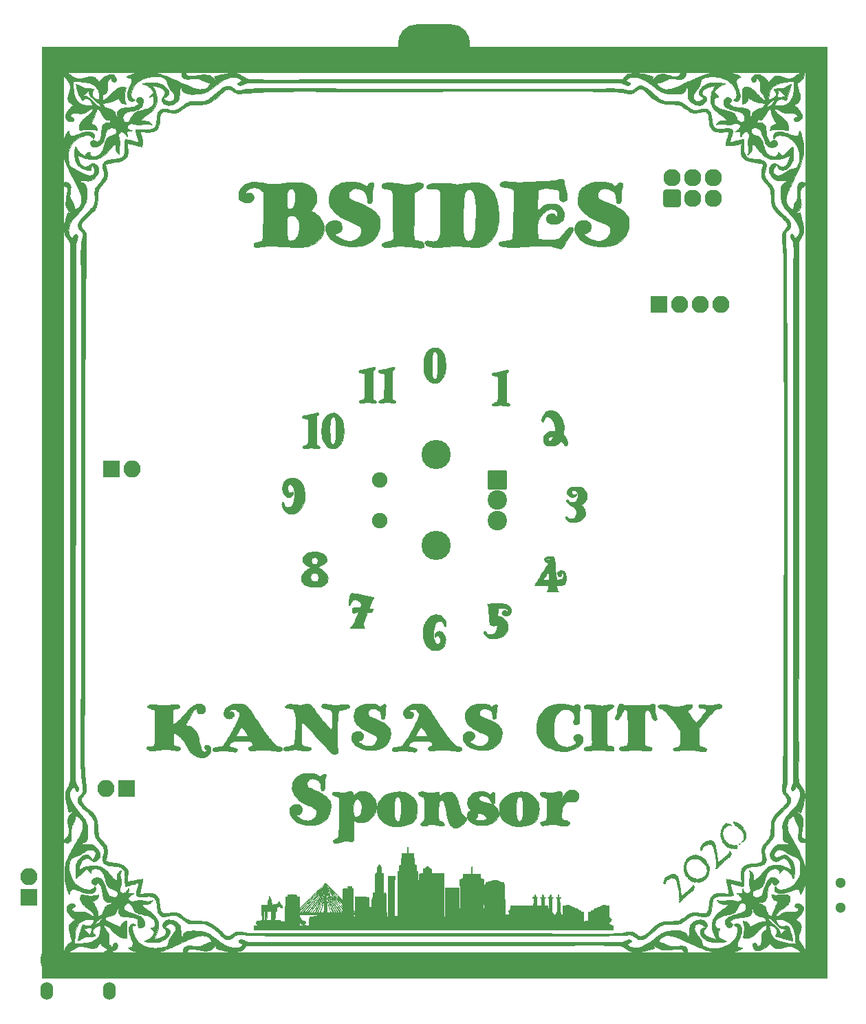
<source format=gbr>
%TF.GenerationSoftware,KiCad,Pcbnew,(6.0.7)*%
%TF.CreationDate,2022-09-02T14:13:34-05:00*%
%TF.ProjectId,BsidesKC-2022-Safe-Badge,42736964-6573-44b4-932d-323032322d53,0-c*%
%TF.SameCoordinates,Original*%
%TF.FileFunction,Soldermask,Top*%
%TF.FilePolarity,Negative*%
%FSLAX46Y46*%
G04 Gerber Fmt 4.6, Leading zero omitted, Abs format (unit mm)*
G04 Created by KiCad (PCBNEW (6.0.7)) date 2022-09-02 14:13:34*
%MOMM*%
%LPD*%
G01*
G04 APERTURE LIST*
G04 Aperture macros list*
%AMRoundRect*
0 Rectangle with rounded corners*
0 $1 Rounding radius*
0 $2 $3 $4 $5 $6 $7 $8 $9 X,Y pos of 4 corners*
0 Add a 4 corners polygon primitive as box body*
4,1,4,$2,$3,$4,$5,$6,$7,$8,$9,$2,$3,0*
0 Add four circle primitives for the rounded corners*
1,1,$1+$1,$2,$3*
1,1,$1+$1,$4,$5*
1,1,$1+$1,$6,$7*
1,1,$1+$1,$8,$9*
0 Add four rect primitives between the rounded corners*
20,1,$1+$1,$2,$3,$4,$5,0*
20,1,$1+$1,$4,$5,$6,$7,0*
20,1,$1+$1,$6,$7,$8,$9,0*
20,1,$1+$1,$8,$9,$2,$3,0*%
G04 Aperture macros list end*
%ADD10C,0.010000*%
%ADD11O,2.127200X2.127200*%
%ADD12RoundRect,0.200000X-0.863600X0.863600X-0.863600X-0.863600X0.863600X-0.863600X0.863600X0.863600X0*%
%ADD13C,2.127200*%
%ADD14O,8.900000X4.900000*%
%ADD15RoundRect,0.200000X-0.850000X0.850000X-0.850000X-0.850000X0.850000X-0.850000X0.850000X0.850000X0*%
%ADD16O,2.100000X2.100000*%
%ADD17RoundRect,0.200000X-0.850000X-0.850000X0.850000X-0.850000X0.850000X0.850000X-0.850000X0.850000X0*%
%ADD18C,1.300000*%
%ADD19RoundRect,0.200000X0.850000X-0.850000X0.850000X0.850000X-0.850000X0.850000X-0.850000X-0.850000X0*%
%ADD20O,1.200000X1.200000*%
%ADD21O,1.850000X2.400000*%
%ADD22O,1.550000X2.200000*%
%ADD23RoundRect,0.200000X1.000000X1.000000X-1.000000X1.000000X-1.000000X-1.000000X1.000000X-1.000000X0*%
%ADD24C,2.400000*%
%ADD25C,3.600000*%
%ADD26C,1.900000*%
G04 APERTURE END LIST*
%TO.C,G\u002A\u002A\u002A*%
G36*
X169889552Y-111911610D02*
G01*
X169999984Y-111944448D01*
X170081480Y-111995013D01*
X170131239Y-112059986D01*
X170146461Y-112136050D01*
X170124347Y-112219886D01*
X170080186Y-112287561D01*
X170025397Y-112341719D01*
X169940675Y-112410151D01*
X169833603Y-112487518D01*
X169711763Y-112568483D01*
X169582741Y-112647710D01*
X169506030Y-112691638D01*
X169436180Y-112732160D01*
X169381508Y-112767020D01*
X169352183Y-112789666D01*
X169350385Y-112791933D01*
X169347166Y-112817716D01*
X169343972Y-112882225D01*
X169340827Y-112981852D01*
X169337754Y-113112990D01*
X169334776Y-113272031D01*
X169331916Y-113455368D01*
X169329198Y-113659394D01*
X169326645Y-113880501D01*
X169324279Y-114115081D01*
X169322125Y-114359527D01*
X169320205Y-114610232D01*
X169318542Y-114863588D01*
X169317160Y-115115988D01*
X169316082Y-115363823D01*
X169315331Y-115603488D01*
X169314930Y-115831373D01*
X169314902Y-116043872D01*
X169315271Y-116237378D01*
X169316060Y-116408282D01*
X169317291Y-116552978D01*
X169318989Y-116667857D01*
X169321176Y-116749312D01*
X169323876Y-116793737D01*
X169324633Y-116798630D01*
X169354377Y-116886097D01*
X169398170Y-116954445D01*
X169402838Y-116959329D01*
X169431869Y-116984895D01*
X169464385Y-117002147D01*
X169510149Y-117013536D01*
X169578923Y-117021514D01*
X169677697Y-117028365D01*
X169838344Y-117045498D01*
X169961954Y-117075775D01*
X170052130Y-117120479D01*
X170112473Y-117180892D01*
X170114469Y-117183885D01*
X170136722Y-117233488D01*
X170158543Y-117307380D01*
X170172340Y-117373778D01*
X170183618Y-117477868D01*
X170175027Y-117550302D01*
X170143718Y-117598182D01*
X170086842Y-117628614D01*
X170067796Y-117634467D01*
X169987660Y-117647791D01*
X169880479Y-117653481D01*
X169760843Y-117651564D01*
X169643342Y-117642063D01*
X169585217Y-117633666D01*
X169440067Y-117611522D01*
X169260202Y-117589130D01*
X169053230Y-117567260D01*
X168826756Y-117546686D01*
X168588388Y-117528176D01*
X168456799Y-117519273D01*
X168303250Y-117509586D01*
X168182339Y-117502881D01*
X168084459Y-117499423D01*
X168000000Y-117499480D01*
X167919355Y-117503319D01*
X167832915Y-117511207D01*
X167731073Y-117523409D01*
X167604221Y-117540194D01*
X167578382Y-117543670D01*
X167317610Y-117575143D01*
X167093632Y-117594494D01*
X166907250Y-117601710D01*
X166759271Y-117596774D01*
X166650499Y-117579672D01*
X166600717Y-117561784D01*
X166520233Y-117506418D01*
X166480622Y-117440800D01*
X166481478Y-117364059D01*
X166492634Y-117331068D01*
X166531190Y-117272499D01*
X166596507Y-117222384D01*
X166692529Y-117178912D01*
X166823201Y-117140273D01*
X166981717Y-117106637D01*
X167138086Y-117073306D01*
X167258198Y-117037090D01*
X167348129Y-116995406D01*
X167413955Y-116945669D01*
X167445508Y-116909409D01*
X167453416Y-116900043D01*
X167460423Y-116892889D01*
X167466561Y-116885451D01*
X167471861Y-116875233D01*
X167476356Y-116859741D01*
X167480076Y-116836479D01*
X167483053Y-116802952D01*
X167485319Y-116756664D01*
X167486905Y-116695121D01*
X167487843Y-116615827D01*
X167488165Y-116516287D01*
X167487901Y-116394005D01*
X167487084Y-116246487D01*
X167485745Y-116071237D01*
X167483916Y-115865760D01*
X167481628Y-115627560D01*
X167478913Y-115354142D01*
X167475802Y-115043012D01*
X167472866Y-114746617D01*
X167469803Y-114460869D01*
X167466394Y-114189075D01*
X167462701Y-113934364D01*
X167458792Y-113699865D01*
X167454731Y-113488708D01*
X167450583Y-113304021D01*
X167446414Y-113148933D01*
X167442288Y-113026573D01*
X167438272Y-112940070D01*
X167434430Y-112892553D01*
X167434171Y-112890779D01*
X167398023Y-112750114D01*
X167338710Y-112635720D01*
X167259432Y-112552878D01*
X167212113Y-112524370D01*
X167155941Y-112505466D01*
X167070087Y-112485763D01*
X166967067Y-112467860D01*
X166891709Y-112457822D01*
X166747069Y-112437620D01*
X166639297Y-112413308D01*
X166562951Y-112382170D01*
X166512591Y-112341494D01*
X166482774Y-112288563D01*
X166472257Y-112248616D01*
X166471755Y-112167829D01*
X166505060Y-112097667D01*
X166575159Y-112034016D01*
X166665807Y-111982005D01*
X166734493Y-111950175D01*
X166794113Y-111929288D01*
X166858074Y-111916507D01*
X166939784Y-111908994D01*
X167031122Y-111904711D01*
X167107636Y-111903094D01*
X167186009Y-111904574D01*
X167272686Y-111909776D01*
X167374113Y-111919324D01*
X167496737Y-111933843D01*
X167647002Y-111953957D01*
X167831356Y-111980290D01*
X167870717Y-111986040D01*
X168099512Y-112018810D01*
X168292802Y-112044287D01*
X168456778Y-112062482D01*
X168597634Y-112073404D01*
X168721562Y-112077064D01*
X168834754Y-112073472D01*
X168943405Y-112062637D01*
X169053706Y-112044570D01*
X169171850Y-112019280D01*
X169297900Y-111988342D01*
X169422166Y-111958297D01*
X169540587Y-111932627D01*
X169643518Y-111913208D01*
X169721315Y-111901915D01*
X169752983Y-111899818D01*
X169889552Y-111911610D01*
G37*
D10*
X169889552Y-111911610D02*
X169999984Y-111944448D01*
X170081480Y-111995013D01*
X170131239Y-112059986D01*
X170146461Y-112136050D01*
X170124347Y-112219886D01*
X170080186Y-112287561D01*
X170025397Y-112341719D01*
X169940675Y-112410151D01*
X169833603Y-112487518D01*
X169711763Y-112568483D01*
X169582741Y-112647710D01*
X169506030Y-112691638D01*
X169436180Y-112732160D01*
X169381508Y-112767020D01*
X169352183Y-112789666D01*
X169350385Y-112791933D01*
X169347166Y-112817716D01*
X169343972Y-112882225D01*
X169340827Y-112981852D01*
X169337754Y-113112990D01*
X169334776Y-113272031D01*
X169331916Y-113455368D01*
X169329198Y-113659394D01*
X169326645Y-113880501D01*
X169324279Y-114115081D01*
X169322125Y-114359527D01*
X169320205Y-114610232D01*
X169318542Y-114863588D01*
X169317160Y-115115988D01*
X169316082Y-115363823D01*
X169315331Y-115603488D01*
X169314930Y-115831373D01*
X169314902Y-116043872D01*
X169315271Y-116237378D01*
X169316060Y-116408282D01*
X169317291Y-116552978D01*
X169318989Y-116667857D01*
X169321176Y-116749312D01*
X169323876Y-116793737D01*
X169324633Y-116798630D01*
X169354377Y-116886097D01*
X169398170Y-116954445D01*
X169402838Y-116959329D01*
X169431869Y-116984895D01*
X169464385Y-117002147D01*
X169510149Y-117013536D01*
X169578923Y-117021514D01*
X169677697Y-117028365D01*
X169838344Y-117045498D01*
X169961954Y-117075775D01*
X170052130Y-117120479D01*
X170112473Y-117180892D01*
X170114469Y-117183885D01*
X170136722Y-117233488D01*
X170158543Y-117307380D01*
X170172340Y-117373778D01*
X170183618Y-117477868D01*
X170175027Y-117550302D01*
X170143718Y-117598182D01*
X170086842Y-117628614D01*
X170067796Y-117634467D01*
X169987660Y-117647791D01*
X169880479Y-117653481D01*
X169760843Y-117651564D01*
X169643342Y-117642063D01*
X169585217Y-117633666D01*
X169440067Y-117611522D01*
X169260202Y-117589130D01*
X169053230Y-117567260D01*
X168826756Y-117546686D01*
X168588388Y-117528176D01*
X168456799Y-117519273D01*
X168303250Y-117509586D01*
X168182339Y-117502881D01*
X168084459Y-117499423D01*
X168000000Y-117499480D01*
X167919355Y-117503319D01*
X167832915Y-117511207D01*
X167731073Y-117523409D01*
X167604221Y-117540194D01*
X167578382Y-117543670D01*
X167317610Y-117575143D01*
X167093632Y-117594494D01*
X166907250Y-117601710D01*
X166759271Y-117596774D01*
X166650499Y-117579672D01*
X166600717Y-117561784D01*
X166520233Y-117506418D01*
X166480622Y-117440800D01*
X166481478Y-117364059D01*
X166492634Y-117331068D01*
X166531190Y-117272499D01*
X166596507Y-117222384D01*
X166692529Y-117178912D01*
X166823201Y-117140273D01*
X166981717Y-117106637D01*
X167138086Y-117073306D01*
X167258198Y-117037090D01*
X167348129Y-116995406D01*
X167413955Y-116945669D01*
X167445508Y-116909409D01*
X167453416Y-116900043D01*
X167460423Y-116892889D01*
X167466561Y-116885451D01*
X167471861Y-116875233D01*
X167476356Y-116859741D01*
X167480076Y-116836479D01*
X167483053Y-116802952D01*
X167485319Y-116756664D01*
X167486905Y-116695121D01*
X167487843Y-116615827D01*
X167488165Y-116516287D01*
X167487901Y-116394005D01*
X167487084Y-116246487D01*
X167485745Y-116071237D01*
X167483916Y-115865760D01*
X167481628Y-115627560D01*
X167478913Y-115354142D01*
X167475802Y-115043012D01*
X167472866Y-114746617D01*
X167469803Y-114460869D01*
X167466394Y-114189075D01*
X167462701Y-113934364D01*
X167458792Y-113699865D01*
X167454731Y-113488708D01*
X167450583Y-113304021D01*
X167446414Y-113148933D01*
X167442288Y-113026573D01*
X167438272Y-112940070D01*
X167434430Y-112892553D01*
X167434171Y-112890779D01*
X167398023Y-112750114D01*
X167338710Y-112635720D01*
X167259432Y-112552878D01*
X167212113Y-112524370D01*
X167155941Y-112505466D01*
X167070087Y-112485763D01*
X166967067Y-112467860D01*
X166891709Y-112457822D01*
X166747069Y-112437620D01*
X166639297Y-112413308D01*
X166562951Y-112382170D01*
X166512591Y-112341494D01*
X166482774Y-112288563D01*
X166472257Y-112248616D01*
X166471755Y-112167829D01*
X166505060Y-112097667D01*
X166575159Y-112034016D01*
X166665807Y-111982005D01*
X166734493Y-111950175D01*
X166794113Y-111929288D01*
X166858074Y-111916507D01*
X166939784Y-111908994D01*
X167031122Y-111904711D01*
X167107636Y-111903094D01*
X167186009Y-111904574D01*
X167272686Y-111909776D01*
X167374113Y-111919324D01*
X167496737Y-111933843D01*
X167647002Y-111953957D01*
X167831356Y-111980290D01*
X167870717Y-111986040D01*
X168099512Y-112018810D01*
X168292802Y-112044287D01*
X168456778Y-112062482D01*
X168597634Y-112073404D01*
X168721562Y-112077064D01*
X168834754Y-112073472D01*
X168943405Y-112062637D01*
X169053706Y-112044570D01*
X169171850Y-112019280D01*
X169297900Y-111988342D01*
X169422166Y-111958297D01*
X169540587Y-111932627D01*
X169643518Y-111913208D01*
X169721315Y-111901915D01*
X169752983Y-111899818D01*
X169889552Y-111911610D01*
G36*
X145112801Y-115545533D02*
G01*
X145201335Y-115394960D01*
X145281885Y-115252227D01*
X145357139Y-115112839D01*
X145429783Y-114972304D01*
X145502504Y-114826128D01*
X145509496Y-114811821D01*
X145655121Y-114510562D01*
X145785850Y-114234186D01*
X145901014Y-113984258D01*
X145999944Y-113762342D01*
X146081971Y-113570002D01*
X146146426Y-113408801D01*
X146192640Y-113280304D01*
X146219945Y-113186074D01*
X146227800Y-113132435D01*
X146209220Y-113055585D01*
X146154532Y-112961682D01*
X146065316Y-112852957D01*
X145946096Y-112734351D01*
X145835495Y-112637013D01*
X145743328Y-112568442D01*
X145661091Y-112524750D01*
X145580277Y-112502050D01*
X145492381Y-112496453D01*
X145432713Y-112499687D01*
X145294981Y-112517419D01*
X145185811Y-112547658D01*
X145092066Y-112595630D01*
X145000604Y-112666562D01*
X144990649Y-112675507D01*
X144927141Y-112737476D01*
X144891490Y-112785297D01*
X144876865Y-112829093D01*
X144875416Y-112846271D01*
X144873133Y-112914424D01*
X144950170Y-112862146D01*
X145015276Y-112825236D01*
X145080259Y-112807608D01*
X145156241Y-112808695D01*
X145254345Y-112827928D01*
X145313156Y-112843606D01*
X145404173Y-112883035D01*
X145466198Y-112944138D01*
X145500663Y-113030378D01*
X145509002Y-113145219D01*
X145494391Y-113281790D01*
X145465226Y-113358636D01*
X145407025Y-113442751D01*
X145329170Y-113523629D01*
X145241045Y-113590759D01*
X145196157Y-113615838D01*
X145084450Y-113652346D01*
X144953836Y-113667934D01*
X144820602Y-113662505D01*
X144701036Y-113635963D01*
X144659867Y-113619014D01*
X144510595Y-113524438D01*
X144390436Y-113402417D01*
X144332709Y-113314878D01*
X144302716Y-113256892D01*
X144284116Y-113206100D01*
X144274236Y-113149116D01*
X144270402Y-113072557D01*
X144269883Y-113000367D01*
X144271331Y-112899948D01*
X144277467Y-112827508D01*
X144290977Y-112768740D01*
X144314548Y-112709335D01*
X144331023Y-112674766D01*
X144412611Y-112545966D01*
X144529508Y-112414390D01*
X144675338Y-112284632D01*
X144843722Y-112161289D01*
X145028283Y-112048955D01*
X145222645Y-111952226D01*
X145420430Y-111875699D01*
X145455217Y-111864634D01*
X145509964Y-111850051D01*
X145569927Y-111839562D01*
X145642923Y-111832599D01*
X145736772Y-111828595D01*
X145859290Y-111826983D01*
X145973800Y-111826999D01*
X146115415Y-111827904D01*
X146223566Y-111830086D01*
X146307119Y-111834449D01*
X146374940Y-111841899D01*
X146435898Y-111853342D01*
X146498858Y-111869684D01*
X146554839Y-111886345D01*
X146759757Y-111961107D01*
X146949146Y-112053712D01*
X147112502Y-112158639D01*
X147185625Y-112217972D01*
X147239259Y-112269305D01*
X147297220Y-112332222D01*
X147361404Y-112409421D01*
X147433705Y-112503596D01*
X147516022Y-112617445D01*
X147610250Y-112753664D01*
X147718285Y-112914948D01*
X147842023Y-113103995D01*
X147983362Y-113323501D01*
X148144196Y-113576162D01*
X148174992Y-113624784D01*
X148293918Y-113812170D01*
X148415141Y-114002254D01*
X148534892Y-114189187D01*
X148649403Y-114367120D01*
X148754903Y-114530205D01*
X148847625Y-114672595D01*
X148923798Y-114788439D01*
X148959383Y-114841867D01*
X149126813Y-115086282D01*
X149301580Y-115331823D01*
X149480492Y-115574542D01*
X149660358Y-115810489D01*
X149837986Y-116035715D01*
X150010186Y-116246271D01*
X150173766Y-116438207D01*
X150325535Y-116607574D01*
X150462301Y-116750423D01*
X150580873Y-116862805D01*
X150618478Y-116895034D01*
X150733700Y-116986313D01*
X150829329Y-117051195D01*
X150914582Y-117094305D01*
X150998676Y-117120264D01*
X151090828Y-117133696D01*
X151094996Y-117134053D01*
X151235506Y-117156263D01*
X151339535Y-117197367D01*
X151409340Y-117259201D01*
X151447183Y-117343596D01*
X151455967Y-117426824D01*
X151437857Y-117516050D01*
X151383167Y-117585300D01*
X151291353Y-117635084D01*
X151211741Y-117657202D01*
X151153006Y-117667095D01*
X151089287Y-117672380D01*
X151014872Y-117672681D01*
X150924049Y-117667620D01*
X150811103Y-117656822D01*
X150670324Y-117639908D01*
X150495999Y-117616502D01*
X150408217Y-117604194D01*
X150195992Y-117574874D01*
X150015424Y-117551974D01*
X149856430Y-117534854D01*
X149708926Y-117522875D01*
X149562827Y-117515397D01*
X149408051Y-117511782D01*
X149234513Y-117511388D01*
X149032130Y-117513578D01*
X148989632Y-117514233D01*
X148811879Y-117517292D01*
X148669478Y-117520546D01*
X148555450Y-117524559D01*
X148462815Y-117529890D01*
X148384595Y-117537103D01*
X148313809Y-117546758D01*
X148243479Y-117559417D01*
X148166624Y-117575642D01*
X148132800Y-117583187D01*
X147914011Y-117624957D01*
X147730783Y-117643816D01*
X147583079Y-117639764D01*
X147470863Y-117612803D01*
X147444883Y-117600662D01*
X147341268Y-117531086D01*
X147277249Y-117455249D01*
X147253778Y-117374723D01*
X147265837Y-117305288D01*
X147297745Y-117242187D01*
X147344669Y-117191523D01*
X147414272Y-117147846D01*
X147514218Y-117105705D01*
X147577484Y-117083667D01*
X147689507Y-117044493D01*
X147766298Y-117011000D01*
X147813481Y-116977792D01*
X147836683Y-116939472D01*
X147841530Y-116890642D01*
X147835335Y-116836302D01*
X147796998Y-116697088D01*
X147729258Y-116585691D01*
X147630103Y-116500219D01*
X147497525Y-116438783D01*
X147380425Y-116408405D01*
X147315787Y-116400635D01*
X147215451Y-116394834D01*
X147085791Y-116390907D01*
X146933175Y-116388757D01*
X146763975Y-116388288D01*
X146584563Y-116389402D01*
X146401308Y-116392003D01*
X146220582Y-116395995D01*
X146048757Y-116401281D01*
X145892201Y-116407764D01*
X145757288Y-116415349D01*
X145650387Y-116423937D01*
X145577869Y-116433434D01*
X145566002Y-116435905D01*
X145371973Y-116495296D01*
X145214360Y-116573226D01*
X145093770Y-116669125D01*
X145010808Y-116782425D01*
X144966081Y-116912558D01*
X144957800Y-117006023D01*
X144965832Y-117063228D01*
X144985401Y-117103033D01*
X144987726Y-117105186D01*
X145018573Y-117118240D01*
X145082557Y-117136910D01*
X145171210Y-117158989D01*
X145276064Y-117182267D01*
X145310517Y-117189379D01*
X145496499Y-117230887D01*
X145643462Y-117272885D01*
X145754701Y-117317191D01*
X145833510Y-117365627D01*
X145883183Y-117420010D01*
X145907014Y-117482161D01*
X145910300Y-117520681D01*
X145890563Y-117605609D01*
X145834951Y-117675563D01*
X145748858Y-117724990D01*
X145697096Y-117740052D01*
X145653988Y-117749501D01*
X145620580Y-117755699D01*
X145588856Y-117758000D01*
X145550801Y-117755758D01*
X145498398Y-117748326D01*
X145423632Y-117735058D01*
X145318486Y-117715308D01*
X145264717Y-117705183D01*
X145181615Y-117690290D01*
X145103572Y-117678302D01*
X145024108Y-117668791D01*
X144936741Y-117661327D01*
X144834990Y-117655482D01*
X144712374Y-117650828D01*
X144562411Y-117646936D01*
X144378621Y-117643378D01*
X144313266Y-117642267D01*
X144098504Y-117639292D01*
X143922446Y-117638232D01*
X143781503Y-117639153D01*
X143672086Y-117642123D01*
X143590605Y-117647207D01*
X143533472Y-117654472D01*
X143521050Y-117656973D01*
X143366216Y-117681262D01*
X143219375Y-117684838D01*
X143091001Y-117668054D01*
X143007434Y-117639626D01*
X142919520Y-117581060D01*
X142869438Y-117512576D01*
X142857694Y-117439757D01*
X142884791Y-117368185D01*
X142951236Y-117303444D01*
X142975636Y-117288062D01*
X143037886Y-117255471D01*
X143103508Y-117229491D01*
X143180959Y-117208018D01*
X143278698Y-117188949D01*
X143405182Y-117170181D01*
X143497300Y-117158324D01*
X143678695Y-117134535D01*
X143825021Y-117110260D01*
X143943366Y-117081173D01*
X144040819Y-117042951D01*
X144124469Y-116991268D01*
X144201405Y-116921800D01*
X144278717Y-116830222D01*
X144363494Y-116712211D01*
X144456351Y-116573273D01*
X144625101Y-116316096D01*
X144772434Y-116089228D01*
X144901037Y-115888174D01*
X144946528Y-115815534D01*
X145740398Y-115815534D01*
X146481516Y-115815534D01*
X146653853Y-115815097D01*
X146811972Y-115813857D01*
X146951090Y-115811915D01*
X147066420Y-115809374D01*
X147153178Y-115806337D01*
X147206579Y-115802906D01*
X147222179Y-115799659D01*
X147211738Y-115770348D01*
X147183961Y-115712381D01*
X147143106Y-115633516D01*
X147093428Y-115541510D01*
X147039183Y-115444121D01*
X146984628Y-115349106D01*
X146934018Y-115264222D01*
X146891832Y-115197560D01*
X146833406Y-115116293D01*
X146764172Y-115030212D01*
X146690335Y-114945886D01*
X146618104Y-114869883D01*
X146553685Y-114808773D01*
X146503284Y-114769125D01*
X146475759Y-114757200D01*
X146443531Y-114771671D01*
X146396544Y-114808739D01*
X146365414Y-114839115D01*
X146306130Y-114908669D01*
X146232158Y-115006026D01*
X146148952Y-115122907D01*
X146061965Y-115251034D01*
X145976653Y-115382129D01*
X145898469Y-115507913D01*
X145832868Y-115620107D01*
X145785304Y-115710433D01*
X145772117Y-115739621D01*
X145740398Y-115815534D01*
X144946528Y-115815534D01*
X145013598Y-115708440D01*
X145112801Y-115545533D01*
G37*
X145112801Y-115545533D02*
X145201335Y-115394960D01*
X145281885Y-115252227D01*
X145357139Y-115112839D01*
X145429783Y-114972304D01*
X145502504Y-114826128D01*
X145509496Y-114811821D01*
X145655121Y-114510562D01*
X145785850Y-114234186D01*
X145901014Y-113984258D01*
X145999944Y-113762342D01*
X146081971Y-113570002D01*
X146146426Y-113408801D01*
X146192640Y-113280304D01*
X146219945Y-113186074D01*
X146227800Y-113132435D01*
X146209220Y-113055585D01*
X146154532Y-112961682D01*
X146065316Y-112852957D01*
X145946096Y-112734351D01*
X145835495Y-112637013D01*
X145743328Y-112568442D01*
X145661091Y-112524750D01*
X145580277Y-112502050D01*
X145492381Y-112496453D01*
X145432713Y-112499687D01*
X145294981Y-112517419D01*
X145185811Y-112547658D01*
X145092066Y-112595630D01*
X145000604Y-112666562D01*
X144990649Y-112675507D01*
X144927141Y-112737476D01*
X144891490Y-112785297D01*
X144876865Y-112829093D01*
X144875416Y-112846271D01*
X144873133Y-112914424D01*
X144950170Y-112862146D01*
X145015276Y-112825236D01*
X145080259Y-112807608D01*
X145156241Y-112808695D01*
X145254345Y-112827928D01*
X145313156Y-112843606D01*
X145404173Y-112883035D01*
X145466198Y-112944138D01*
X145500663Y-113030378D01*
X145509002Y-113145219D01*
X145494391Y-113281790D01*
X145465226Y-113358636D01*
X145407025Y-113442751D01*
X145329170Y-113523629D01*
X145241045Y-113590759D01*
X145196157Y-113615838D01*
X145084450Y-113652346D01*
X144953836Y-113667934D01*
X144820602Y-113662505D01*
X144701036Y-113635963D01*
X144659867Y-113619014D01*
X144510595Y-113524438D01*
X144390436Y-113402417D01*
X144332709Y-113314878D01*
X144302716Y-113256892D01*
X144284116Y-113206100D01*
X144274236Y-113149116D01*
X144270402Y-113072557D01*
X144269883Y-113000367D01*
X144271331Y-112899948D01*
X144277467Y-112827508D01*
X144290977Y-112768740D01*
X144314548Y-112709335D01*
X144331023Y-112674766D01*
X144412611Y-112545966D01*
X144529508Y-112414390D01*
X144675338Y-112284632D01*
X144843722Y-112161289D01*
X145028283Y-112048955D01*
X145222645Y-111952226D01*
X145420430Y-111875699D01*
X145455217Y-111864634D01*
X145509964Y-111850051D01*
X145569927Y-111839562D01*
X145642923Y-111832599D01*
X145736772Y-111828595D01*
X145859290Y-111826983D01*
X145973800Y-111826999D01*
X146115415Y-111827904D01*
X146223566Y-111830086D01*
X146307119Y-111834449D01*
X146374940Y-111841899D01*
X146435898Y-111853342D01*
X146498858Y-111869684D01*
X146554839Y-111886345D01*
X146759757Y-111961107D01*
X146949146Y-112053712D01*
X147112502Y-112158639D01*
X147185625Y-112217972D01*
X147239259Y-112269305D01*
X147297220Y-112332222D01*
X147361404Y-112409421D01*
X147433705Y-112503596D01*
X147516022Y-112617445D01*
X147610250Y-112753664D01*
X147718285Y-112914948D01*
X147842023Y-113103995D01*
X147983362Y-113323501D01*
X148144196Y-113576162D01*
X148174992Y-113624784D01*
X148293918Y-113812170D01*
X148415141Y-114002254D01*
X148534892Y-114189187D01*
X148649403Y-114367120D01*
X148754903Y-114530205D01*
X148847625Y-114672595D01*
X148923798Y-114788439D01*
X148959383Y-114841867D01*
X149126813Y-115086282D01*
X149301580Y-115331823D01*
X149480492Y-115574542D01*
X149660358Y-115810489D01*
X149837986Y-116035715D01*
X150010186Y-116246271D01*
X150173766Y-116438207D01*
X150325535Y-116607574D01*
X150462301Y-116750423D01*
X150580873Y-116862805D01*
X150618478Y-116895034D01*
X150733700Y-116986313D01*
X150829329Y-117051195D01*
X150914582Y-117094305D01*
X150998676Y-117120264D01*
X151090828Y-117133696D01*
X151094996Y-117134053D01*
X151235506Y-117156263D01*
X151339535Y-117197367D01*
X151409340Y-117259201D01*
X151447183Y-117343596D01*
X151455967Y-117426824D01*
X151437857Y-117516050D01*
X151383167Y-117585300D01*
X151291353Y-117635084D01*
X151211741Y-117657202D01*
X151153006Y-117667095D01*
X151089287Y-117672380D01*
X151014872Y-117672681D01*
X150924049Y-117667620D01*
X150811103Y-117656822D01*
X150670324Y-117639908D01*
X150495999Y-117616502D01*
X150408217Y-117604194D01*
X150195992Y-117574874D01*
X150015424Y-117551974D01*
X149856430Y-117534854D01*
X149708926Y-117522875D01*
X149562827Y-117515397D01*
X149408051Y-117511782D01*
X149234513Y-117511388D01*
X149032130Y-117513578D01*
X148989632Y-117514233D01*
X148811879Y-117517292D01*
X148669478Y-117520546D01*
X148555450Y-117524559D01*
X148462815Y-117529890D01*
X148384595Y-117537103D01*
X148313809Y-117546758D01*
X148243479Y-117559417D01*
X148166624Y-117575642D01*
X148132800Y-117583187D01*
X147914011Y-117624957D01*
X147730783Y-117643816D01*
X147583079Y-117639764D01*
X147470863Y-117612803D01*
X147444883Y-117600662D01*
X147341268Y-117531086D01*
X147277249Y-117455249D01*
X147253778Y-117374723D01*
X147265837Y-117305288D01*
X147297745Y-117242187D01*
X147344669Y-117191523D01*
X147414272Y-117147846D01*
X147514218Y-117105705D01*
X147577484Y-117083667D01*
X147689507Y-117044493D01*
X147766298Y-117011000D01*
X147813481Y-116977792D01*
X147836683Y-116939472D01*
X147841530Y-116890642D01*
X147835335Y-116836302D01*
X147796998Y-116697088D01*
X147729258Y-116585691D01*
X147630103Y-116500219D01*
X147497525Y-116438783D01*
X147380425Y-116408405D01*
X147315787Y-116400635D01*
X147215451Y-116394834D01*
X147085791Y-116390907D01*
X146933175Y-116388757D01*
X146763975Y-116388288D01*
X146584563Y-116389402D01*
X146401308Y-116392003D01*
X146220582Y-116395995D01*
X146048757Y-116401281D01*
X145892201Y-116407764D01*
X145757288Y-116415349D01*
X145650387Y-116423937D01*
X145577869Y-116433434D01*
X145566002Y-116435905D01*
X145371973Y-116495296D01*
X145214360Y-116573226D01*
X145093770Y-116669125D01*
X145010808Y-116782425D01*
X144966081Y-116912558D01*
X144957800Y-117006023D01*
X144965832Y-117063228D01*
X144985401Y-117103033D01*
X144987726Y-117105186D01*
X145018573Y-117118240D01*
X145082557Y-117136910D01*
X145171210Y-117158989D01*
X145276064Y-117182267D01*
X145310517Y-117189379D01*
X145496499Y-117230887D01*
X145643462Y-117272885D01*
X145754701Y-117317191D01*
X145833510Y-117365627D01*
X145883183Y-117420010D01*
X145907014Y-117482161D01*
X145910300Y-117520681D01*
X145890563Y-117605609D01*
X145834951Y-117675563D01*
X145748858Y-117724990D01*
X145697096Y-117740052D01*
X145653988Y-117749501D01*
X145620580Y-117755699D01*
X145588856Y-117758000D01*
X145550801Y-117755758D01*
X145498398Y-117748326D01*
X145423632Y-117735058D01*
X145318486Y-117715308D01*
X145264717Y-117705183D01*
X145181615Y-117690290D01*
X145103572Y-117678302D01*
X145024108Y-117668791D01*
X144936741Y-117661327D01*
X144834990Y-117655482D01*
X144712374Y-117650828D01*
X144562411Y-117646936D01*
X144378621Y-117643378D01*
X144313266Y-117642267D01*
X144098504Y-117639292D01*
X143922446Y-117638232D01*
X143781503Y-117639153D01*
X143672086Y-117642123D01*
X143590605Y-117647207D01*
X143533472Y-117654472D01*
X143521050Y-117656973D01*
X143366216Y-117681262D01*
X143219375Y-117684838D01*
X143091001Y-117668054D01*
X143007434Y-117639626D01*
X142919520Y-117581060D01*
X142869438Y-117512576D01*
X142857694Y-117439757D01*
X142884791Y-117368185D01*
X142951236Y-117303444D01*
X142975636Y-117288062D01*
X143037886Y-117255471D01*
X143103508Y-117229491D01*
X143180959Y-117208018D01*
X143278698Y-117188949D01*
X143405182Y-117170181D01*
X143497300Y-117158324D01*
X143678695Y-117134535D01*
X143825021Y-117110260D01*
X143943366Y-117081173D01*
X144040819Y-117042951D01*
X144124469Y-116991268D01*
X144201405Y-116921800D01*
X144278717Y-116830222D01*
X144363494Y-116712211D01*
X144456351Y-116573273D01*
X144625101Y-116316096D01*
X144772434Y-116089228D01*
X144901037Y-115888174D01*
X144946528Y-115815534D01*
X145740398Y-115815534D01*
X146481516Y-115815534D01*
X146653853Y-115815097D01*
X146811972Y-115813857D01*
X146951090Y-115811915D01*
X147066420Y-115809374D01*
X147153178Y-115806337D01*
X147206579Y-115802906D01*
X147222179Y-115799659D01*
X147211738Y-115770348D01*
X147183961Y-115712381D01*
X147143106Y-115633516D01*
X147093428Y-115541510D01*
X147039183Y-115444121D01*
X146984628Y-115349106D01*
X146934018Y-115264222D01*
X146891832Y-115197560D01*
X146833406Y-115116293D01*
X146764172Y-115030212D01*
X146690335Y-114945886D01*
X146618104Y-114869883D01*
X146553685Y-114808773D01*
X146503284Y-114769125D01*
X146475759Y-114757200D01*
X146443531Y-114771671D01*
X146396544Y-114808739D01*
X146365414Y-114839115D01*
X146306130Y-114908669D01*
X146232158Y-115006026D01*
X146148952Y-115122907D01*
X146061965Y-115251034D01*
X145976653Y-115382129D01*
X145898469Y-115507913D01*
X145832868Y-115620107D01*
X145785304Y-115710433D01*
X145772117Y-115739621D01*
X145740398Y-115815534D01*
X144946528Y-115815534D01*
X145013598Y-115708440D01*
X145112801Y-115545533D01*
G36*
X154179142Y-111850539D02*
G01*
X154387758Y-111876423D01*
X154572213Y-111918354D01*
X154737890Y-111977378D01*
X154890173Y-112054539D01*
X154949693Y-112091468D01*
X155026896Y-112138473D01*
X155096177Y-112174526D01*
X155146431Y-112194076D01*
X155158901Y-112196034D01*
X155202935Y-112179519D01*
X155270553Y-112131040D01*
X155359541Y-112052199D01*
X155364113Y-112047867D01*
X155433470Y-111985070D01*
X155494964Y-111934971D01*
X155540261Y-111904070D01*
X155557072Y-111897357D01*
X155668721Y-111904389D01*
X155758139Y-111938813D01*
X155819251Y-111997673D01*
X155836636Y-112033416D01*
X155848096Y-112083119D01*
X155845766Y-112137272D01*
X155827679Y-112205754D01*
X155791870Y-112298446D01*
X155776873Y-112333617D01*
X155759239Y-112375897D01*
X155745778Y-112414906D01*
X155735858Y-112457142D01*
X155728849Y-112509100D01*
X155724120Y-112577279D01*
X155721040Y-112668176D01*
X155718978Y-112788288D01*
X155717303Y-112944112D01*
X155717270Y-112947450D01*
X155714575Y-113132341D01*
X155709933Y-113280147D01*
X155702598Y-113396101D01*
X155691822Y-113485435D01*
X155676860Y-113553380D01*
X155656965Y-113605168D01*
X155631390Y-113646032D01*
X155614814Y-113665551D01*
X155547970Y-113711130D01*
X155460767Y-113735871D01*
X155372078Y-113734839D01*
X155359961Y-113732193D01*
X155306923Y-113698738D01*
X155270324Y-113628546D01*
X155249827Y-113520668D01*
X155244800Y-113406102D01*
X155231588Y-113197389D01*
X155192730Y-113013623D01*
X155129390Y-112857993D01*
X155042734Y-112733684D01*
X154976777Y-112672951D01*
X154887339Y-112616538D01*
X154772588Y-112561530D01*
X154642492Y-112511006D01*
X154507014Y-112468039D01*
X154376121Y-112435707D01*
X154259778Y-112417085D01*
X154167951Y-112415249D01*
X154150031Y-112417766D01*
X154029768Y-112455754D01*
X153907291Y-112520864D01*
X153794425Y-112604654D01*
X153702997Y-112698685D01*
X153655767Y-112770538D01*
X153628087Y-112856084D01*
X153615504Y-112964248D01*
X153618889Y-113077778D01*
X153635716Y-113168247D01*
X153663898Y-113234721D01*
X153711162Y-113297227D01*
X153781143Y-113358066D01*
X153877479Y-113419537D01*
X154003805Y-113483941D01*
X154163758Y-113553579D01*
X154360975Y-113630752D01*
X154375321Y-113636140D01*
X154727634Y-113774295D01*
X155042066Y-113910406D01*
X155317873Y-114044073D01*
X155554313Y-114174893D01*
X155750641Y-114302463D01*
X155906116Y-114426382D01*
X155989462Y-114509858D01*
X156136025Y-114686531D01*
X156247860Y-114850694D01*
X156327563Y-115009811D01*
X156377727Y-115171347D01*
X156400949Y-115342769D01*
X156399823Y-115531542D01*
X156388399Y-115657463D01*
X156369018Y-115775022D01*
X156336976Y-115914719D01*
X156295494Y-116066350D01*
X156247792Y-116219716D01*
X156197092Y-116364615D01*
X156146614Y-116490846D01*
X156099579Y-116588208D01*
X156088544Y-116607155D01*
X155949866Y-116797583D01*
X155777701Y-116969696D01*
X155569648Y-117125585D01*
X155339657Y-117258964D01*
X155182743Y-117337506D01*
X155051222Y-117396698D01*
X154934722Y-117439839D01*
X154822873Y-117470229D01*
X154705300Y-117491166D01*
X154571634Y-117505949D01*
X154559976Y-117506961D01*
X154411859Y-117516748D01*
X154242828Y-117523193D01*
X154063664Y-117526297D01*
X153885152Y-117526059D01*
X153718076Y-117522478D01*
X153573218Y-117515555D01*
X153475311Y-117507006D01*
X153179551Y-117457601D01*
X152890879Y-117380668D01*
X152620060Y-117279583D01*
X152397262Y-117168915D01*
X152226204Y-117054576D01*
X152060964Y-116912520D01*
X151909388Y-116751488D01*
X151779321Y-116580222D01*
X151678609Y-116407463D01*
X151644323Y-116329961D01*
X151621185Y-116262951D01*
X151606435Y-116195265D01*
X151598307Y-116114156D01*
X151595030Y-116006880D01*
X151594753Y-115972857D01*
X151594983Y-115867534D01*
X151598329Y-115792701D01*
X151606854Y-115736527D01*
X151622622Y-115687182D01*
X151647698Y-115632834D01*
X151657426Y-115613628D01*
X151747718Y-115482498D01*
X151870638Y-115378008D01*
X152025458Y-115300730D01*
X152077275Y-115283166D01*
X152159773Y-115260837D01*
X152235671Y-115248905D01*
X152321452Y-115245782D01*
X152426525Y-115249496D01*
X152602879Y-115270471D01*
X152744616Y-115314063D01*
X152854192Y-115382451D01*
X152934062Y-115477815D01*
X152986682Y-115602332D01*
X153014508Y-115758183D01*
X153015759Y-115772344D01*
X153016961Y-115909587D01*
X152992697Y-116022777D01*
X152939118Y-116124261D01*
X152885055Y-116191686D01*
X152762297Y-116297276D01*
X152615477Y-116368334D01*
X152498425Y-116397218D01*
X152439676Y-116412642D01*
X152411728Y-116436331D01*
X152415851Y-116470560D01*
X152453314Y-116517605D01*
X152525385Y-116579742D01*
X152633335Y-116659245D01*
X152651763Y-116672156D01*
X152837957Y-116794522D01*
X153006909Y-116887592D01*
X153168425Y-116954640D01*
X153332307Y-116998937D01*
X153508362Y-117023754D01*
X153706393Y-117032365D01*
X153731383Y-117032465D01*
X154027717Y-117032617D01*
X154192424Y-116953969D01*
X154356615Y-116856786D01*
X154491243Y-116734176D01*
X154601962Y-116580471D01*
X154645396Y-116499841D01*
X154710769Y-116325786D01*
X154738645Y-116147933D01*
X154727705Y-115974807D01*
X154727184Y-115971997D01*
X154702872Y-115902580D01*
X154654547Y-115833566D01*
X154579617Y-115763238D01*
X154475494Y-115689879D01*
X154339587Y-115611773D01*
X154169307Y-115527204D01*
X153962063Y-115434453D01*
X153835992Y-115381242D01*
X153503835Y-115237587D01*
X153210819Y-115097991D01*
X152954189Y-114960436D01*
X152731190Y-114822905D01*
X152539067Y-114683381D01*
X152375067Y-114539844D01*
X152236435Y-114390279D01*
X152120416Y-114232667D01*
X152024255Y-114064991D01*
X152015882Y-114048117D01*
X151933917Y-113855460D01*
X151884630Y-113673340D01*
X151865633Y-113488577D01*
X151874536Y-113287990D01*
X151875871Y-113275476D01*
X151907157Y-113064009D01*
X151951523Y-112873250D01*
X152006864Y-112711234D01*
X152044863Y-112630415D01*
X152139293Y-112491616D01*
X152269281Y-112355722D01*
X152428119Y-112227987D01*
X152609097Y-112113665D01*
X152805506Y-112018010D01*
X152849573Y-112000207D01*
X153002858Y-111944344D01*
X153141624Y-111903433D01*
X153278931Y-111874958D01*
X153427843Y-111856407D01*
X153601423Y-111845265D01*
X153667883Y-111842735D01*
X153940978Y-111839658D01*
X154179142Y-111850539D01*
G37*
X154179142Y-111850539D02*
X154387758Y-111876423D01*
X154572213Y-111918354D01*
X154737890Y-111977378D01*
X154890173Y-112054539D01*
X154949693Y-112091468D01*
X155026896Y-112138473D01*
X155096177Y-112174526D01*
X155146431Y-112194076D01*
X155158901Y-112196034D01*
X155202935Y-112179519D01*
X155270553Y-112131040D01*
X155359541Y-112052199D01*
X155364113Y-112047867D01*
X155433470Y-111985070D01*
X155494964Y-111934971D01*
X155540261Y-111904070D01*
X155557072Y-111897357D01*
X155668721Y-111904389D01*
X155758139Y-111938813D01*
X155819251Y-111997673D01*
X155836636Y-112033416D01*
X155848096Y-112083119D01*
X155845766Y-112137272D01*
X155827679Y-112205754D01*
X155791870Y-112298446D01*
X155776873Y-112333617D01*
X155759239Y-112375897D01*
X155745778Y-112414906D01*
X155735858Y-112457142D01*
X155728849Y-112509100D01*
X155724120Y-112577279D01*
X155721040Y-112668176D01*
X155718978Y-112788288D01*
X155717303Y-112944112D01*
X155717270Y-112947450D01*
X155714575Y-113132341D01*
X155709933Y-113280147D01*
X155702598Y-113396101D01*
X155691822Y-113485435D01*
X155676860Y-113553380D01*
X155656965Y-113605168D01*
X155631390Y-113646032D01*
X155614814Y-113665551D01*
X155547970Y-113711130D01*
X155460767Y-113735871D01*
X155372078Y-113734839D01*
X155359961Y-113732193D01*
X155306923Y-113698738D01*
X155270324Y-113628546D01*
X155249827Y-113520668D01*
X155244800Y-113406102D01*
X155231588Y-113197389D01*
X155192730Y-113013623D01*
X155129390Y-112857993D01*
X155042734Y-112733684D01*
X154976777Y-112672951D01*
X154887339Y-112616538D01*
X154772588Y-112561530D01*
X154642492Y-112511006D01*
X154507014Y-112468039D01*
X154376121Y-112435707D01*
X154259778Y-112417085D01*
X154167951Y-112415249D01*
X154150031Y-112417766D01*
X154029768Y-112455754D01*
X153907291Y-112520864D01*
X153794425Y-112604654D01*
X153702997Y-112698685D01*
X153655767Y-112770538D01*
X153628087Y-112856084D01*
X153615504Y-112964248D01*
X153618889Y-113077778D01*
X153635716Y-113168247D01*
X153663898Y-113234721D01*
X153711162Y-113297227D01*
X153781143Y-113358066D01*
X153877479Y-113419537D01*
X154003805Y-113483941D01*
X154163758Y-113553579D01*
X154360975Y-113630752D01*
X154375321Y-113636140D01*
X154727634Y-113774295D01*
X155042066Y-113910406D01*
X155317873Y-114044073D01*
X155554313Y-114174893D01*
X155750641Y-114302463D01*
X155906116Y-114426382D01*
X155989462Y-114509858D01*
X156136025Y-114686531D01*
X156247860Y-114850694D01*
X156327563Y-115009811D01*
X156377727Y-115171347D01*
X156400949Y-115342769D01*
X156399823Y-115531542D01*
X156388399Y-115657463D01*
X156369018Y-115775022D01*
X156336976Y-115914719D01*
X156295494Y-116066350D01*
X156247792Y-116219716D01*
X156197092Y-116364615D01*
X156146614Y-116490846D01*
X156099579Y-116588208D01*
X156088544Y-116607155D01*
X155949866Y-116797583D01*
X155777701Y-116969696D01*
X155569648Y-117125585D01*
X155339657Y-117258964D01*
X155182743Y-117337506D01*
X155051222Y-117396698D01*
X154934722Y-117439839D01*
X154822873Y-117470229D01*
X154705300Y-117491166D01*
X154571634Y-117505949D01*
X154559976Y-117506961D01*
X154411859Y-117516748D01*
X154242828Y-117523193D01*
X154063664Y-117526297D01*
X153885152Y-117526059D01*
X153718076Y-117522478D01*
X153573218Y-117515555D01*
X153475311Y-117507006D01*
X153179551Y-117457601D01*
X152890879Y-117380668D01*
X152620060Y-117279583D01*
X152397262Y-117168915D01*
X152226204Y-117054576D01*
X152060964Y-116912520D01*
X151909388Y-116751488D01*
X151779321Y-116580222D01*
X151678609Y-116407463D01*
X151644323Y-116329961D01*
X151621185Y-116262951D01*
X151606435Y-116195265D01*
X151598307Y-116114156D01*
X151595030Y-116006880D01*
X151594753Y-115972857D01*
X151594983Y-115867534D01*
X151598329Y-115792701D01*
X151606854Y-115736527D01*
X151622622Y-115687182D01*
X151647698Y-115632834D01*
X151657426Y-115613628D01*
X151747718Y-115482498D01*
X151870638Y-115378008D01*
X152025458Y-115300730D01*
X152077275Y-115283166D01*
X152159773Y-115260837D01*
X152235671Y-115248905D01*
X152321452Y-115245782D01*
X152426525Y-115249496D01*
X152602879Y-115270471D01*
X152744616Y-115314063D01*
X152854192Y-115382451D01*
X152934062Y-115477815D01*
X152986682Y-115602332D01*
X153014508Y-115758183D01*
X153015759Y-115772344D01*
X153016961Y-115909587D01*
X152992697Y-116022777D01*
X152939118Y-116124261D01*
X152885055Y-116191686D01*
X152762297Y-116297276D01*
X152615477Y-116368334D01*
X152498425Y-116397218D01*
X152439676Y-116412642D01*
X152411728Y-116436331D01*
X152415851Y-116470560D01*
X152453314Y-116517605D01*
X152525385Y-116579742D01*
X152633335Y-116659245D01*
X152651763Y-116672156D01*
X152837957Y-116794522D01*
X153006909Y-116887592D01*
X153168425Y-116954640D01*
X153332307Y-116998937D01*
X153508362Y-117023754D01*
X153706393Y-117032365D01*
X153731383Y-117032465D01*
X154027717Y-117032617D01*
X154192424Y-116953969D01*
X154356615Y-116856786D01*
X154491243Y-116734176D01*
X154601962Y-116580471D01*
X154645396Y-116499841D01*
X154710769Y-116325786D01*
X154738645Y-116147933D01*
X154727705Y-115974807D01*
X154727184Y-115971997D01*
X154702872Y-115902580D01*
X154654547Y-115833566D01*
X154579617Y-115763238D01*
X154475494Y-115689879D01*
X154339587Y-115611773D01*
X154169307Y-115527204D01*
X153962063Y-115434453D01*
X153835992Y-115381242D01*
X153503835Y-115237587D01*
X153210819Y-115097991D01*
X152954189Y-114960436D01*
X152731190Y-114822905D01*
X152539067Y-114683381D01*
X152375067Y-114539844D01*
X152236435Y-114390279D01*
X152120416Y-114232667D01*
X152024255Y-114064991D01*
X152015882Y-114048117D01*
X151933917Y-113855460D01*
X151884630Y-113673340D01*
X151865633Y-113488577D01*
X151874536Y-113287990D01*
X151875871Y-113275476D01*
X151907157Y-113064009D01*
X151951523Y-112873250D01*
X152006864Y-112711234D01*
X152044863Y-112630415D01*
X152139293Y-112491616D01*
X152269281Y-112355722D01*
X152428119Y-112227987D01*
X152609097Y-112113665D01*
X152805506Y-112018010D01*
X152849573Y-112000207D01*
X153002858Y-111944344D01*
X153141624Y-111903433D01*
X153278931Y-111874958D01*
X153427843Y-111856407D01*
X153601423Y-111845265D01*
X153667883Y-111842735D01*
X153940978Y-111839658D01*
X154179142Y-111850539D01*
G36*
X183165250Y-111886174D02*
G01*
X183263349Y-111906349D01*
X183349551Y-111934943D01*
X183404659Y-111965101D01*
X183459732Y-112029422D01*
X183488461Y-112107489D01*
X183486462Y-112184556D01*
X183477285Y-112209404D01*
X183445670Y-112258723D01*
X183400033Y-112299360D01*
X183333442Y-112335008D01*
X183238966Y-112369363D01*
X183109671Y-112406118D01*
X183106818Y-112406868D01*
X182998505Y-112437688D01*
X182892683Y-112471943D01*
X182803587Y-112504815D01*
X182757769Y-112524934D01*
X182691855Y-112567593D01*
X182603041Y-112640100D01*
X182494488Y-112738946D01*
X182369356Y-112860618D01*
X182230807Y-113001605D01*
X182082002Y-113158397D01*
X181926102Y-113327480D01*
X181766267Y-113505345D01*
X181605660Y-113688480D01*
X181447441Y-113873374D01*
X181294772Y-114056515D01*
X181150812Y-114234393D01*
X181018724Y-114403495D01*
X180901668Y-114560311D01*
X180816030Y-114681793D01*
X180687133Y-114870970D01*
X180687133Y-115931873D01*
X180687373Y-116185084D01*
X180688139Y-116398801D01*
X180689500Y-116575860D01*
X180691523Y-116719099D01*
X180694278Y-116831354D01*
X180697834Y-116915461D01*
X180702258Y-116974258D01*
X180707619Y-117010581D01*
X180713592Y-117026791D01*
X180743606Y-117045228D01*
X180805698Y-117070208D01*
X180890771Y-117098438D01*
X180988634Y-117126337D01*
X181173678Y-117177946D01*
X181320241Y-117225738D01*
X181431783Y-117271627D01*
X181511768Y-117317530D01*
X181563655Y-117365365D01*
X181590907Y-117417046D01*
X181597300Y-117463281D01*
X181579709Y-117530507D01*
X181533741Y-117601473D01*
X181469598Y-117662495D01*
X181430737Y-117686628D01*
X181388403Y-117704419D01*
X181340602Y-117715896D01*
X181282182Y-117720704D01*
X181207990Y-117718488D01*
X181112874Y-117708893D01*
X180991682Y-117691564D01*
X180839262Y-117666145D01*
X180655383Y-117633182D01*
X180491867Y-117604036D01*
X180327314Y-117576079D01*
X180170837Y-117550760D01*
X180031548Y-117529526D01*
X179918560Y-117513825D01*
X179861633Y-117507072D01*
X179678173Y-117494123D01*
X179464568Y-117489417D01*
X179232111Y-117492544D01*
X178992095Y-117503090D01*
X178755814Y-117520644D01*
X178534562Y-117544793D01*
X178432883Y-117559245D01*
X178225402Y-117590126D01*
X178054671Y-117612027D01*
X177916048Y-117624834D01*
X177804890Y-117628433D01*
X177716552Y-117622710D01*
X177646392Y-117607551D01*
X177589766Y-117582841D01*
X177542031Y-117548468D01*
X177529602Y-117537074D01*
X177481138Y-117472093D01*
X177474872Y-117410449D01*
X177510803Y-117352160D01*
X177517425Y-117345868D01*
X177554866Y-117314605D01*
X177595164Y-117289330D01*
X177647413Y-117266130D01*
X177720707Y-117241090D01*
X177824141Y-117210295D01*
X177848855Y-117203213D01*
X178016547Y-117149331D01*
X178147275Y-117094245D01*
X178239180Y-117038859D01*
X178286235Y-116990937D01*
X178304639Y-116948414D01*
X178319993Y-116880194D01*
X178332452Y-116783817D01*
X178342170Y-116656821D01*
X178349303Y-116496746D01*
X178354004Y-116301131D01*
X178356430Y-116067514D01*
X178356850Y-115868450D01*
X178355987Y-115651417D01*
X178353674Y-115474884D01*
X178349847Y-115337037D01*
X178344441Y-115236067D01*
X178337393Y-115170160D01*
X178331147Y-115143074D01*
X178312384Y-115108539D01*
X178271244Y-115043961D01*
X178210538Y-114953323D01*
X178133076Y-114840609D01*
X178041667Y-114709801D01*
X177939121Y-114564883D01*
X177828249Y-114409837D01*
X177711859Y-114248647D01*
X177592762Y-114085296D01*
X177473769Y-113923767D01*
X177418687Y-113849625D01*
X177295147Y-113688383D01*
X177158618Y-113518055D01*
X177015601Y-113346212D01*
X176872597Y-113180426D01*
X176736110Y-113028265D01*
X176612641Y-112897302D01*
X176531274Y-112816377D01*
X176394400Y-112691763D01*
X176272973Y-112596403D01*
X176158161Y-112524870D01*
X176041132Y-112471738D01*
X175913057Y-112431581D01*
X175899351Y-112428082D01*
X175783594Y-112394097D01*
X175703493Y-112356593D01*
X175652416Y-112310071D01*
X175623731Y-112249033D01*
X175612944Y-112190602D01*
X175609655Y-112128777D01*
X175622526Y-112088651D01*
X175658872Y-112050522D01*
X175667775Y-112042937D01*
X175735641Y-112003094D01*
X175833203Y-111967880D01*
X175947846Y-111940540D01*
X176066953Y-111924322D01*
X176140478Y-111921280D01*
X176273924Y-111928253D01*
X176445657Y-111948133D01*
X176653743Y-111980620D01*
X176896249Y-112025411D01*
X177167927Y-112081491D01*
X177628550Y-112180779D01*
X177998967Y-112168696D01*
X178119923Y-112164472D01*
X178217690Y-112159685D01*
X178301369Y-112152897D01*
X178380064Y-112142666D01*
X178462876Y-112127555D01*
X178558908Y-112106122D01*
X178677262Y-112076930D01*
X178827041Y-112038538D01*
X178835050Y-112036472D01*
X178995334Y-111995706D01*
X179122630Y-111965013D01*
X179224693Y-111942975D01*
X179309277Y-111928176D01*
X179384137Y-111919196D01*
X179457030Y-111914619D01*
X179508745Y-111913307D01*
X179716773Y-111910284D01*
X179778620Y-111979409D01*
X179829196Y-112062720D01*
X179838817Y-112152030D01*
X179808101Y-112245338D01*
X179737664Y-112340645D01*
X179640839Y-112426460D01*
X179503178Y-112536592D01*
X179403125Y-112629827D01*
X179339869Y-112707046D01*
X179312599Y-112769128D01*
X179311300Y-112783527D01*
X179326009Y-112855555D01*
X179368316Y-112952772D01*
X179435489Y-113070834D01*
X179524797Y-113205398D01*
X179633508Y-113352119D01*
X179758891Y-113506651D01*
X179785802Y-113538199D01*
X179845780Y-113611033D01*
X179918546Y-113703961D01*
X179992735Y-113802310D01*
X180030967Y-113854703D01*
X180093990Y-113937345D01*
X180156208Y-114010277D01*
X180209324Y-114064212D01*
X180237962Y-114086474D01*
X180290075Y-114111789D01*
X180332116Y-114113598D01*
X180375545Y-114099090D01*
X180430054Y-114065748D01*
X180503649Y-114004951D01*
X180590125Y-113923187D01*
X180683274Y-113826947D01*
X180776889Y-113722721D01*
X180864763Y-113617000D01*
X180940690Y-113516271D01*
X180960746Y-113487200D01*
X181030755Y-113384921D01*
X181114446Y-113265474D01*
X181200059Y-113145527D01*
X181259483Y-113063867D01*
X181379640Y-112892292D01*
X181467568Y-112747858D01*
X181523370Y-112630384D01*
X181541013Y-112574713D01*
X181543065Y-112527986D01*
X181522170Y-112490112D01*
X181474898Y-112459900D01*
X181397821Y-112436159D01*
X181287511Y-112417698D01*
X181140539Y-112403324D01*
X181025948Y-112395737D01*
X180915867Y-112389028D01*
X180839353Y-112382430D01*
X180787701Y-112373779D01*
X180752208Y-112360908D01*
X180724168Y-112341652D01*
X180694877Y-112313844D01*
X180694243Y-112313210D01*
X180632935Y-112228306D01*
X180608847Y-112138940D01*
X180621375Y-112052783D01*
X180669917Y-111977502D01*
X180723859Y-111936046D01*
X180783319Y-111910705D01*
X180855670Y-111899246D01*
X180948054Y-111901745D01*
X181067609Y-111918279D01*
X181184550Y-111941019D01*
X181338989Y-111969755D01*
X181513786Y-111996077D01*
X181695742Y-112018473D01*
X181871661Y-112035436D01*
X182028345Y-112045456D01*
X182115883Y-112047534D01*
X182208062Y-112043539D01*
X182314396Y-112030616D01*
X182442964Y-112007470D01*
X182601847Y-111972809D01*
X182643535Y-111963071D01*
X182766082Y-111935084D01*
X182878989Y-111911010D01*
X182973857Y-111892508D01*
X183042288Y-111881240D01*
X183071118Y-111878534D01*
X183165250Y-111886174D01*
G37*
X183165250Y-111886174D02*
X183263349Y-111906349D01*
X183349551Y-111934943D01*
X183404659Y-111965101D01*
X183459732Y-112029422D01*
X183488461Y-112107489D01*
X183486462Y-112184556D01*
X183477285Y-112209404D01*
X183445670Y-112258723D01*
X183400033Y-112299360D01*
X183333442Y-112335008D01*
X183238966Y-112369363D01*
X183109671Y-112406118D01*
X183106818Y-112406868D01*
X182998505Y-112437688D01*
X182892683Y-112471943D01*
X182803587Y-112504815D01*
X182757769Y-112524934D01*
X182691855Y-112567593D01*
X182603041Y-112640100D01*
X182494488Y-112738946D01*
X182369356Y-112860618D01*
X182230807Y-113001605D01*
X182082002Y-113158397D01*
X181926102Y-113327480D01*
X181766267Y-113505345D01*
X181605660Y-113688480D01*
X181447441Y-113873374D01*
X181294772Y-114056515D01*
X181150812Y-114234393D01*
X181018724Y-114403495D01*
X180901668Y-114560311D01*
X180816030Y-114681793D01*
X180687133Y-114870970D01*
X180687133Y-115931873D01*
X180687373Y-116185084D01*
X180688139Y-116398801D01*
X180689500Y-116575860D01*
X180691523Y-116719099D01*
X180694278Y-116831354D01*
X180697834Y-116915461D01*
X180702258Y-116974258D01*
X180707619Y-117010581D01*
X180713592Y-117026791D01*
X180743606Y-117045228D01*
X180805698Y-117070208D01*
X180890771Y-117098438D01*
X180988634Y-117126337D01*
X181173678Y-117177946D01*
X181320241Y-117225738D01*
X181431783Y-117271627D01*
X181511768Y-117317530D01*
X181563655Y-117365365D01*
X181590907Y-117417046D01*
X181597300Y-117463281D01*
X181579709Y-117530507D01*
X181533741Y-117601473D01*
X181469598Y-117662495D01*
X181430737Y-117686628D01*
X181388403Y-117704419D01*
X181340602Y-117715896D01*
X181282182Y-117720704D01*
X181207990Y-117718488D01*
X181112874Y-117708893D01*
X180991682Y-117691564D01*
X180839262Y-117666145D01*
X180655383Y-117633182D01*
X180491867Y-117604036D01*
X180327314Y-117576079D01*
X180170837Y-117550760D01*
X180031548Y-117529526D01*
X179918560Y-117513825D01*
X179861633Y-117507072D01*
X179678173Y-117494123D01*
X179464568Y-117489417D01*
X179232111Y-117492544D01*
X178992095Y-117503090D01*
X178755814Y-117520644D01*
X178534562Y-117544793D01*
X178432883Y-117559245D01*
X178225402Y-117590126D01*
X178054671Y-117612027D01*
X177916048Y-117624834D01*
X177804890Y-117628433D01*
X177716552Y-117622710D01*
X177646392Y-117607551D01*
X177589766Y-117582841D01*
X177542031Y-117548468D01*
X177529602Y-117537074D01*
X177481138Y-117472093D01*
X177474872Y-117410449D01*
X177510803Y-117352160D01*
X177517425Y-117345868D01*
X177554866Y-117314605D01*
X177595164Y-117289330D01*
X177647413Y-117266130D01*
X177720707Y-117241090D01*
X177824141Y-117210295D01*
X177848855Y-117203213D01*
X178016547Y-117149331D01*
X178147275Y-117094245D01*
X178239180Y-117038859D01*
X178286235Y-116990937D01*
X178304639Y-116948414D01*
X178319993Y-116880194D01*
X178332452Y-116783817D01*
X178342170Y-116656821D01*
X178349303Y-116496746D01*
X178354004Y-116301131D01*
X178356430Y-116067514D01*
X178356850Y-115868450D01*
X178355987Y-115651417D01*
X178353674Y-115474884D01*
X178349847Y-115337037D01*
X178344441Y-115236067D01*
X178337393Y-115170160D01*
X178331147Y-115143074D01*
X178312384Y-115108539D01*
X178271244Y-115043961D01*
X178210538Y-114953323D01*
X178133076Y-114840609D01*
X178041667Y-114709801D01*
X177939121Y-114564883D01*
X177828249Y-114409837D01*
X177711859Y-114248647D01*
X177592762Y-114085296D01*
X177473769Y-113923767D01*
X177418687Y-113849625D01*
X177295147Y-113688383D01*
X177158618Y-113518055D01*
X177015601Y-113346212D01*
X176872597Y-113180426D01*
X176736110Y-113028265D01*
X176612641Y-112897302D01*
X176531274Y-112816377D01*
X176394400Y-112691763D01*
X176272973Y-112596403D01*
X176158161Y-112524870D01*
X176041132Y-112471738D01*
X175913057Y-112431581D01*
X175899351Y-112428082D01*
X175783594Y-112394097D01*
X175703493Y-112356593D01*
X175652416Y-112310071D01*
X175623731Y-112249033D01*
X175612944Y-112190602D01*
X175609655Y-112128777D01*
X175622526Y-112088651D01*
X175658872Y-112050522D01*
X175667775Y-112042937D01*
X175735641Y-112003094D01*
X175833203Y-111967880D01*
X175947846Y-111940540D01*
X176066953Y-111924322D01*
X176140478Y-111921280D01*
X176273924Y-111928253D01*
X176445657Y-111948133D01*
X176653743Y-111980620D01*
X176896249Y-112025411D01*
X177167927Y-112081491D01*
X177628550Y-112180779D01*
X177998967Y-112168696D01*
X178119923Y-112164472D01*
X178217690Y-112159685D01*
X178301369Y-112152897D01*
X178380064Y-112142666D01*
X178462876Y-112127555D01*
X178558908Y-112106122D01*
X178677262Y-112076930D01*
X178827041Y-112038538D01*
X178835050Y-112036472D01*
X178995334Y-111995706D01*
X179122630Y-111965013D01*
X179224693Y-111942975D01*
X179309277Y-111928176D01*
X179384137Y-111919196D01*
X179457030Y-111914619D01*
X179508745Y-111913307D01*
X179716773Y-111910284D01*
X179778620Y-111979409D01*
X179829196Y-112062720D01*
X179838817Y-112152030D01*
X179808101Y-112245338D01*
X179737664Y-112340645D01*
X179640839Y-112426460D01*
X179503178Y-112536592D01*
X179403125Y-112629827D01*
X179339869Y-112707046D01*
X179312599Y-112769128D01*
X179311300Y-112783527D01*
X179326009Y-112855555D01*
X179368316Y-112952772D01*
X179435489Y-113070834D01*
X179524797Y-113205398D01*
X179633508Y-113352119D01*
X179758891Y-113506651D01*
X179785802Y-113538199D01*
X179845780Y-113611033D01*
X179918546Y-113703961D01*
X179992735Y-113802310D01*
X180030967Y-113854703D01*
X180093990Y-113937345D01*
X180156208Y-114010277D01*
X180209324Y-114064212D01*
X180237962Y-114086474D01*
X180290075Y-114111789D01*
X180332116Y-114113598D01*
X180375545Y-114099090D01*
X180430054Y-114065748D01*
X180503649Y-114004951D01*
X180590125Y-113923187D01*
X180683274Y-113826947D01*
X180776889Y-113722721D01*
X180864763Y-113617000D01*
X180940690Y-113516271D01*
X180960746Y-113487200D01*
X181030755Y-113384921D01*
X181114446Y-113265474D01*
X181200059Y-113145527D01*
X181259483Y-113063867D01*
X181379640Y-112892292D01*
X181467568Y-112747858D01*
X181523370Y-112630384D01*
X181541013Y-112574713D01*
X181543065Y-112527986D01*
X181522170Y-112490112D01*
X181474898Y-112459900D01*
X181397821Y-112436159D01*
X181287511Y-112417698D01*
X181140539Y-112403324D01*
X181025948Y-112395737D01*
X180915867Y-112389028D01*
X180839353Y-112382430D01*
X180787701Y-112373779D01*
X180752208Y-112360908D01*
X180724168Y-112341652D01*
X180694877Y-112313844D01*
X180694243Y-112313210D01*
X180632935Y-112228306D01*
X180608847Y-112138940D01*
X180621375Y-112052783D01*
X180669917Y-111977502D01*
X180723859Y-111936046D01*
X180783319Y-111910705D01*
X180855670Y-111899246D01*
X180948054Y-111901745D01*
X181067609Y-111918279D01*
X181184550Y-111941019D01*
X181338989Y-111969755D01*
X181513786Y-111996077D01*
X181695742Y-112018473D01*
X181871661Y-112035436D01*
X182028345Y-112045456D01*
X182115883Y-112047534D01*
X182208062Y-112043539D01*
X182314396Y-112030616D01*
X182442964Y-112007470D01*
X182601847Y-111972809D01*
X182643535Y-111963071D01*
X182766082Y-111935084D01*
X182878989Y-111911010D01*
X182973857Y-111892508D01*
X183042288Y-111881240D01*
X183071118Y-111878534D01*
X183165250Y-111886174D01*
G36*
X165247167Y-122469428D02*
G01*
X165418875Y-122526603D01*
X165573321Y-122619142D01*
X165677918Y-122710432D01*
X165768070Y-122813279D01*
X165827129Y-122915330D01*
X165859232Y-123028078D01*
X165868517Y-123163016D01*
X165866359Y-123233928D01*
X165838974Y-123413058D01*
X165777193Y-123568033D01*
X165681511Y-123698053D01*
X165552423Y-123802320D01*
X165493550Y-123835617D01*
X165390396Y-123870727D01*
X165248151Y-123890706D01*
X165066676Y-123895564D01*
X164845830Y-123885309D01*
X164781342Y-123880117D01*
X164473245Y-123853388D01*
X164393981Y-123906250D01*
X164309218Y-123971436D01*
X164214131Y-124058311D01*
X164118203Y-124156790D01*
X164030916Y-124256786D01*
X163961752Y-124348213D01*
X163930493Y-124399238D01*
X163883855Y-124490771D01*
X163846927Y-124573344D01*
X163818492Y-124653809D01*
X163797332Y-124739018D01*
X163782230Y-124835824D01*
X163771970Y-124951079D01*
X163765334Y-125091637D01*
X163761106Y-125264348D01*
X163759560Y-125361700D01*
X163757425Y-125529186D01*
X163756542Y-125659863D01*
X163757181Y-125759246D01*
X163759616Y-125832846D01*
X163764121Y-125886179D01*
X163770968Y-125924757D01*
X163780429Y-125954095D01*
X163789886Y-125974273D01*
X163802244Y-125997885D01*
X163814964Y-126016943D01*
X163833206Y-126033683D01*
X163862130Y-126050341D01*
X163906897Y-126069153D01*
X163972666Y-126092354D01*
X164064599Y-126122182D01*
X164187855Y-126160872D01*
X164304133Y-126197105D01*
X164449767Y-126250326D01*
X164568158Y-126309755D01*
X164654446Y-126372446D01*
X164703772Y-126435453D01*
X164706099Y-126440716D01*
X164719426Y-126524382D01*
X164694973Y-126609848D01*
X164636658Y-126691611D01*
X164548401Y-126764169D01*
X164434759Y-126821769D01*
X164333910Y-126850188D01*
X164209707Y-126869888D01*
X164080568Y-126879028D01*
X163964909Y-126875771D01*
X163933717Y-126871804D01*
X163895392Y-126864614D01*
X163822354Y-126849984D01*
X163721292Y-126829291D01*
X163598899Y-126803910D01*
X163461865Y-126775217D01*
X163376572Y-126757232D01*
X163229888Y-126727298D01*
X163089878Y-126700717D01*
X162964199Y-126678790D01*
X162860510Y-126662817D01*
X162786469Y-126654101D01*
X162762107Y-126652867D01*
X162667300Y-126656800D01*
X162536675Y-126668137D01*
X162375969Y-126686182D01*
X162190914Y-126710241D01*
X161987247Y-126739618D01*
X161785300Y-126771242D01*
X161623886Y-126795328D01*
X161497486Y-126808743D01*
X161400116Y-126811357D01*
X161325791Y-126803037D01*
X161268524Y-126783654D01*
X161229654Y-126759065D01*
X161183549Y-126701072D01*
X161148858Y-126615378D01*
X161130665Y-126516138D01*
X161129133Y-126479184D01*
X161132174Y-126440298D01*
X161145557Y-126410585D01*
X161175675Y-126386255D01*
X161228919Y-126363521D01*
X161311681Y-126338594D01*
X161409607Y-126312955D01*
X161548529Y-126270505D01*
X161670989Y-126219436D01*
X161767868Y-126164052D01*
X161821876Y-126118377D01*
X161842330Y-126080758D01*
X161867351Y-126012633D01*
X161893203Y-125925008D01*
X161908824Y-125862196D01*
X161920969Y-125807445D01*
X161931043Y-125755277D01*
X161939304Y-125700968D01*
X161946007Y-125639792D01*
X161951410Y-125567025D01*
X161955768Y-125477941D01*
X161959338Y-125367817D01*
X161962377Y-125231926D01*
X161965140Y-125065546D01*
X161967884Y-124863949D01*
X161969348Y-124746991D01*
X161972019Y-124485675D01*
X161972974Y-124263283D01*
X161972034Y-124076430D01*
X161969022Y-123921737D01*
X161963760Y-123795820D01*
X161956069Y-123695296D01*
X161945771Y-123616785D01*
X161932687Y-123556902D01*
X161916641Y-123512267D01*
X161903002Y-123487442D01*
X161870155Y-123459239D01*
X161809314Y-123424355D01*
X161732611Y-123389595D01*
X161718801Y-123384162D01*
X161618763Y-123345644D01*
X161510848Y-123303983D01*
X161425467Y-123270932D01*
X161277323Y-123202492D01*
X161167680Y-123127805D01*
X161097226Y-123048278D01*
X161066653Y-122965321D01*
X161076649Y-122880344D01*
X161127904Y-122794754D01*
X161170802Y-122750735D01*
X161222918Y-122708499D01*
X161275154Y-122679877D01*
X161334887Y-122664247D01*
X161409496Y-122660986D01*
X161506358Y-122669471D01*
X161632851Y-122689078D01*
X161718412Y-122704506D01*
X161967405Y-122747583D01*
X162182239Y-122777427D01*
X162368931Y-122794143D01*
X162533495Y-122797840D01*
X162681950Y-122788625D01*
X162820311Y-122766605D01*
X162954595Y-122731889D01*
X162970633Y-122726903D01*
X163116282Y-122681240D01*
X163228599Y-122647506D01*
X163314484Y-122624461D01*
X163380837Y-122610860D01*
X163434557Y-122605462D01*
X163482544Y-122607023D01*
X163531699Y-122614300D01*
X163562111Y-122620369D01*
X163636723Y-122639618D01*
X163696997Y-122661763D01*
X163726023Y-122679019D01*
X163758358Y-122732685D01*
X163776675Y-122816939D01*
X163781366Y-122935091D01*
X163773632Y-123080868D01*
X163765842Y-123182928D01*
X163759695Y-123278728D01*
X163756037Y-123354261D01*
X163755391Y-123382617D01*
X163755138Y-123467284D01*
X163802094Y-123411015D01*
X163830660Y-123371168D01*
X163874182Y-123303704D01*
X163926848Y-123217898D01*
X163982844Y-123123021D01*
X163985389Y-123118617D01*
X164102916Y-122929591D01*
X164217328Y-122778210D01*
X164333650Y-122660576D01*
X164456912Y-122572790D01*
X164592140Y-122510956D01*
X164744361Y-122471174D01*
X164838530Y-122457120D01*
X165054837Y-122446605D01*
X165247167Y-122469428D01*
G37*
X165247167Y-122469428D02*
X165418875Y-122526603D01*
X165573321Y-122619142D01*
X165677918Y-122710432D01*
X165768070Y-122813279D01*
X165827129Y-122915330D01*
X165859232Y-123028078D01*
X165868517Y-123163016D01*
X165866359Y-123233928D01*
X165838974Y-123413058D01*
X165777193Y-123568033D01*
X165681511Y-123698053D01*
X165552423Y-123802320D01*
X165493550Y-123835617D01*
X165390396Y-123870727D01*
X165248151Y-123890706D01*
X165066676Y-123895564D01*
X164845830Y-123885309D01*
X164781342Y-123880117D01*
X164473245Y-123853388D01*
X164393981Y-123906250D01*
X164309218Y-123971436D01*
X164214131Y-124058311D01*
X164118203Y-124156790D01*
X164030916Y-124256786D01*
X163961752Y-124348213D01*
X163930493Y-124399238D01*
X163883855Y-124490771D01*
X163846927Y-124573344D01*
X163818492Y-124653809D01*
X163797332Y-124739018D01*
X163782230Y-124835824D01*
X163771970Y-124951079D01*
X163765334Y-125091637D01*
X163761106Y-125264348D01*
X163759560Y-125361700D01*
X163757425Y-125529186D01*
X163756542Y-125659863D01*
X163757181Y-125759246D01*
X163759616Y-125832846D01*
X163764121Y-125886179D01*
X163770968Y-125924757D01*
X163780429Y-125954095D01*
X163789886Y-125974273D01*
X163802244Y-125997885D01*
X163814964Y-126016943D01*
X163833206Y-126033683D01*
X163862130Y-126050341D01*
X163906897Y-126069153D01*
X163972666Y-126092354D01*
X164064599Y-126122182D01*
X164187855Y-126160872D01*
X164304133Y-126197105D01*
X164449767Y-126250326D01*
X164568158Y-126309755D01*
X164654446Y-126372446D01*
X164703772Y-126435453D01*
X164706099Y-126440716D01*
X164719426Y-126524382D01*
X164694973Y-126609848D01*
X164636658Y-126691611D01*
X164548401Y-126764169D01*
X164434759Y-126821769D01*
X164333910Y-126850188D01*
X164209707Y-126869888D01*
X164080568Y-126879028D01*
X163964909Y-126875771D01*
X163933717Y-126871804D01*
X163895392Y-126864614D01*
X163822354Y-126849984D01*
X163721292Y-126829291D01*
X163598899Y-126803910D01*
X163461865Y-126775217D01*
X163376572Y-126757232D01*
X163229888Y-126727298D01*
X163089878Y-126700717D01*
X162964199Y-126678790D01*
X162860510Y-126662817D01*
X162786469Y-126654101D01*
X162762107Y-126652867D01*
X162667300Y-126656800D01*
X162536675Y-126668137D01*
X162375969Y-126686182D01*
X162190914Y-126710241D01*
X161987247Y-126739618D01*
X161785300Y-126771242D01*
X161623886Y-126795328D01*
X161497486Y-126808743D01*
X161400116Y-126811357D01*
X161325791Y-126803037D01*
X161268524Y-126783654D01*
X161229654Y-126759065D01*
X161183549Y-126701072D01*
X161148858Y-126615378D01*
X161130665Y-126516138D01*
X161129133Y-126479184D01*
X161132174Y-126440298D01*
X161145557Y-126410585D01*
X161175675Y-126386255D01*
X161228919Y-126363521D01*
X161311681Y-126338594D01*
X161409607Y-126312955D01*
X161548529Y-126270505D01*
X161670989Y-126219436D01*
X161767868Y-126164052D01*
X161821876Y-126118377D01*
X161842330Y-126080758D01*
X161867351Y-126012633D01*
X161893203Y-125925008D01*
X161908824Y-125862196D01*
X161920969Y-125807445D01*
X161931043Y-125755277D01*
X161939304Y-125700968D01*
X161946007Y-125639792D01*
X161951410Y-125567025D01*
X161955768Y-125477941D01*
X161959338Y-125367817D01*
X161962377Y-125231926D01*
X161965140Y-125065546D01*
X161967884Y-124863949D01*
X161969348Y-124746991D01*
X161972019Y-124485675D01*
X161972974Y-124263283D01*
X161972034Y-124076430D01*
X161969022Y-123921737D01*
X161963760Y-123795820D01*
X161956069Y-123695296D01*
X161945771Y-123616785D01*
X161932687Y-123556902D01*
X161916641Y-123512267D01*
X161903002Y-123487442D01*
X161870155Y-123459239D01*
X161809314Y-123424355D01*
X161732611Y-123389595D01*
X161718801Y-123384162D01*
X161618763Y-123345644D01*
X161510848Y-123303983D01*
X161425467Y-123270932D01*
X161277323Y-123202492D01*
X161167680Y-123127805D01*
X161097226Y-123048278D01*
X161066653Y-122965321D01*
X161076649Y-122880344D01*
X161127904Y-122794754D01*
X161170802Y-122750735D01*
X161222918Y-122708499D01*
X161275154Y-122679877D01*
X161334887Y-122664247D01*
X161409496Y-122660986D01*
X161506358Y-122669471D01*
X161632851Y-122689078D01*
X161718412Y-122704506D01*
X161967405Y-122747583D01*
X162182239Y-122777427D01*
X162368931Y-122794143D01*
X162533495Y-122797840D01*
X162681950Y-122788625D01*
X162820311Y-122766605D01*
X162954595Y-122731889D01*
X162970633Y-122726903D01*
X163116282Y-122681240D01*
X163228599Y-122647506D01*
X163314484Y-122624461D01*
X163380837Y-122610860D01*
X163434557Y-122605462D01*
X163482544Y-122607023D01*
X163531699Y-122614300D01*
X163562111Y-122620369D01*
X163636723Y-122639618D01*
X163696997Y-122661763D01*
X163726023Y-122679019D01*
X163758358Y-122732685D01*
X163776675Y-122816939D01*
X163781366Y-122935091D01*
X163773632Y-123080868D01*
X163765842Y-123182928D01*
X163759695Y-123278728D01*
X163756037Y-123354261D01*
X163755391Y-123382617D01*
X163755138Y-123467284D01*
X163802094Y-123411015D01*
X163830660Y-123371168D01*
X163874182Y-123303704D01*
X163926848Y-123217898D01*
X163982844Y-123123021D01*
X163985389Y-123118617D01*
X164102916Y-122929591D01*
X164217328Y-122778210D01*
X164333650Y-122660576D01*
X164456912Y-122572790D01*
X164592140Y-122510956D01*
X164744361Y-122471174D01*
X164838530Y-122457120D01*
X165054837Y-122446605D01*
X165247167Y-122469428D01*
G36*
X132971427Y-120397531D02*
G01*
X133149966Y-120418509D01*
X133295735Y-120441929D01*
X133418288Y-120470949D01*
X133527184Y-120508726D01*
X133631977Y-120558418D01*
X133742224Y-120623182D01*
X133831526Y-120681714D01*
X133907977Y-120729961D01*
X133976235Y-120767087D01*
X134025546Y-120787477D01*
X134038264Y-120789700D01*
X134081658Y-120772126D01*
X134144171Y-120721065D01*
X134202021Y-120661923D01*
X134303809Y-120559323D01*
X134391153Y-120491914D01*
X134469379Y-120457455D01*
X134543815Y-120453706D01*
X134619791Y-120478425D01*
X134628233Y-120482663D01*
X134694688Y-120526781D01*
X134735384Y-120580715D01*
X134751094Y-120650306D01*
X134742594Y-120741397D01*
X134710656Y-120859831D01*
X134687237Y-120928083D01*
X134619007Y-121117784D01*
X134616639Y-121646950D01*
X134614529Y-121854781D01*
X134610208Y-122021594D01*
X134603616Y-122148650D01*
X134594694Y-122237212D01*
X134586950Y-122277277D01*
X134539972Y-122388923D01*
X134469196Y-122467162D01*
X134376356Y-122510211D01*
X134357150Y-122514133D01*
X134274264Y-122517241D01*
X134211198Y-122493069D01*
X134166163Y-122438711D01*
X134137365Y-122351261D01*
X134123014Y-122227813D01*
X134120585Y-122130354D01*
X134113533Y-121979007D01*
X134094109Y-121828326D01*
X134064603Y-121690815D01*
X134027306Y-121578980D01*
X134014503Y-121551445D01*
X133942926Y-121437479D01*
X133850508Y-121339658D01*
X133732115Y-121254408D01*
X133582614Y-121178156D01*
X133396872Y-121107325D01*
X133358467Y-121094640D01*
X133186385Y-121049981D01*
X133036473Y-121037099D01*
X132901421Y-121057389D01*
X132773921Y-121112245D01*
X132646662Y-121203062D01*
X132606853Y-121238063D01*
X132511036Y-121336710D01*
X132449411Y-121431183D01*
X132417020Y-121533402D01*
X132408902Y-121655289D01*
X132411102Y-121708499D01*
X132420664Y-121802039D01*
X132435784Y-121885394D01*
X132453633Y-121943411D01*
X132455853Y-121948006D01*
X132501679Y-122014702D01*
X132571352Y-122080764D01*
X132668121Y-122148119D01*
X132795231Y-122218693D01*
X132955931Y-122294412D01*
X133153467Y-122377203D01*
X133231467Y-122408034D01*
X133476165Y-122508511D01*
X133717041Y-122616905D01*
X133949339Y-122730509D01*
X134168302Y-122846619D01*
X134369175Y-122962529D01*
X134547201Y-123075532D01*
X134697625Y-123182923D01*
X134815689Y-123281995D01*
X134874835Y-123342968D01*
X135027030Y-123532690D01*
X135149214Y-123713244D01*
X135239264Y-123881052D01*
X135295061Y-124032531D01*
X135303167Y-124066284D01*
X135316542Y-124162082D01*
X135324114Y-124287539D01*
X135325996Y-124430395D01*
X135322298Y-124578390D01*
X135313131Y-124719264D01*
X135298607Y-124840758D01*
X135296004Y-124856373D01*
X135267200Y-124989734D01*
X135225319Y-125141628D01*
X135174012Y-125301856D01*
X135116932Y-125460219D01*
X135057731Y-125606519D01*
X135000061Y-125730555D01*
X134953225Y-125813585D01*
X134816588Y-125994854D01*
X134649635Y-126161451D01*
X134448965Y-126316186D01*
X134211176Y-126461868D01*
X134092293Y-126524644D01*
X133947784Y-126595102D01*
X133826318Y-126646808D01*
X133715112Y-126683566D01*
X133601384Y-126709181D01*
X133472353Y-126727456D01*
X133379633Y-126736718D01*
X133254519Y-126745258D01*
X133105300Y-126751190D01*
X132941870Y-126754523D01*
X132774127Y-126755269D01*
X132611965Y-126753436D01*
X132465281Y-126749034D01*
X132343970Y-126742074D01*
X132278967Y-126735623D01*
X131935538Y-126675495D01*
X131623542Y-126587505D01*
X131342391Y-126471486D01*
X131318049Y-126459396D01*
X131175727Y-126383644D01*
X131058320Y-126310416D01*
X130950559Y-126228915D01*
X130837176Y-126128347D01*
X130800281Y-126093324D01*
X130615142Y-125892876D01*
X130469012Y-125685074D01*
X130362643Y-125471567D01*
X130296782Y-125253999D01*
X130272181Y-125034018D01*
X130274522Y-124938367D01*
X130302289Y-124751510D01*
X130359985Y-124593596D01*
X130449159Y-124462153D01*
X130571364Y-124354710D01*
X130681063Y-124290632D01*
X130764346Y-124251839D01*
X130833875Y-124227345D01*
X130906437Y-124212999D01*
X130998825Y-124204649D01*
X131037797Y-124202436D01*
X131228706Y-124206421D01*
X131393970Y-124238909D01*
X131531481Y-124298842D01*
X131639130Y-124385163D01*
X131714805Y-124496814D01*
X131737288Y-124553257D01*
X131775405Y-124715648D01*
X131786168Y-124877684D01*
X131768913Y-125025542D01*
X131761408Y-125054390D01*
X131706733Y-125175794D01*
X131620969Y-125286344D01*
X131512890Y-125379175D01*
X131391272Y-125447423D01*
X131264889Y-125484221D01*
X131206279Y-125488700D01*
X131152907Y-125498525D01*
X131135125Y-125529587D01*
X131151797Y-125584263D01*
X131156401Y-125593166D01*
X131187145Y-125628904D01*
X131246914Y-125681154D01*
X131328372Y-125744748D01*
X131424182Y-125814521D01*
X131527008Y-125885305D01*
X131629513Y-125951932D01*
X131724363Y-126009237D01*
X131804219Y-126052052D01*
X131815567Y-126057421D01*
X132047790Y-126146519D01*
X132279718Y-126200719D01*
X132506412Y-126219779D01*
X132722932Y-126203458D01*
X132924341Y-126151517D01*
X133010379Y-126115679D01*
X133158230Y-126029200D01*
X133283758Y-125918011D01*
X133392560Y-125776186D01*
X133480713Y-125617645D01*
X133526595Y-125519920D01*
X133556232Y-125444702D01*
X133573757Y-125377394D01*
X133583304Y-125303397D01*
X133587397Y-125240868D01*
X133589649Y-125129898D01*
X133581901Y-125046217D01*
X133562759Y-124975666D01*
X133560788Y-124970412D01*
X133509934Y-124879311D01*
X133425846Y-124787433D01*
X133306876Y-124693661D01*
X133151375Y-124596879D01*
X132957697Y-124495969D01*
X132724191Y-124389815D01*
X132670550Y-124367008D01*
X132295235Y-124199169D01*
X131960803Y-124028370D01*
X131665847Y-123853557D01*
X131408959Y-123673674D01*
X131188731Y-123487669D01*
X131003757Y-123294486D01*
X130852628Y-123093071D01*
X130761088Y-122936826D01*
X130661409Y-122710927D01*
X130598675Y-122483999D01*
X130571735Y-122248678D01*
X130579437Y-121997602D01*
X130594675Y-121872213D01*
X130635042Y-121647825D01*
X130686559Y-121457625D01*
X130752688Y-121294168D01*
X130836891Y-121150014D01*
X130942630Y-121017718D01*
X131035725Y-120924059D01*
X131243356Y-120758923D01*
X131479782Y-120622323D01*
X131741742Y-120515146D01*
X132025975Y-120438278D01*
X132329219Y-120392608D01*
X132648212Y-120379023D01*
X132971427Y-120397531D01*
G37*
X132971427Y-120397531D02*
X133149966Y-120418509D01*
X133295735Y-120441929D01*
X133418288Y-120470949D01*
X133527184Y-120508726D01*
X133631977Y-120558418D01*
X133742224Y-120623182D01*
X133831526Y-120681714D01*
X133907977Y-120729961D01*
X133976235Y-120767087D01*
X134025546Y-120787477D01*
X134038264Y-120789700D01*
X134081658Y-120772126D01*
X134144171Y-120721065D01*
X134202021Y-120661923D01*
X134303809Y-120559323D01*
X134391153Y-120491914D01*
X134469379Y-120457455D01*
X134543815Y-120453706D01*
X134619791Y-120478425D01*
X134628233Y-120482663D01*
X134694688Y-120526781D01*
X134735384Y-120580715D01*
X134751094Y-120650306D01*
X134742594Y-120741397D01*
X134710656Y-120859831D01*
X134687237Y-120928083D01*
X134619007Y-121117784D01*
X134616639Y-121646950D01*
X134614529Y-121854781D01*
X134610208Y-122021594D01*
X134603616Y-122148650D01*
X134594694Y-122237212D01*
X134586950Y-122277277D01*
X134539972Y-122388923D01*
X134469196Y-122467162D01*
X134376356Y-122510211D01*
X134357150Y-122514133D01*
X134274264Y-122517241D01*
X134211198Y-122493069D01*
X134166163Y-122438711D01*
X134137365Y-122351261D01*
X134123014Y-122227813D01*
X134120585Y-122130354D01*
X134113533Y-121979007D01*
X134094109Y-121828326D01*
X134064603Y-121690815D01*
X134027306Y-121578980D01*
X134014503Y-121551445D01*
X133942926Y-121437479D01*
X133850508Y-121339658D01*
X133732115Y-121254408D01*
X133582614Y-121178156D01*
X133396872Y-121107325D01*
X133358467Y-121094640D01*
X133186385Y-121049981D01*
X133036473Y-121037099D01*
X132901421Y-121057389D01*
X132773921Y-121112245D01*
X132646662Y-121203062D01*
X132606853Y-121238063D01*
X132511036Y-121336710D01*
X132449411Y-121431183D01*
X132417020Y-121533402D01*
X132408902Y-121655289D01*
X132411102Y-121708499D01*
X132420664Y-121802039D01*
X132435784Y-121885394D01*
X132453633Y-121943411D01*
X132455853Y-121948006D01*
X132501679Y-122014702D01*
X132571352Y-122080764D01*
X132668121Y-122148119D01*
X132795231Y-122218693D01*
X132955931Y-122294412D01*
X133153467Y-122377203D01*
X133231467Y-122408034D01*
X133476165Y-122508511D01*
X133717041Y-122616905D01*
X133949339Y-122730509D01*
X134168302Y-122846619D01*
X134369175Y-122962529D01*
X134547201Y-123075532D01*
X134697625Y-123182923D01*
X134815689Y-123281995D01*
X134874835Y-123342968D01*
X135027030Y-123532690D01*
X135149214Y-123713244D01*
X135239264Y-123881052D01*
X135295061Y-124032531D01*
X135303167Y-124066284D01*
X135316542Y-124162082D01*
X135324114Y-124287539D01*
X135325996Y-124430395D01*
X135322298Y-124578390D01*
X135313131Y-124719264D01*
X135298607Y-124840758D01*
X135296004Y-124856373D01*
X135267200Y-124989734D01*
X135225319Y-125141628D01*
X135174012Y-125301856D01*
X135116932Y-125460219D01*
X135057731Y-125606519D01*
X135000061Y-125730555D01*
X134953225Y-125813585D01*
X134816588Y-125994854D01*
X134649635Y-126161451D01*
X134448965Y-126316186D01*
X134211176Y-126461868D01*
X134092293Y-126524644D01*
X133947784Y-126595102D01*
X133826318Y-126646808D01*
X133715112Y-126683566D01*
X133601384Y-126709181D01*
X133472353Y-126727456D01*
X133379633Y-126736718D01*
X133254519Y-126745258D01*
X133105300Y-126751190D01*
X132941870Y-126754523D01*
X132774127Y-126755269D01*
X132611965Y-126753436D01*
X132465281Y-126749034D01*
X132343970Y-126742074D01*
X132278967Y-126735623D01*
X131935538Y-126675495D01*
X131623542Y-126587505D01*
X131342391Y-126471486D01*
X131318049Y-126459396D01*
X131175727Y-126383644D01*
X131058320Y-126310416D01*
X130950559Y-126228915D01*
X130837176Y-126128347D01*
X130800281Y-126093324D01*
X130615142Y-125892876D01*
X130469012Y-125685074D01*
X130362643Y-125471567D01*
X130296782Y-125253999D01*
X130272181Y-125034018D01*
X130274522Y-124938367D01*
X130302289Y-124751510D01*
X130359985Y-124593596D01*
X130449159Y-124462153D01*
X130571364Y-124354710D01*
X130681063Y-124290632D01*
X130764346Y-124251839D01*
X130833875Y-124227345D01*
X130906437Y-124212999D01*
X130998825Y-124204649D01*
X131037797Y-124202436D01*
X131228706Y-124206421D01*
X131393970Y-124238909D01*
X131531481Y-124298842D01*
X131639130Y-124385163D01*
X131714805Y-124496814D01*
X131737288Y-124553257D01*
X131775405Y-124715648D01*
X131786168Y-124877684D01*
X131768913Y-125025542D01*
X131761408Y-125054390D01*
X131706733Y-125175794D01*
X131620969Y-125286344D01*
X131512890Y-125379175D01*
X131391272Y-125447423D01*
X131264889Y-125484221D01*
X131206279Y-125488700D01*
X131152907Y-125498525D01*
X131135125Y-125529587D01*
X131151797Y-125584263D01*
X131156401Y-125593166D01*
X131187145Y-125628904D01*
X131246914Y-125681154D01*
X131328372Y-125744748D01*
X131424182Y-125814521D01*
X131527008Y-125885305D01*
X131629513Y-125951932D01*
X131724363Y-126009237D01*
X131804219Y-126052052D01*
X131815567Y-126057421D01*
X132047790Y-126146519D01*
X132279718Y-126200719D01*
X132506412Y-126219779D01*
X132722932Y-126203458D01*
X132924341Y-126151517D01*
X133010379Y-126115679D01*
X133158230Y-126029200D01*
X133283758Y-125918011D01*
X133392560Y-125776186D01*
X133480713Y-125617645D01*
X133526595Y-125519920D01*
X133556232Y-125444702D01*
X133573757Y-125377394D01*
X133583304Y-125303397D01*
X133587397Y-125240868D01*
X133589649Y-125129898D01*
X133581901Y-125046217D01*
X133562759Y-124975666D01*
X133560788Y-124970412D01*
X133509934Y-124879311D01*
X133425846Y-124787433D01*
X133306876Y-124693661D01*
X133151375Y-124596879D01*
X132957697Y-124495969D01*
X132724191Y-124389815D01*
X132670550Y-124367008D01*
X132295235Y-124199169D01*
X131960803Y-124028370D01*
X131665847Y-123853557D01*
X131408959Y-123673674D01*
X131188731Y-123487669D01*
X131003757Y-123294486D01*
X130852628Y-123093071D01*
X130761088Y-122936826D01*
X130661409Y-122710927D01*
X130598675Y-122483999D01*
X130571735Y-122248678D01*
X130579437Y-121997602D01*
X130594675Y-121872213D01*
X130635042Y-121647825D01*
X130686559Y-121457625D01*
X130752688Y-121294168D01*
X130836891Y-121150014D01*
X130942630Y-121017718D01*
X131035725Y-120924059D01*
X131243356Y-120758923D01*
X131479782Y-120622323D01*
X131741742Y-120515146D01*
X132025975Y-120438278D01*
X132329219Y-120392608D01*
X132648212Y-120379023D01*
X132971427Y-120397531D01*
G36*
X146622203Y-122642668D02*
G01*
X146818682Y-122673437D01*
X147044826Y-122729905D01*
X147084094Y-122741446D01*
X147174719Y-122767788D01*
X147246347Y-122785187D01*
X147311695Y-122795005D01*
X147383478Y-122798603D01*
X147474413Y-122797341D01*
X147571883Y-122793646D01*
X147691767Y-122786061D01*
X147838205Y-122772852D01*
X147996038Y-122755602D01*
X148150105Y-122735896D01*
X148217018Y-122726219D01*
X148586986Y-122670293D01*
X148623316Y-122715159D01*
X148648124Y-122763550D01*
X148667470Y-122832074D01*
X148671947Y-122859654D01*
X148683484Y-122947505D01*
X148696639Y-123040198D01*
X148699565Y-123059684D01*
X148714883Y-123160085D01*
X148892006Y-123033167D01*
X149124553Y-122881386D01*
X149344431Y-122769138D01*
X149553520Y-122696201D01*
X149753701Y-122662354D01*
X149946855Y-122667374D01*
X150134863Y-122711042D01*
X150319605Y-122793135D01*
X150418688Y-122853376D01*
X150492663Y-122905222D01*
X150558156Y-122958440D01*
X150616938Y-123016719D01*
X150670783Y-123083750D01*
X150721461Y-123163223D01*
X150770745Y-123258829D01*
X150820407Y-123374257D01*
X150872219Y-123513199D01*
X150927953Y-123679343D01*
X150989381Y-123876381D01*
X151058275Y-124108002D01*
X151114970Y-124303367D01*
X151167941Y-124485695D01*
X151218990Y-124658612D01*
X151266578Y-124817107D01*
X151309167Y-124956175D01*
X151345219Y-125070808D01*
X151373197Y-125155997D01*
X151391561Y-125206735D01*
X151394510Y-125213534D01*
X151475570Y-125355571D01*
X151582484Y-125486818D01*
X151722239Y-125615511D01*
X151763955Y-125648895D01*
X151873379Y-125736951D01*
X151951880Y-125807400D01*
X152003997Y-125865757D01*
X152034266Y-125917538D01*
X152047226Y-125968260D01*
X152048633Y-125994943D01*
X152030142Y-126094826D01*
X151977497Y-126208242D01*
X151894941Y-126330898D01*
X151786717Y-126458499D01*
X151657068Y-126586751D01*
X151510237Y-126711362D01*
X151350466Y-126828037D01*
X151182000Y-126932482D01*
X151057792Y-126997656D01*
X150878219Y-127066630D01*
X150708744Y-127094792D01*
X150548539Y-127082230D01*
X150468128Y-127059456D01*
X150316011Y-126983448D01*
X150172374Y-126868707D01*
X150039526Y-126718381D01*
X149919776Y-126535621D01*
X149815434Y-126323573D01*
X149728808Y-126085388D01*
X149711976Y-126028450D01*
X149666962Y-125851496D01*
X149624931Y-125652276D01*
X149588307Y-125445006D01*
X149559510Y-125243902D01*
X149540963Y-125063179D01*
X149537060Y-125001867D01*
X149530369Y-124900645D01*
X149519814Y-124807198D01*
X149503433Y-124711000D01*
X149479270Y-124601521D01*
X149445366Y-124468232D01*
X149420898Y-124377450D01*
X149365809Y-124183706D01*
X149315891Y-124028074D01*
X149268873Y-123906992D01*
X149222484Y-123816898D01*
X149174452Y-123754230D01*
X149122506Y-123715425D01*
X149064375Y-123696922D01*
X148997787Y-123695158D01*
X148986487Y-123696162D01*
X148870953Y-123726036D01*
X148777117Y-123791039D01*
X148702598Y-123892937D01*
X148690954Y-123915535D01*
X148669640Y-123962121D01*
X148653545Y-124007624D01*
X148641390Y-124059979D01*
X148631892Y-124127118D01*
X148623770Y-124216977D01*
X148615744Y-124337489D01*
X148611664Y-124406564D01*
X148605677Y-124532790D01*
X148600240Y-124690624D01*
X148595601Y-124869345D01*
X148592009Y-125058228D01*
X148589713Y-125246551D01*
X148588988Y-125382867D01*
X148588777Y-125558853D01*
X148589104Y-125697861D01*
X148590329Y-125805245D01*
X148592813Y-125886360D01*
X148596917Y-125946560D01*
X148603002Y-125991200D01*
X148611429Y-126025635D01*
X148622558Y-126055218D01*
X148636253Y-126084296D01*
X148682571Y-126158070D01*
X148746746Y-126221418D01*
X148836009Y-126279745D01*
X148957594Y-126338458D01*
X149000633Y-126356617D01*
X149132133Y-126419673D01*
X149223724Y-126484964D01*
X149277833Y-126554785D01*
X149296883Y-126631435D01*
X149296967Y-126637244D01*
X149288457Y-126720896D01*
X149257454Y-126777451D01*
X149195749Y-126818634D01*
X149159232Y-126833966D01*
X149098874Y-126851491D01*
X149028297Y-126860246D01*
X148942425Y-126859741D01*
X148836178Y-126849487D01*
X148704482Y-126828993D01*
X148542257Y-126797769D01*
X148344467Y-126755335D01*
X148138723Y-126712080D01*
X147964782Y-126682139D01*
X147814151Y-126665838D01*
X147678340Y-126663507D01*
X147548858Y-126675471D01*
X147417214Y-126702060D01*
X147274917Y-126743600D01*
X147113476Y-126800420D01*
X147106217Y-126803121D01*
X146987186Y-126835935D01*
X146859333Y-126851697D01*
X146730867Y-126851471D01*
X146609997Y-126836323D01*
X146504932Y-126807318D01*
X146423880Y-126765521D01*
X146375052Y-126711999D01*
X146373114Y-126707977D01*
X146365130Y-126641758D01*
X146392520Y-126564991D01*
X146451377Y-126482913D01*
X146537793Y-126400758D01*
X146647861Y-126323765D01*
X146669083Y-126311316D01*
X146733739Y-126264536D01*
X146773010Y-126205468D01*
X146787906Y-126166034D01*
X146813455Y-126072492D01*
X146834593Y-125959684D01*
X146851442Y-125824803D01*
X146864124Y-125665046D01*
X146872763Y-125477608D01*
X146877479Y-125259684D01*
X146878397Y-125008468D01*
X146875637Y-124721157D01*
X146869323Y-124394946D01*
X146867863Y-124333694D01*
X146862820Y-124130484D01*
X146858389Y-123965122D01*
X146854219Y-123833133D01*
X146849959Y-123730041D01*
X146845261Y-123651371D01*
X146839774Y-123592649D01*
X146833148Y-123549400D01*
X146825032Y-123517147D01*
X146815078Y-123491417D01*
X146802935Y-123467735D01*
X146799674Y-123461892D01*
X146749079Y-123391401D01*
X146676803Y-123325600D01*
X146576830Y-123260078D01*
X146443142Y-123190425D01*
X146404107Y-123172017D01*
X146316302Y-123126873D01*
X146235290Y-123077578D01*
X146175155Y-123032922D01*
X146163335Y-123021788D01*
X146121481Y-122973584D01*
X146105335Y-122933809D01*
X146108283Y-122883556D01*
X146110527Y-122870878D01*
X146147645Y-122774621D01*
X146218108Y-122703574D01*
X146321179Y-122657834D01*
X146456123Y-122637500D01*
X146622203Y-122642668D01*
G37*
X146622203Y-122642668D02*
X146818682Y-122673437D01*
X147044826Y-122729905D01*
X147084094Y-122741446D01*
X147174719Y-122767788D01*
X147246347Y-122785187D01*
X147311695Y-122795005D01*
X147383478Y-122798603D01*
X147474413Y-122797341D01*
X147571883Y-122793646D01*
X147691767Y-122786061D01*
X147838205Y-122772852D01*
X147996038Y-122755602D01*
X148150105Y-122735896D01*
X148217018Y-122726219D01*
X148586986Y-122670293D01*
X148623316Y-122715159D01*
X148648124Y-122763550D01*
X148667470Y-122832074D01*
X148671947Y-122859654D01*
X148683484Y-122947505D01*
X148696639Y-123040198D01*
X148699565Y-123059684D01*
X148714883Y-123160085D01*
X148892006Y-123033167D01*
X149124553Y-122881386D01*
X149344431Y-122769138D01*
X149553520Y-122696201D01*
X149753701Y-122662354D01*
X149946855Y-122667374D01*
X150134863Y-122711042D01*
X150319605Y-122793135D01*
X150418688Y-122853376D01*
X150492663Y-122905222D01*
X150558156Y-122958440D01*
X150616938Y-123016719D01*
X150670783Y-123083750D01*
X150721461Y-123163223D01*
X150770745Y-123258829D01*
X150820407Y-123374257D01*
X150872219Y-123513199D01*
X150927953Y-123679343D01*
X150989381Y-123876381D01*
X151058275Y-124108002D01*
X151114970Y-124303367D01*
X151167941Y-124485695D01*
X151218990Y-124658612D01*
X151266578Y-124817107D01*
X151309167Y-124956175D01*
X151345219Y-125070808D01*
X151373197Y-125155997D01*
X151391561Y-125206735D01*
X151394510Y-125213534D01*
X151475570Y-125355571D01*
X151582484Y-125486818D01*
X151722239Y-125615511D01*
X151763955Y-125648895D01*
X151873379Y-125736951D01*
X151951880Y-125807400D01*
X152003997Y-125865757D01*
X152034266Y-125917538D01*
X152047226Y-125968260D01*
X152048633Y-125994943D01*
X152030142Y-126094826D01*
X151977497Y-126208242D01*
X151894941Y-126330898D01*
X151786717Y-126458499D01*
X151657068Y-126586751D01*
X151510237Y-126711362D01*
X151350466Y-126828037D01*
X151182000Y-126932482D01*
X151057792Y-126997656D01*
X150878219Y-127066630D01*
X150708744Y-127094792D01*
X150548539Y-127082230D01*
X150468128Y-127059456D01*
X150316011Y-126983448D01*
X150172374Y-126868707D01*
X150039526Y-126718381D01*
X149919776Y-126535621D01*
X149815434Y-126323573D01*
X149728808Y-126085388D01*
X149711976Y-126028450D01*
X149666962Y-125851496D01*
X149624931Y-125652276D01*
X149588307Y-125445006D01*
X149559510Y-125243902D01*
X149540963Y-125063179D01*
X149537060Y-125001867D01*
X149530369Y-124900645D01*
X149519814Y-124807198D01*
X149503433Y-124711000D01*
X149479270Y-124601521D01*
X149445366Y-124468232D01*
X149420898Y-124377450D01*
X149365809Y-124183706D01*
X149315891Y-124028074D01*
X149268873Y-123906992D01*
X149222484Y-123816898D01*
X149174452Y-123754230D01*
X149122506Y-123715425D01*
X149064375Y-123696922D01*
X148997787Y-123695158D01*
X148986487Y-123696162D01*
X148870953Y-123726036D01*
X148777117Y-123791039D01*
X148702598Y-123892937D01*
X148690954Y-123915535D01*
X148669640Y-123962121D01*
X148653545Y-124007624D01*
X148641390Y-124059979D01*
X148631892Y-124127118D01*
X148623770Y-124216977D01*
X148615744Y-124337489D01*
X148611664Y-124406564D01*
X148605677Y-124532790D01*
X148600240Y-124690624D01*
X148595601Y-124869345D01*
X148592009Y-125058228D01*
X148589713Y-125246551D01*
X148588988Y-125382867D01*
X148588777Y-125558853D01*
X148589104Y-125697861D01*
X148590329Y-125805245D01*
X148592813Y-125886360D01*
X148596917Y-125946560D01*
X148603002Y-125991200D01*
X148611429Y-126025635D01*
X148622558Y-126055218D01*
X148636253Y-126084296D01*
X148682571Y-126158070D01*
X148746746Y-126221418D01*
X148836009Y-126279745D01*
X148957594Y-126338458D01*
X149000633Y-126356617D01*
X149132133Y-126419673D01*
X149223724Y-126484964D01*
X149277833Y-126554785D01*
X149296883Y-126631435D01*
X149296967Y-126637244D01*
X149288457Y-126720896D01*
X149257454Y-126777451D01*
X149195749Y-126818634D01*
X149159232Y-126833966D01*
X149098874Y-126851491D01*
X149028297Y-126860246D01*
X148942425Y-126859741D01*
X148836178Y-126849487D01*
X148704482Y-126828993D01*
X148542257Y-126797769D01*
X148344467Y-126755335D01*
X148138723Y-126712080D01*
X147964782Y-126682139D01*
X147814151Y-126665838D01*
X147678340Y-126663507D01*
X147548858Y-126675471D01*
X147417214Y-126702060D01*
X147274917Y-126743600D01*
X147113476Y-126800420D01*
X147106217Y-126803121D01*
X146987186Y-126835935D01*
X146859333Y-126851697D01*
X146730867Y-126851471D01*
X146609997Y-126836323D01*
X146504932Y-126807318D01*
X146423880Y-126765521D01*
X146375052Y-126711999D01*
X146373114Y-126707977D01*
X146365130Y-126641758D01*
X146392520Y-126564991D01*
X146451377Y-126482913D01*
X146537793Y-126400758D01*
X146647861Y-126323765D01*
X146669083Y-126311316D01*
X146733739Y-126264536D01*
X146773010Y-126205468D01*
X146787906Y-126166034D01*
X146813455Y-126072492D01*
X146834593Y-125959684D01*
X146851442Y-125824803D01*
X146864124Y-125665046D01*
X146872763Y-125477608D01*
X146877479Y-125259684D01*
X146878397Y-125008468D01*
X146875637Y-124721157D01*
X146869323Y-124394946D01*
X146867863Y-124333694D01*
X146862820Y-124130484D01*
X146858389Y-123965122D01*
X146854219Y-123833133D01*
X146849959Y-123730041D01*
X146845261Y-123651371D01*
X146839774Y-123592649D01*
X146833148Y-123549400D01*
X146825032Y-123517147D01*
X146815078Y-123491417D01*
X146802935Y-123467735D01*
X146799674Y-123461892D01*
X146749079Y-123391401D01*
X146676803Y-123325600D01*
X146576830Y-123260078D01*
X146443142Y-123190425D01*
X146404107Y-123172017D01*
X146316302Y-123126873D01*
X146235290Y-123077578D01*
X146175155Y-123032922D01*
X146163335Y-123021788D01*
X146121481Y-122973584D01*
X146105335Y-122933809D01*
X146108283Y-122883556D01*
X146110527Y-122870878D01*
X146147645Y-122774621D01*
X146218108Y-122703574D01*
X146321179Y-122657834D01*
X146456123Y-122637500D01*
X146622203Y-122642668D01*
G36*
X152123009Y-125840623D02*
G01*
X152111759Y-125760367D01*
X152103286Y-125567550D01*
X152123636Y-125399771D01*
X152171688Y-125258969D01*
X152246322Y-125147088D01*
X152346418Y-125066068D01*
X152470856Y-125017851D01*
X152546991Y-125006201D01*
X152610416Y-124999375D01*
X152652359Y-124991858D01*
X152662467Y-124987157D01*
X152648253Y-124969521D01*
X152609594Y-124928611D01*
X152552458Y-124870595D01*
X152485556Y-124804328D01*
X152388105Y-124704825D01*
X152317000Y-124619642D01*
X152265386Y-124536836D01*
X152226409Y-124444463D01*
X152193213Y-124330579D01*
X152178303Y-124268997D01*
X152148025Y-124120022D01*
X152135065Y-123996159D01*
X152140094Y-123883595D01*
X152163781Y-123768521D01*
X152206796Y-123637125D01*
X152209273Y-123630401D01*
X152317418Y-123380993D01*
X152443506Y-123168819D01*
X152587166Y-122994397D01*
X152748028Y-122858247D01*
X152773066Y-122841515D01*
X152924491Y-122764547D01*
X153113003Y-122705060D01*
X153337015Y-122663324D01*
X153594937Y-122639607D01*
X153885180Y-122634180D01*
X153982838Y-122636295D01*
X154157554Y-122644312D01*
X154298997Y-122658153D01*
X154416100Y-122680341D01*
X154517795Y-122713401D01*
X154613013Y-122759858D01*
X154710688Y-122822237D01*
X154755996Y-122854826D01*
X154827003Y-122905557D01*
X154886263Y-122944862D01*
X154924932Y-122967011D01*
X154933589Y-122969867D01*
X154958193Y-122956148D01*
X155003926Y-122919791D01*
X155061887Y-122867994D01*
X155075637Y-122855011D01*
X155169942Y-122775221D01*
X155251011Y-122731222D01*
X155325159Y-122721254D01*
X155398700Y-122743559D01*
X155424252Y-122757913D01*
X155499433Y-122804378D01*
X155488217Y-124034652D01*
X155408556Y-124075982D01*
X155354417Y-124099265D01*
X155304735Y-124107360D01*
X155255798Y-124097304D01*
X155203895Y-124066129D01*
X155145315Y-124010872D01*
X155076345Y-123928567D01*
X154993274Y-123816248D01*
X154892391Y-123670950D01*
X154881382Y-123654788D01*
X154810755Y-123553778D01*
X154743052Y-123461990D01*
X154683922Y-123386723D01*
X154639015Y-123335277D01*
X154621524Y-123319085D01*
X154547862Y-123277223D01*
X154443500Y-123236027D01*
X154319986Y-123198809D01*
X154188870Y-123168884D01*
X154061703Y-123149564D01*
X154017133Y-123145712D01*
X153875858Y-123144564D01*
X153768158Y-123163767D01*
X153689022Y-123206260D01*
X153633438Y-123274978D01*
X153596395Y-123372859D01*
X153590918Y-123395539D01*
X153585588Y-123506036D01*
X153621263Y-123606644D01*
X153697701Y-123697013D01*
X153814661Y-123776792D01*
X153872446Y-123805526D01*
X153929735Y-123827098D01*
X154019986Y-123855486D01*
X154134838Y-123888319D01*
X154265930Y-123923225D01*
X154404900Y-123957833D01*
X154433363Y-123964619D01*
X154632753Y-124012686D01*
X154796805Y-124054719D01*
X154931701Y-124092945D01*
X155043623Y-124129589D01*
X155138753Y-124166876D01*
X155223273Y-124207033D01*
X155303365Y-124252285D01*
X155385211Y-124304856D01*
X155392967Y-124310085D01*
X155593156Y-124465058D01*
X155754345Y-124632292D01*
X155876025Y-124810704D01*
X155957691Y-124999211D01*
X155998835Y-125196728D01*
X155998950Y-125402171D01*
X155973859Y-125552200D01*
X155899585Y-125777690D01*
X155787795Y-125987275D01*
X155641139Y-126178413D01*
X155462271Y-126348560D01*
X155253843Y-126495173D01*
X155018508Y-126615708D01*
X154773219Y-126703515D01*
X154559220Y-126752195D01*
X154318469Y-126783502D01*
X154063108Y-126796776D01*
X153805281Y-126791356D01*
X153572633Y-126768781D01*
X153395728Y-126742381D01*
X153251918Y-126715834D01*
X153132046Y-126686355D01*
X153026955Y-126651156D01*
X152927489Y-126607452D01*
X152824491Y-126552458D01*
X152783801Y-126528777D01*
X152634062Y-126433863D01*
X152494274Y-126333320D01*
X152371040Y-126232651D01*
X152270964Y-126137363D01*
X152200650Y-126052958D01*
X152186572Y-126030966D01*
X152174530Y-126004210D01*
X153128133Y-126004210D01*
X153146343Y-126025731D01*
X153193891Y-126056053D01*
X153260153Y-126090005D01*
X153334505Y-126122417D01*
X153406324Y-126148120D01*
X153445046Y-126158444D01*
X153554464Y-126174350D01*
X153690747Y-126182874D01*
X153839086Y-126184074D01*
X153984672Y-126178007D01*
X154112696Y-126164731D01*
X154164380Y-126155644D01*
X154307734Y-126118568D01*
X154411259Y-126074934D01*
X154477226Y-126022622D01*
X154507906Y-125959510D01*
X154505570Y-125883480D01*
X154495157Y-125846798D01*
X154422256Y-125699225D01*
X154312831Y-125569970D01*
X154169936Y-125462338D01*
X154107897Y-125427998D01*
X154063728Y-125412498D01*
X153987109Y-125392381D01*
X153887422Y-125369499D01*
X153774054Y-125345706D01*
X153656387Y-125322854D01*
X153543808Y-125302799D01*
X153445701Y-125287393D01*
X153371449Y-125278489D01*
X153343518Y-125277034D01*
X153337371Y-125295978D01*
X153340953Y-125346515D01*
X153353408Y-125418269D01*
X153368717Y-125558215D01*
X153349520Y-125681453D01*
X153293295Y-125797070D01*
X153223493Y-125886274D01*
X153175395Y-125941403D01*
X153141124Y-125983796D01*
X153128133Y-126004210D01*
X152174530Y-126004210D01*
X152148875Y-125947213D01*
X152123009Y-125840623D01*
G37*
X152123009Y-125840623D02*
X152111759Y-125760367D01*
X152103286Y-125567550D01*
X152123636Y-125399771D01*
X152171688Y-125258969D01*
X152246322Y-125147088D01*
X152346418Y-125066068D01*
X152470856Y-125017851D01*
X152546991Y-125006201D01*
X152610416Y-124999375D01*
X152652359Y-124991858D01*
X152662467Y-124987157D01*
X152648253Y-124969521D01*
X152609594Y-124928611D01*
X152552458Y-124870595D01*
X152485556Y-124804328D01*
X152388105Y-124704825D01*
X152317000Y-124619642D01*
X152265386Y-124536836D01*
X152226409Y-124444463D01*
X152193213Y-124330579D01*
X152178303Y-124268997D01*
X152148025Y-124120022D01*
X152135065Y-123996159D01*
X152140094Y-123883595D01*
X152163781Y-123768521D01*
X152206796Y-123637125D01*
X152209273Y-123630401D01*
X152317418Y-123380993D01*
X152443506Y-123168819D01*
X152587166Y-122994397D01*
X152748028Y-122858247D01*
X152773066Y-122841515D01*
X152924491Y-122764547D01*
X153113003Y-122705060D01*
X153337015Y-122663324D01*
X153594937Y-122639607D01*
X153885180Y-122634180D01*
X153982838Y-122636295D01*
X154157554Y-122644312D01*
X154298997Y-122658153D01*
X154416100Y-122680341D01*
X154517795Y-122713401D01*
X154613013Y-122759858D01*
X154710688Y-122822237D01*
X154755996Y-122854826D01*
X154827003Y-122905557D01*
X154886263Y-122944862D01*
X154924932Y-122967011D01*
X154933589Y-122969867D01*
X154958193Y-122956148D01*
X155003926Y-122919791D01*
X155061887Y-122867994D01*
X155075637Y-122855011D01*
X155169942Y-122775221D01*
X155251011Y-122731222D01*
X155325159Y-122721254D01*
X155398700Y-122743559D01*
X155424252Y-122757913D01*
X155499433Y-122804378D01*
X155488217Y-124034652D01*
X155408556Y-124075982D01*
X155354417Y-124099265D01*
X155304735Y-124107360D01*
X155255798Y-124097304D01*
X155203895Y-124066129D01*
X155145315Y-124010872D01*
X155076345Y-123928567D01*
X154993274Y-123816248D01*
X154892391Y-123670950D01*
X154881382Y-123654788D01*
X154810755Y-123553778D01*
X154743052Y-123461990D01*
X154683922Y-123386723D01*
X154639015Y-123335277D01*
X154621524Y-123319085D01*
X154547862Y-123277223D01*
X154443500Y-123236027D01*
X154319986Y-123198809D01*
X154188870Y-123168884D01*
X154061703Y-123149564D01*
X154017133Y-123145712D01*
X153875858Y-123144564D01*
X153768158Y-123163767D01*
X153689022Y-123206260D01*
X153633438Y-123274978D01*
X153596395Y-123372859D01*
X153590918Y-123395539D01*
X153585588Y-123506036D01*
X153621263Y-123606644D01*
X153697701Y-123697013D01*
X153814661Y-123776792D01*
X153872446Y-123805526D01*
X153929735Y-123827098D01*
X154019986Y-123855486D01*
X154134838Y-123888319D01*
X154265930Y-123923225D01*
X154404900Y-123957833D01*
X154433363Y-123964619D01*
X154632753Y-124012686D01*
X154796805Y-124054719D01*
X154931701Y-124092945D01*
X155043623Y-124129589D01*
X155138753Y-124166876D01*
X155223273Y-124207033D01*
X155303365Y-124252285D01*
X155385211Y-124304856D01*
X155392967Y-124310085D01*
X155593156Y-124465058D01*
X155754345Y-124632292D01*
X155876025Y-124810704D01*
X155957691Y-124999211D01*
X155998835Y-125196728D01*
X155998950Y-125402171D01*
X155973859Y-125552200D01*
X155899585Y-125777690D01*
X155787795Y-125987275D01*
X155641139Y-126178413D01*
X155462271Y-126348560D01*
X155253843Y-126495173D01*
X155018508Y-126615708D01*
X154773219Y-126703515D01*
X154559220Y-126752195D01*
X154318469Y-126783502D01*
X154063108Y-126796776D01*
X153805281Y-126791356D01*
X153572633Y-126768781D01*
X153395728Y-126742381D01*
X153251918Y-126715834D01*
X153132046Y-126686355D01*
X153026955Y-126651156D01*
X152927489Y-126607452D01*
X152824491Y-126552458D01*
X152783801Y-126528777D01*
X152634062Y-126433863D01*
X152494274Y-126333320D01*
X152371040Y-126232651D01*
X152270964Y-126137363D01*
X152200650Y-126052958D01*
X152186572Y-126030966D01*
X152174530Y-126004210D01*
X153128133Y-126004210D01*
X153146343Y-126025731D01*
X153193891Y-126056053D01*
X153260153Y-126090005D01*
X153334505Y-126122417D01*
X153406324Y-126148120D01*
X153445046Y-126158444D01*
X153554464Y-126174350D01*
X153690747Y-126182874D01*
X153839086Y-126184074D01*
X153984672Y-126178007D01*
X154112696Y-126164731D01*
X154164380Y-126155644D01*
X154307734Y-126118568D01*
X154411259Y-126074934D01*
X154477226Y-126022622D01*
X154507906Y-125959510D01*
X154505570Y-125883480D01*
X154495157Y-125846798D01*
X154422256Y-125699225D01*
X154312831Y-125569970D01*
X154169936Y-125462338D01*
X154107897Y-125427998D01*
X154063728Y-125412498D01*
X153987109Y-125392381D01*
X153887422Y-125369499D01*
X153774054Y-125345706D01*
X153656387Y-125322854D01*
X153543808Y-125302799D01*
X153445701Y-125287393D01*
X153371449Y-125278489D01*
X153343518Y-125277034D01*
X153337371Y-125295978D01*
X153340953Y-125346515D01*
X153353408Y-125418269D01*
X153368717Y-125558215D01*
X153349520Y-125681453D01*
X153293295Y-125797070D01*
X153223493Y-125886274D01*
X153175395Y-125941403D01*
X153141124Y-125983796D01*
X153128133Y-126004210D01*
X152174530Y-126004210D01*
X152148875Y-125947213D01*
X152123009Y-125840623D01*
G36*
X175030166Y-111824637D02*
G01*
X175102358Y-111857953D01*
X175149333Y-111897787D01*
X175215550Y-111963993D01*
X175229154Y-112413388D01*
X175233946Y-112568664D01*
X175238569Y-112689899D01*
X175244290Y-112785362D01*
X175252377Y-112863321D01*
X175264096Y-112932044D01*
X175280715Y-112999800D01*
X175303501Y-113074857D01*
X175333721Y-113165484D01*
X175353172Y-113222617D01*
X175406926Y-113385850D01*
X175444308Y-113515105D01*
X175465331Y-113615440D01*
X175470007Y-113691910D01*
X175458351Y-113749572D01*
X175430376Y-113793480D01*
X175386096Y-113828693D01*
X175354829Y-113846168D01*
X175254843Y-113883022D01*
X175168834Y-113882250D01*
X175090887Y-113843594D01*
X175079075Y-113834134D01*
X175026398Y-113773211D01*
X174968017Y-113676625D01*
X174906681Y-113550197D01*
X174845140Y-113399745D01*
X174786143Y-113231088D01*
X174770112Y-113180284D01*
X174720428Y-113028801D01*
X174673948Y-112911012D01*
X174626502Y-112818925D01*
X174573923Y-112744546D01*
X174512043Y-112679884D01*
X174506523Y-112674852D01*
X174412548Y-112608255D01*
X174320415Y-112582551D01*
X174224840Y-112596906D01*
X174169069Y-112621481D01*
X174105955Y-112662315D01*
X174057759Y-112714887D01*
X174011613Y-112793400D01*
X174009409Y-112797712D01*
X173945550Y-112923140D01*
X173938269Y-113580879D01*
X173937190Y-113724534D01*
X173936670Y-113904282D01*
X173936686Y-114113886D01*
X173937213Y-114347107D01*
X173938228Y-114597709D01*
X173939706Y-114859455D01*
X173941623Y-115126108D01*
X173943955Y-115391431D01*
X173946061Y-115594828D01*
X173961134Y-116951039D01*
X174366092Y-117074920D01*
X174492141Y-117114385D01*
X174605748Y-117151661D01*
X174700114Y-117184381D01*
X174768435Y-117210173D01*
X174803910Y-117226670D01*
X174805866Y-117228101D01*
X174844086Y-117285718D01*
X174854002Y-117361927D01*
X174837045Y-117445188D01*
X174794646Y-117523961D01*
X174765041Y-117557401D01*
X174685252Y-117607986D01*
X174592685Y-117635573D01*
X174530538Y-117646613D01*
X174480069Y-117652296D01*
X174428345Y-117652597D01*
X174362430Y-117647490D01*
X174269392Y-117636952D01*
X174252467Y-117634922D01*
X173972369Y-117601390D01*
X173729921Y-117572916D01*
X173520768Y-117549292D01*
X173340555Y-117530314D01*
X173184926Y-117515777D01*
X173049528Y-117505474D01*
X172930004Y-117499201D01*
X172821999Y-117496753D01*
X172721159Y-117497924D01*
X172623129Y-117502508D01*
X172523553Y-117510301D01*
X172418077Y-117521096D01*
X172302344Y-117534689D01*
X172253722Y-117540676D01*
X172078742Y-117561511D01*
X171934212Y-117576351D01*
X171808779Y-117585876D01*
X171691089Y-117590765D01*
X171569789Y-117591698D01*
X171438805Y-117589489D01*
X171302519Y-117585402D01*
X171200620Y-117580308D01*
X171125162Y-117573261D01*
X171068198Y-117563320D01*
X171021782Y-117549539D01*
X170989016Y-117536074D01*
X170925513Y-117502395D01*
X170889661Y-117465942D01*
X170868217Y-117413002D01*
X170867426Y-117410182D01*
X170849394Y-117333795D01*
X170847730Y-117281886D01*
X170863131Y-117239610D01*
X170876395Y-117218941D01*
X170921575Y-117179646D01*
X171000134Y-117145054D01*
X171114655Y-117114379D01*
X171267722Y-117086838D01*
X171349492Y-117075307D01*
X171491411Y-117055316D01*
X171599192Y-117036580D01*
X171680904Y-117017097D01*
X171744619Y-116994865D01*
X171798406Y-116967883D01*
X171809622Y-116961163D01*
X171875027Y-116920941D01*
X171888911Y-116648696D01*
X171891409Y-116578203D01*
X171893765Y-116470018D01*
X171895939Y-116328784D01*
X171897891Y-116159141D01*
X171899579Y-115965732D01*
X171900962Y-115753197D01*
X171902001Y-115526179D01*
X171902654Y-115289319D01*
X171902881Y-115055478D01*
X171901865Y-114641393D01*
X171898747Y-114269031D01*
X171893505Y-113937834D01*
X171886118Y-113647242D01*
X171876565Y-113396697D01*
X171864823Y-113185639D01*
X171850871Y-113013510D01*
X171834688Y-112879751D01*
X171816252Y-112783803D01*
X171815290Y-112780064D01*
X171773068Y-112687691D01*
X171705580Y-112617308D01*
X171621880Y-112573620D01*
X171531024Y-112561333D01*
X171442068Y-112585154D01*
X171441146Y-112585628D01*
X171383433Y-112632225D01*
X171315655Y-112716041D01*
X171239923Y-112833753D01*
X171158344Y-112982036D01*
X171073030Y-113157566D01*
X171059844Y-113186475D01*
X170982551Y-113351970D01*
X170915375Y-113483098D01*
X170854853Y-113585585D01*
X170797520Y-113665158D01*
X170739910Y-113727545D01*
X170723418Y-113742574D01*
X170672096Y-113783077D01*
X170628763Y-113799324D01*
X170572230Y-113797729D01*
X170550624Y-113794885D01*
X170453525Y-113773196D01*
X170387166Y-113737492D01*
X170350712Y-113684216D01*
X170343325Y-113609814D01*
X170364169Y-113510729D01*
X170412407Y-113383405D01*
X170439593Y-113322895D01*
X170485770Y-113221197D01*
X170516759Y-113143858D01*
X170536195Y-113077316D01*
X170547713Y-113008010D01*
X170554949Y-112922380D01*
X170557262Y-112883950D01*
X170572945Y-112679259D01*
X170595474Y-112508364D01*
X170626617Y-112363032D01*
X170668139Y-112235031D01*
X170721807Y-112116129D01*
X170722161Y-112115443D01*
X170778778Y-112009391D01*
X170825574Y-111935863D01*
X170870365Y-111888901D01*
X170920965Y-111862543D01*
X170985189Y-111850831D01*
X171070852Y-111847803D01*
X171073107Y-111847788D01*
X171160720Y-111848949D01*
X171221984Y-111856388D01*
X171272819Y-111874085D01*
X171329146Y-111906023D01*
X171344199Y-111915575D01*
X171451589Y-111984367D01*
X174545651Y-111984367D01*
X174721850Y-111898272D01*
X174846597Y-111844789D01*
X174947141Y-111820246D01*
X175030166Y-111824637D01*
G37*
X175030166Y-111824637D02*
X175102358Y-111857953D01*
X175149333Y-111897787D01*
X175215550Y-111963993D01*
X175229154Y-112413388D01*
X175233946Y-112568664D01*
X175238569Y-112689899D01*
X175244290Y-112785362D01*
X175252377Y-112863321D01*
X175264096Y-112932044D01*
X175280715Y-112999800D01*
X175303501Y-113074857D01*
X175333721Y-113165484D01*
X175353172Y-113222617D01*
X175406926Y-113385850D01*
X175444308Y-113515105D01*
X175465331Y-113615440D01*
X175470007Y-113691910D01*
X175458351Y-113749572D01*
X175430376Y-113793480D01*
X175386096Y-113828693D01*
X175354829Y-113846168D01*
X175254843Y-113883022D01*
X175168834Y-113882250D01*
X175090887Y-113843594D01*
X175079075Y-113834134D01*
X175026398Y-113773211D01*
X174968017Y-113676625D01*
X174906681Y-113550197D01*
X174845140Y-113399745D01*
X174786143Y-113231088D01*
X174770112Y-113180284D01*
X174720428Y-113028801D01*
X174673948Y-112911012D01*
X174626502Y-112818925D01*
X174573923Y-112744546D01*
X174512043Y-112679884D01*
X174506523Y-112674852D01*
X174412548Y-112608255D01*
X174320415Y-112582551D01*
X174224840Y-112596906D01*
X174169069Y-112621481D01*
X174105955Y-112662315D01*
X174057759Y-112714887D01*
X174011613Y-112793400D01*
X174009409Y-112797712D01*
X173945550Y-112923140D01*
X173938269Y-113580879D01*
X173937190Y-113724534D01*
X173936670Y-113904282D01*
X173936686Y-114113886D01*
X173937213Y-114347107D01*
X173938228Y-114597709D01*
X173939706Y-114859455D01*
X173941623Y-115126108D01*
X173943955Y-115391431D01*
X173946061Y-115594828D01*
X173961134Y-116951039D01*
X174366092Y-117074920D01*
X174492141Y-117114385D01*
X174605748Y-117151661D01*
X174700114Y-117184381D01*
X174768435Y-117210173D01*
X174803910Y-117226670D01*
X174805866Y-117228101D01*
X174844086Y-117285718D01*
X174854002Y-117361927D01*
X174837045Y-117445188D01*
X174794646Y-117523961D01*
X174765041Y-117557401D01*
X174685252Y-117607986D01*
X174592685Y-117635573D01*
X174530538Y-117646613D01*
X174480069Y-117652296D01*
X174428345Y-117652597D01*
X174362430Y-117647490D01*
X174269392Y-117636952D01*
X174252467Y-117634922D01*
X173972369Y-117601390D01*
X173729921Y-117572916D01*
X173520768Y-117549292D01*
X173340555Y-117530314D01*
X173184926Y-117515777D01*
X173049528Y-117505474D01*
X172930004Y-117499201D01*
X172821999Y-117496753D01*
X172721159Y-117497924D01*
X172623129Y-117502508D01*
X172523553Y-117510301D01*
X172418077Y-117521096D01*
X172302344Y-117534689D01*
X172253722Y-117540676D01*
X172078742Y-117561511D01*
X171934212Y-117576351D01*
X171808779Y-117585876D01*
X171691089Y-117590765D01*
X171569789Y-117591698D01*
X171438805Y-117589489D01*
X171302519Y-117585402D01*
X171200620Y-117580308D01*
X171125162Y-117573261D01*
X171068198Y-117563320D01*
X171021782Y-117549539D01*
X170989016Y-117536074D01*
X170925513Y-117502395D01*
X170889661Y-117465942D01*
X170868217Y-117413002D01*
X170867426Y-117410182D01*
X170849394Y-117333795D01*
X170847730Y-117281886D01*
X170863131Y-117239610D01*
X170876395Y-117218941D01*
X170921575Y-117179646D01*
X171000134Y-117145054D01*
X171114655Y-117114379D01*
X171267722Y-117086838D01*
X171349492Y-117075307D01*
X171491411Y-117055316D01*
X171599192Y-117036580D01*
X171680904Y-117017097D01*
X171744619Y-116994865D01*
X171798406Y-116967883D01*
X171809622Y-116961163D01*
X171875027Y-116920941D01*
X171888911Y-116648696D01*
X171891409Y-116578203D01*
X171893765Y-116470018D01*
X171895939Y-116328784D01*
X171897891Y-116159141D01*
X171899579Y-115965732D01*
X171900962Y-115753197D01*
X171902001Y-115526179D01*
X171902654Y-115289319D01*
X171902881Y-115055478D01*
X171901865Y-114641393D01*
X171898747Y-114269031D01*
X171893505Y-113937834D01*
X171886118Y-113647242D01*
X171876565Y-113396697D01*
X171864823Y-113185639D01*
X171850871Y-113013510D01*
X171834688Y-112879751D01*
X171816252Y-112783803D01*
X171815290Y-112780064D01*
X171773068Y-112687691D01*
X171705580Y-112617308D01*
X171621880Y-112573620D01*
X171531024Y-112561333D01*
X171442068Y-112585154D01*
X171441146Y-112585628D01*
X171383433Y-112632225D01*
X171315655Y-112716041D01*
X171239923Y-112833753D01*
X171158344Y-112982036D01*
X171073030Y-113157566D01*
X171059844Y-113186475D01*
X170982551Y-113351970D01*
X170915375Y-113483098D01*
X170854853Y-113585585D01*
X170797520Y-113665158D01*
X170739910Y-113727545D01*
X170723418Y-113742574D01*
X170672096Y-113783077D01*
X170628763Y-113799324D01*
X170572230Y-113797729D01*
X170550624Y-113794885D01*
X170453525Y-113773196D01*
X170387166Y-113737492D01*
X170350712Y-113684216D01*
X170343325Y-113609814D01*
X170364169Y-113510729D01*
X170412407Y-113383405D01*
X170439593Y-113322895D01*
X170485770Y-113221197D01*
X170516759Y-113143858D01*
X170536195Y-113077316D01*
X170547713Y-113008010D01*
X170554949Y-112922380D01*
X170557262Y-112883950D01*
X170572945Y-112679259D01*
X170595474Y-112508364D01*
X170626617Y-112363032D01*
X170668139Y-112235031D01*
X170721807Y-112116129D01*
X170722161Y-112115443D01*
X170778778Y-112009391D01*
X170825574Y-111935863D01*
X170870365Y-111888901D01*
X170920965Y-111862543D01*
X170985189Y-111850831D01*
X171070852Y-111847803D01*
X171073107Y-111847788D01*
X171160720Y-111848949D01*
X171221984Y-111856388D01*
X171272819Y-111874085D01*
X171329146Y-111906023D01*
X171344199Y-111915575D01*
X171451589Y-111984367D01*
X174545651Y-111984367D01*
X174721850Y-111898272D01*
X174846597Y-111844789D01*
X174947141Y-111820246D01*
X175030166Y-111824637D01*
G36*
X122997895Y-115562252D02*
G01*
X123093485Y-115403439D01*
X123176340Y-115262921D01*
X123242981Y-115146285D01*
X123289927Y-115059120D01*
X123291580Y-115055864D01*
X123370952Y-114896535D01*
X123458131Y-114717433D01*
X123549817Y-114525675D01*
X123642709Y-114328383D01*
X123733506Y-114132676D01*
X123818908Y-113945673D01*
X123895614Y-113774495D01*
X123960322Y-113626260D01*
X124009733Y-113508090D01*
X124013574Y-113498529D01*
X124066045Y-113363115D01*
X124101291Y-113258675D01*
X124120050Y-113177850D01*
X124123061Y-113113282D01*
X124111066Y-113057613D01*
X124084802Y-113003483D01*
X124066257Y-112974258D01*
X123996604Y-112885611D01*
X123902892Y-112787368D01*
X123797258Y-112690654D01*
X123691839Y-112606595D01*
X123600359Y-112547177D01*
X123538039Y-112515540D01*
X123487237Y-112498828D01*
X123431160Y-112494041D01*
X123353015Y-112498176D01*
X123334650Y-112499693D01*
X123199387Y-112516882D01*
X123092332Y-112546032D01*
X122999870Y-112592550D01*
X122908387Y-112661840D01*
X122893616Y-112674791D01*
X122830712Y-112734091D01*
X122794893Y-112778806D01*
X122779139Y-112819430D01*
X122776303Y-112850189D01*
X122777112Y-112897199D01*
X122786460Y-112908169D01*
X122811465Y-112889367D01*
X122816065Y-112885218D01*
X122903831Y-112829925D01*
X123008559Y-112809684D01*
X123134703Y-112823670D01*
X123140466Y-112824978D01*
X123215460Y-112844117D01*
X123277792Y-112863219D01*
X123307921Y-112875305D01*
X123362212Y-112927665D01*
X123396197Y-113012969D01*
X123408863Y-113126482D01*
X123399198Y-113263467D01*
X123395699Y-113286117D01*
X123378895Y-113342975D01*
X123343633Y-113400424D01*
X123282856Y-113469294D01*
X123263640Y-113488773D01*
X123194177Y-113553964D01*
X123134794Y-113596201D01*
X123068887Y-113625393D01*
X123000056Y-113646082D01*
X122911678Y-113667176D01*
X122841568Y-113674676D01*
X122768319Y-113669750D01*
X122715669Y-113661610D01*
X122569049Y-113616720D01*
X122434085Y-113538001D01*
X122318524Y-113432364D01*
X122230110Y-113306719D01*
X122180677Y-113184222D01*
X122161816Y-113051011D01*
X122168713Y-112903798D01*
X122199506Y-112760662D01*
X122233200Y-112674766D01*
X122318582Y-112539355D01*
X122440210Y-112402893D01*
X122592333Y-112269645D01*
X122769202Y-112143882D01*
X122965065Y-112029869D01*
X123174171Y-111931877D01*
X123298091Y-111884471D01*
X123357869Y-111864194D01*
X123410096Y-111849316D01*
X123462888Y-111839019D01*
X123524361Y-111832485D01*
X123602629Y-111828896D01*
X123705810Y-111827433D01*
X123842019Y-111827281D01*
X123865217Y-111827319D01*
X124008353Y-111827940D01*
X124117772Y-111829783D01*
X124202086Y-111833705D01*
X124269912Y-111840564D01*
X124329861Y-111851217D01*
X124390549Y-111866520D01*
X124456839Y-111886178D01*
X124656910Y-111959069D01*
X124843116Y-112049129D01*
X125004401Y-112150602D01*
X125080811Y-112211222D01*
X125134652Y-112262282D01*
X125193817Y-112326537D01*
X125260118Y-112406563D01*
X125335371Y-112504936D01*
X125421390Y-112624231D01*
X125519988Y-112767025D01*
X125632981Y-112935892D01*
X125762182Y-113133409D01*
X125909406Y-113362150D01*
X126076467Y-113624693D01*
X126076524Y-113624784D01*
X126267715Y-113925861D01*
X126439387Y-114194522D01*
X126594090Y-114434478D01*
X126734369Y-114649441D01*
X126862772Y-114843123D01*
X126981848Y-115019236D01*
X127094142Y-115181490D01*
X127202204Y-115333598D01*
X127308579Y-115479272D01*
X127415816Y-115622222D01*
X127526462Y-115766162D01*
X127643064Y-115914802D01*
X127681447Y-115963207D01*
X127884119Y-116213634D01*
X128066973Y-116429676D01*
X128231902Y-116613290D01*
X128380793Y-116766434D01*
X128515538Y-116891069D01*
X128638025Y-116989152D01*
X128732130Y-117052036D01*
X128817980Y-117096604D01*
X128902855Y-117121906D01*
X128995032Y-117133889D01*
X129135919Y-117155961D01*
X129240256Y-117196623D01*
X129310393Y-117257775D01*
X129348682Y-117341314D01*
X129357967Y-117426824D01*
X129339857Y-117516050D01*
X129285167Y-117585300D01*
X129193353Y-117635084D01*
X129113741Y-117657202D01*
X129055006Y-117667095D01*
X128991287Y-117672380D01*
X128916872Y-117672681D01*
X128826049Y-117667620D01*
X128713103Y-117656822D01*
X128572324Y-117639908D01*
X128397999Y-117616502D01*
X128310217Y-117604194D01*
X128097797Y-117574852D01*
X127917007Y-117551937D01*
X127757736Y-117534806D01*
X127609873Y-117522817D01*
X127463310Y-117515326D01*
X127307935Y-117511691D01*
X127133640Y-117511269D01*
X126930313Y-117513418D01*
X126891632Y-117514000D01*
X126713968Y-117516985D01*
X126571662Y-117520175D01*
X126457740Y-117524130D01*
X126365227Y-117529409D01*
X126287148Y-117536572D01*
X126216531Y-117546178D01*
X126146399Y-117558789D01*
X126069781Y-117574963D01*
X126034800Y-117582770D01*
X125835418Y-117621254D01*
X125662304Y-117641415D01*
X125518695Y-117643137D01*
X125407826Y-117626307D01*
X125357467Y-117606780D01*
X125249525Y-117536641D01*
X125183006Y-117462370D01*
X125157091Y-117382671D01*
X125167744Y-117305427D01*
X125209705Y-117228440D01*
X125282500Y-117165017D01*
X125390495Y-117111957D01*
X125467299Y-117085782D01*
X125577322Y-117051118D01*
X125652851Y-117022523D01*
X125700305Y-116995202D01*
X125726104Y-116964360D01*
X125736668Y-116925200D01*
X125738467Y-116883227D01*
X125718290Y-116748837D01*
X125660642Y-116628177D01*
X125569844Y-116528232D01*
X125483946Y-116471765D01*
X125436389Y-116449629D01*
X125385013Y-116431499D01*
X125325421Y-116417061D01*
X125253216Y-116406000D01*
X125163999Y-116398002D01*
X125053374Y-116392751D01*
X124916943Y-116389932D01*
X124750309Y-116389233D01*
X124549074Y-116390336D01*
X124371725Y-116392171D01*
X124165568Y-116394751D01*
X123996802Y-116397376D01*
X123860487Y-116400325D01*
X123751681Y-116403879D01*
X123665444Y-116408319D01*
X123596833Y-116413925D01*
X123540909Y-116420976D01*
X123492730Y-116429754D01*
X123447356Y-116440539D01*
X123428038Y-116445709D01*
X123238471Y-116510599D01*
X123088127Y-116590761D01*
X122976643Y-116686466D01*
X122903658Y-116797982D01*
X122884365Y-116849704D01*
X122864773Y-116941606D01*
X122861632Y-117023538D01*
X122874702Y-117084163D01*
X122889726Y-117105186D01*
X122920573Y-117118240D01*
X122984557Y-117136910D01*
X123073210Y-117158989D01*
X123178064Y-117182267D01*
X123212517Y-117189379D01*
X123398499Y-117230887D01*
X123545462Y-117272885D01*
X123656701Y-117317191D01*
X123735510Y-117365627D01*
X123785183Y-117420010D01*
X123809014Y-117482161D01*
X123812300Y-117520681D01*
X123792563Y-117605609D01*
X123736951Y-117675563D01*
X123650858Y-117724990D01*
X123599096Y-117740052D01*
X123555988Y-117749501D01*
X123522580Y-117755699D01*
X123490856Y-117758000D01*
X123452801Y-117755758D01*
X123400398Y-117748326D01*
X123325632Y-117735058D01*
X123220486Y-117715308D01*
X123166717Y-117705183D01*
X123083615Y-117690290D01*
X123005572Y-117678302D01*
X122926108Y-117668791D01*
X122838741Y-117661327D01*
X122736990Y-117655482D01*
X122614374Y-117650828D01*
X122464411Y-117646936D01*
X122280621Y-117643378D01*
X122215266Y-117642267D01*
X122000504Y-117639292D01*
X121824446Y-117638232D01*
X121683503Y-117639153D01*
X121574086Y-117642123D01*
X121492605Y-117647207D01*
X121435472Y-117654472D01*
X121423050Y-117656973D01*
X121268216Y-117681262D01*
X121121375Y-117684838D01*
X120993001Y-117668054D01*
X120909434Y-117639626D01*
X120821520Y-117581060D01*
X120771438Y-117512576D01*
X120759694Y-117439757D01*
X120786791Y-117368185D01*
X120853236Y-117303444D01*
X120877636Y-117288062D01*
X120939972Y-117255431D01*
X121005679Y-117229433D01*
X121083223Y-117207966D01*
X121181068Y-117188926D01*
X121307680Y-117170211D01*
X121399300Y-117158470D01*
X121587756Y-117132562D01*
X121740082Y-117104630D01*
X121862479Y-117072035D01*
X121961144Y-117032137D01*
X122042279Y-116982298D01*
X122112081Y-116919876D01*
X122176750Y-116842234D01*
X122192366Y-116820803D01*
X122264543Y-116716801D01*
X122351827Y-116586389D01*
X122450738Y-116435156D01*
X122557796Y-116268690D01*
X122669521Y-116092579D01*
X122782433Y-115912410D01*
X122842421Y-115815534D01*
X123642398Y-115815534D01*
X124383516Y-115815534D01*
X124555877Y-115815231D01*
X124714042Y-115814371D01*
X124853221Y-115813024D01*
X124968626Y-115811263D01*
X125055467Y-115809157D01*
X125108955Y-115806778D01*
X125124633Y-115804527D01*
X125114411Y-115773867D01*
X125086557Y-115714664D01*
X125045292Y-115634632D01*
X124994839Y-115541486D01*
X124939417Y-115442939D01*
X124883247Y-115346705D01*
X124830552Y-115260500D01*
X124806364Y-115222867D01*
X124739123Y-115127387D01*
X124663728Y-115031386D01*
X124585918Y-114941013D01*
X124511431Y-114862421D01*
X124446006Y-114801761D01*
X124395381Y-114765183D01*
X124371957Y-114757200D01*
X124335510Y-114772361D01*
X124283934Y-114818794D01*
X124216025Y-114897921D01*
X124130580Y-115011166D01*
X124026398Y-115159952D01*
X124005225Y-115191117D01*
X123907706Y-115336529D01*
X123831444Y-115453549D01*
X123772869Y-115548077D01*
X123728414Y-115626012D01*
X123694510Y-115693252D01*
X123675544Y-115736159D01*
X123642398Y-115815534D01*
X122842421Y-115815534D01*
X122893051Y-115733772D01*
X122997895Y-115562252D01*
G37*
X122997895Y-115562252D02*
X123093485Y-115403439D01*
X123176340Y-115262921D01*
X123242981Y-115146285D01*
X123289927Y-115059120D01*
X123291580Y-115055864D01*
X123370952Y-114896535D01*
X123458131Y-114717433D01*
X123549817Y-114525675D01*
X123642709Y-114328383D01*
X123733506Y-114132676D01*
X123818908Y-113945673D01*
X123895614Y-113774495D01*
X123960322Y-113626260D01*
X124009733Y-113508090D01*
X124013574Y-113498529D01*
X124066045Y-113363115D01*
X124101291Y-113258675D01*
X124120050Y-113177850D01*
X124123061Y-113113282D01*
X124111066Y-113057613D01*
X124084802Y-113003483D01*
X124066257Y-112974258D01*
X123996604Y-112885611D01*
X123902892Y-112787368D01*
X123797258Y-112690654D01*
X123691839Y-112606595D01*
X123600359Y-112547177D01*
X123538039Y-112515540D01*
X123487237Y-112498828D01*
X123431160Y-112494041D01*
X123353015Y-112498176D01*
X123334650Y-112499693D01*
X123199387Y-112516882D01*
X123092332Y-112546032D01*
X122999870Y-112592550D01*
X122908387Y-112661840D01*
X122893616Y-112674791D01*
X122830712Y-112734091D01*
X122794893Y-112778806D01*
X122779139Y-112819430D01*
X122776303Y-112850189D01*
X122777112Y-112897199D01*
X122786460Y-112908169D01*
X122811465Y-112889367D01*
X122816065Y-112885218D01*
X122903831Y-112829925D01*
X123008559Y-112809684D01*
X123134703Y-112823670D01*
X123140466Y-112824978D01*
X123215460Y-112844117D01*
X123277792Y-112863219D01*
X123307921Y-112875305D01*
X123362212Y-112927665D01*
X123396197Y-113012969D01*
X123408863Y-113126482D01*
X123399198Y-113263467D01*
X123395699Y-113286117D01*
X123378895Y-113342975D01*
X123343633Y-113400424D01*
X123282856Y-113469294D01*
X123263640Y-113488773D01*
X123194177Y-113553964D01*
X123134794Y-113596201D01*
X123068887Y-113625393D01*
X123000056Y-113646082D01*
X122911678Y-113667176D01*
X122841568Y-113674676D01*
X122768319Y-113669750D01*
X122715669Y-113661610D01*
X122569049Y-113616720D01*
X122434085Y-113538001D01*
X122318524Y-113432364D01*
X122230110Y-113306719D01*
X122180677Y-113184222D01*
X122161816Y-113051011D01*
X122168713Y-112903798D01*
X122199506Y-112760662D01*
X122233200Y-112674766D01*
X122318582Y-112539355D01*
X122440210Y-112402893D01*
X122592333Y-112269645D01*
X122769202Y-112143882D01*
X122965065Y-112029869D01*
X123174171Y-111931877D01*
X123298091Y-111884471D01*
X123357869Y-111864194D01*
X123410096Y-111849316D01*
X123462888Y-111839019D01*
X123524361Y-111832485D01*
X123602629Y-111828896D01*
X123705810Y-111827433D01*
X123842019Y-111827281D01*
X123865217Y-111827319D01*
X124008353Y-111827940D01*
X124117772Y-111829783D01*
X124202086Y-111833705D01*
X124269912Y-111840564D01*
X124329861Y-111851217D01*
X124390549Y-111866520D01*
X124456839Y-111886178D01*
X124656910Y-111959069D01*
X124843116Y-112049129D01*
X125004401Y-112150602D01*
X125080811Y-112211222D01*
X125134652Y-112262282D01*
X125193817Y-112326537D01*
X125260118Y-112406563D01*
X125335371Y-112504936D01*
X125421390Y-112624231D01*
X125519988Y-112767025D01*
X125632981Y-112935892D01*
X125762182Y-113133409D01*
X125909406Y-113362150D01*
X126076467Y-113624693D01*
X126076524Y-113624784D01*
X126267715Y-113925861D01*
X126439387Y-114194522D01*
X126594090Y-114434478D01*
X126734369Y-114649441D01*
X126862772Y-114843123D01*
X126981848Y-115019236D01*
X127094142Y-115181490D01*
X127202204Y-115333598D01*
X127308579Y-115479272D01*
X127415816Y-115622222D01*
X127526462Y-115766162D01*
X127643064Y-115914802D01*
X127681447Y-115963207D01*
X127884119Y-116213634D01*
X128066973Y-116429676D01*
X128231902Y-116613290D01*
X128380793Y-116766434D01*
X128515538Y-116891069D01*
X128638025Y-116989152D01*
X128732130Y-117052036D01*
X128817980Y-117096604D01*
X128902855Y-117121906D01*
X128995032Y-117133889D01*
X129135919Y-117155961D01*
X129240256Y-117196623D01*
X129310393Y-117257775D01*
X129348682Y-117341314D01*
X129357967Y-117426824D01*
X129339857Y-117516050D01*
X129285167Y-117585300D01*
X129193353Y-117635084D01*
X129113741Y-117657202D01*
X129055006Y-117667095D01*
X128991287Y-117672380D01*
X128916872Y-117672681D01*
X128826049Y-117667620D01*
X128713103Y-117656822D01*
X128572324Y-117639908D01*
X128397999Y-117616502D01*
X128310217Y-117604194D01*
X128097797Y-117574852D01*
X127917007Y-117551937D01*
X127757736Y-117534806D01*
X127609873Y-117522817D01*
X127463310Y-117515326D01*
X127307935Y-117511691D01*
X127133640Y-117511269D01*
X126930313Y-117513418D01*
X126891632Y-117514000D01*
X126713968Y-117516985D01*
X126571662Y-117520175D01*
X126457740Y-117524130D01*
X126365227Y-117529409D01*
X126287148Y-117536572D01*
X126216531Y-117546178D01*
X126146399Y-117558789D01*
X126069781Y-117574963D01*
X126034800Y-117582770D01*
X125835418Y-117621254D01*
X125662304Y-117641415D01*
X125518695Y-117643137D01*
X125407826Y-117626307D01*
X125357467Y-117606780D01*
X125249525Y-117536641D01*
X125183006Y-117462370D01*
X125157091Y-117382671D01*
X125167744Y-117305427D01*
X125209705Y-117228440D01*
X125282500Y-117165017D01*
X125390495Y-117111957D01*
X125467299Y-117085782D01*
X125577322Y-117051118D01*
X125652851Y-117022523D01*
X125700305Y-116995202D01*
X125726104Y-116964360D01*
X125736668Y-116925200D01*
X125738467Y-116883227D01*
X125718290Y-116748837D01*
X125660642Y-116628177D01*
X125569844Y-116528232D01*
X125483946Y-116471765D01*
X125436389Y-116449629D01*
X125385013Y-116431499D01*
X125325421Y-116417061D01*
X125253216Y-116406000D01*
X125163999Y-116398002D01*
X125053374Y-116392751D01*
X124916943Y-116389932D01*
X124750309Y-116389233D01*
X124549074Y-116390336D01*
X124371725Y-116392171D01*
X124165568Y-116394751D01*
X123996802Y-116397376D01*
X123860487Y-116400325D01*
X123751681Y-116403879D01*
X123665444Y-116408319D01*
X123596833Y-116413925D01*
X123540909Y-116420976D01*
X123492730Y-116429754D01*
X123447356Y-116440539D01*
X123428038Y-116445709D01*
X123238471Y-116510599D01*
X123088127Y-116590761D01*
X122976643Y-116686466D01*
X122903658Y-116797982D01*
X122884365Y-116849704D01*
X122864773Y-116941606D01*
X122861632Y-117023538D01*
X122874702Y-117084163D01*
X122889726Y-117105186D01*
X122920573Y-117118240D01*
X122984557Y-117136910D01*
X123073210Y-117158989D01*
X123178064Y-117182267D01*
X123212517Y-117189379D01*
X123398499Y-117230887D01*
X123545462Y-117272885D01*
X123656701Y-117317191D01*
X123735510Y-117365627D01*
X123785183Y-117420010D01*
X123809014Y-117482161D01*
X123812300Y-117520681D01*
X123792563Y-117605609D01*
X123736951Y-117675563D01*
X123650858Y-117724990D01*
X123599096Y-117740052D01*
X123555988Y-117749501D01*
X123522580Y-117755699D01*
X123490856Y-117758000D01*
X123452801Y-117755758D01*
X123400398Y-117748326D01*
X123325632Y-117735058D01*
X123220486Y-117715308D01*
X123166717Y-117705183D01*
X123083615Y-117690290D01*
X123005572Y-117678302D01*
X122926108Y-117668791D01*
X122838741Y-117661327D01*
X122736990Y-117655482D01*
X122614374Y-117650828D01*
X122464411Y-117646936D01*
X122280621Y-117643378D01*
X122215266Y-117642267D01*
X122000504Y-117639292D01*
X121824446Y-117638232D01*
X121683503Y-117639153D01*
X121574086Y-117642123D01*
X121492605Y-117647207D01*
X121435472Y-117654472D01*
X121423050Y-117656973D01*
X121268216Y-117681262D01*
X121121375Y-117684838D01*
X120993001Y-117668054D01*
X120909434Y-117639626D01*
X120821520Y-117581060D01*
X120771438Y-117512576D01*
X120759694Y-117439757D01*
X120786791Y-117368185D01*
X120853236Y-117303444D01*
X120877636Y-117288062D01*
X120939972Y-117255431D01*
X121005679Y-117229433D01*
X121083223Y-117207966D01*
X121181068Y-117188926D01*
X121307680Y-117170211D01*
X121399300Y-117158470D01*
X121587756Y-117132562D01*
X121740082Y-117104630D01*
X121862479Y-117072035D01*
X121961144Y-117032137D01*
X122042279Y-116982298D01*
X122112081Y-116919876D01*
X122176750Y-116842234D01*
X122192366Y-116820803D01*
X122264543Y-116716801D01*
X122351827Y-116586389D01*
X122450738Y-116435156D01*
X122557796Y-116268690D01*
X122669521Y-116092579D01*
X122782433Y-115912410D01*
X122842421Y-115815534D01*
X123642398Y-115815534D01*
X124383516Y-115815534D01*
X124555877Y-115815231D01*
X124714042Y-115814371D01*
X124853221Y-115813024D01*
X124968626Y-115811263D01*
X125055467Y-115809157D01*
X125108955Y-115806778D01*
X125124633Y-115804527D01*
X125114411Y-115773867D01*
X125086557Y-115714664D01*
X125045292Y-115634632D01*
X124994839Y-115541486D01*
X124939417Y-115442939D01*
X124883247Y-115346705D01*
X124830552Y-115260500D01*
X124806364Y-115222867D01*
X124739123Y-115127387D01*
X124663728Y-115031386D01*
X124585918Y-114941013D01*
X124511431Y-114862421D01*
X124446006Y-114801761D01*
X124395381Y-114765183D01*
X124371957Y-114757200D01*
X124335510Y-114772361D01*
X124283934Y-114818794D01*
X124216025Y-114897921D01*
X124130580Y-115011166D01*
X124026398Y-115159952D01*
X124005225Y-115191117D01*
X123907706Y-115336529D01*
X123831444Y-115453549D01*
X123772869Y-115548077D01*
X123728414Y-115626012D01*
X123694510Y-115693252D01*
X123675544Y-115736159D01*
X123642398Y-115815534D01*
X122842421Y-115815534D01*
X122893051Y-115733772D01*
X122997895Y-115562252D01*
G36*
X163861056Y-111878768D02*
G01*
X163997378Y-111879687D01*
X164113730Y-111882566D01*
X164216515Y-111888534D01*
X164312134Y-111898719D01*
X164406987Y-111914249D01*
X164507475Y-111936253D01*
X164620000Y-111965857D01*
X164750963Y-112004191D01*
X164906764Y-112052383D01*
X165093806Y-112111561D01*
X165186138Y-112140889D01*
X165219985Y-112142274D01*
X165261773Y-112122469D01*
X165320350Y-112076803D01*
X165339822Y-112059762D01*
X165442045Y-111976661D01*
X165529956Y-111924008D01*
X165612841Y-111897104D01*
X165673110Y-111891069D01*
X165752930Y-111901031D01*
X165826058Y-111938036D01*
X165900357Y-112007074D01*
X165948979Y-112066223D01*
X165990212Y-112125987D01*
X166017160Y-112184136D01*
X166030411Y-112248816D01*
X166030555Y-112328170D01*
X166018180Y-112430343D01*
X165993875Y-112563478D01*
X165987297Y-112596199D01*
X165969592Y-112687005D01*
X165955414Y-112770545D01*
X165944150Y-112854026D01*
X165935190Y-112944658D01*
X165927923Y-113049648D01*
X165921738Y-113176205D01*
X165916026Y-113331537D01*
X165910903Y-113497784D01*
X165905862Y-113658308D01*
X165900504Y-113808002D01*
X165895096Y-113940786D01*
X165889909Y-114050580D01*
X165885212Y-114131304D01*
X165881273Y-114176877D01*
X165880668Y-114180861D01*
X165844909Y-114270032D01*
X165777852Y-114346029D01*
X165690069Y-114401923D01*
X165592129Y-114430787D01*
X165503739Y-114427864D01*
X165386669Y-114387497D01*
X165285368Y-114323799D01*
X165208355Y-114243836D01*
X165164150Y-114154672D01*
X165161539Y-114144078D01*
X165159108Y-114101825D01*
X165170685Y-114047389D01*
X165198811Y-113971942D01*
X165233829Y-113892921D01*
X165276018Y-113797120D01*
X165301911Y-113723986D01*
X165315278Y-113658906D01*
X165319890Y-113587273D01*
X165320133Y-113558497D01*
X165300599Y-113353237D01*
X165243745Y-113145436D01*
X165203587Y-113047331D01*
X165143691Y-112946209D01*
X165057805Y-112839221D01*
X164957951Y-112739145D01*
X164856146Y-112658758D01*
X164813683Y-112632837D01*
X164674400Y-112572738D01*
X164509779Y-112527005D01*
X164335423Y-112499239D01*
X164204968Y-112492367D01*
X164047776Y-112502828D01*
X163901740Y-112536312D01*
X163760497Y-112595970D01*
X163617685Y-112684951D01*
X163466941Y-112806407D01*
X163349952Y-112915700D01*
X163253256Y-113015076D01*
X163172178Y-113110907D01*
X163103985Y-113209314D01*
X163045943Y-113316416D01*
X162995318Y-113438334D01*
X162949375Y-113581186D01*
X162905381Y-113751092D01*
X162860602Y-113954172D01*
X162839330Y-114058700D01*
X162826331Y-114126242D01*
X162815873Y-114188798D01*
X162807681Y-114251966D01*
X162801485Y-114321345D01*
X162797010Y-114402532D01*
X162793984Y-114501126D01*
X162792135Y-114622725D01*
X162791189Y-114772926D01*
X162790875Y-114957329D01*
X162790866Y-115053534D01*
X162791228Y-115274198D01*
X162792687Y-115457817D01*
X162795949Y-115609676D01*
X162801718Y-115735062D01*
X162810700Y-115839262D01*
X162823598Y-115927560D01*
X162841119Y-116005244D01*
X162863966Y-116077598D01*
X162892846Y-116149910D01*
X162928463Y-116227466D01*
X162954580Y-116281200D01*
X163000198Y-116367795D01*
X163048116Y-116442644D01*
X163106591Y-116516582D01*
X163183881Y-116600446D01*
X163244943Y-116662251D01*
X163411729Y-116815352D01*
X163573510Y-116934440D01*
X163740359Y-117025059D01*
X163922346Y-117092753D01*
X164112135Y-117139618D01*
X164300282Y-117163800D01*
X164494835Y-117164322D01*
X164680519Y-117141874D01*
X164812133Y-117107939D01*
X164994454Y-117038594D01*
X165156427Y-116961369D01*
X165294245Y-116879039D01*
X165404100Y-116794377D01*
X165482183Y-116710158D01*
X165524687Y-116629154D01*
X165531533Y-116583876D01*
X165516290Y-116551774D01*
X165476457Y-116503305D01*
X165420444Y-116448617D01*
X165416715Y-116445327D01*
X165320453Y-116343471D01*
X165248797Y-116231785D01*
X165204149Y-116117579D01*
X165188913Y-116008164D01*
X165205491Y-115910851D01*
X165227011Y-115868173D01*
X165275957Y-115814847D01*
X165352555Y-115754905D01*
X165444655Y-115696148D01*
X165540107Y-115646378D01*
X165621409Y-115614943D01*
X165756803Y-115596117D01*
X165893834Y-115618012D01*
X166029024Y-115679324D01*
X166158899Y-115778751D01*
X166217057Y-115838213D01*
X166304008Y-115959707D01*
X166353165Y-116090344D01*
X166364641Y-116232669D01*
X166338550Y-116389230D01*
X166275007Y-116562574D01*
X166251795Y-116611869D01*
X166150916Y-116774521D01*
X166012583Y-116932389D01*
X165841623Y-117082730D01*
X165642867Y-117222803D01*
X165421142Y-117349863D01*
X165181278Y-117461168D01*
X164928105Y-117553975D01*
X164666451Y-117625542D01*
X164401145Y-117673126D01*
X164378217Y-117676021D01*
X164178907Y-117692003D01*
X163959635Y-117695447D01*
X163740868Y-117686359D01*
X163626800Y-117675864D01*
X163354555Y-117634355D01*
X163066911Y-117571414D01*
X162777644Y-117490941D01*
X162500528Y-117396837D01*
X162249339Y-117293001D01*
X162210658Y-117274878D01*
X161898469Y-117106261D01*
X161622491Y-116915804D01*
X161382444Y-116703126D01*
X161178047Y-116467847D01*
X161009021Y-116209586D01*
X160875086Y-115927964D01*
X160775962Y-115622601D01*
X160711369Y-115293116D01*
X160702898Y-115227082D01*
X160694920Y-115127595D01*
X160690161Y-114999037D01*
X160688430Y-114850750D01*
X160689535Y-114692076D01*
X160693285Y-114532355D01*
X160699487Y-114380929D01*
X160707951Y-114247140D01*
X160718484Y-114140329D01*
X160726220Y-114090450D01*
X160759131Y-113947404D01*
X160803343Y-113791969D01*
X160854337Y-113637836D01*
X160907599Y-113498698D01*
X160956627Y-113392022D01*
X161084949Y-113179991D01*
X161247338Y-112965954D01*
X161436509Y-112756968D01*
X161645179Y-112560089D01*
X161866062Y-112382373D01*
X162091874Y-112230876D01*
X162240383Y-112148521D01*
X162347302Y-112098404D01*
X162469624Y-112046851D01*
X162582157Y-112004438D01*
X162589633Y-112001875D01*
X162698288Y-111966974D01*
X162800969Y-111939152D01*
X162904458Y-111917656D01*
X163015540Y-111901733D01*
X163140997Y-111890628D01*
X163287614Y-111883587D01*
X163462173Y-111879858D01*
X163671458Y-111878687D01*
X163698364Y-111878682D01*
X163861056Y-111878768D01*
G37*
X163861056Y-111878768D02*
X163997378Y-111879687D01*
X164113730Y-111882566D01*
X164216515Y-111888534D01*
X164312134Y-111898719D01*
X164406987Y-111914249D01*
X164507475Y-111936253D01*
X164620000Y-111965857D01*
X164750963Y-112004191D01*
X164906764Y-112052383D01*
X165093806Y-112111561D01*
X165186138Y-112140889D01*
X165219985Y-112142274D01*
X165261773Y-112122469D01*
X165320350Y-112076803D01*
X165339822Y-112059762D01*
X165442045Y-111976661D01*
X165529956Y-111924008D01*
X165612841Y-111897104D01*
X165673110Y-111891069D01*
X165752930Y-111901031D01*
X165826058Y-111938036D01*
X165900357Y-112007074D01*
X165948979Y-112066223D01*
X165990212Y-112125987D01*
X166017160Y-112184136D01*
X166030411Y-112248816D01*
X166030555Y-112328170D01*
X166018180Y-112430343D01*
X165993875Y-112563478D01*
X165987297Y-112596199D01*
X165969592Y-112687005D01*
X165955414Y-112770545D01*
X165944150Y-112854026D01*
X165935190Y-112944658D01*
X165927923Y-113049648D01*
X165921738Y-113176205D01*
X165916026Y-113331537D01*
X165910903Y-113497784D01*
X165905862Y-113658308D01*
X165900504Y-113808002D01*
X165895096Y-113940786D01*
X165889909Y-114050580D01*
X165885212Y-114131304D01*
X165881273Y-114176877D01*
X165880668Y-114180861D01*
X165844909Y-114270032D01*
X165777852Y-114346029D01*
X165690069Y-114401923D01*
X165592129Y-114430787D01*
X165503739Y-114427864D01*
X165386669Y-114387497D01*
X165285368Y-114323799D01*
X165208355Y-114243836D01*
X165164150Y-114154672D01*
X165161539Y-114144078D01*
X165159108Y-114101825D01*
X165170685Y-114047389D01*
X165198811Y-113971942D01*
X165233829Y-113892921D01*
X165276018Y-113797120D01*
X165301911Y-113723986D01*
X165315278Y-113658906D01*
X165319890Y-113587273D01*
X165320133Y-113558497D01*
X165300599Y-113353237D01*
X165243745Y-113145436D01*
X165203587Y-113047331D01*
X165143691Y-112946209D01*
X165057805Y-112839221D01*
X164957951Y-112739145D01*
X164856146Y-112658758D01*
X164813683Y-112632837D01*
X164674400Y-112572738D01*
X164509779Y-112527005D01*
X164335423Y-112499239D01*
X164204968Y-112492367D01*
X164047776Y-112502828D01*
X163901740Y-112536312D01*
X163760497Y-112595970D01*
X163617685Y-112684951D01*
X163466941Y-112806407D01*
X163349952Y-112915700D01*
X163253256Y-113015076D01*
X163172178Y-113110907D01*
X163103985Y-113209314D01*
X163045943Y-113316416D01*
X162995318Y-113438334D01*
X162949375Y-113581186D01*
X162905381Y-113751092D01*
X162860602Y-113954172D01*
X162839330Y-114058700D01*
X162826331Y-114126242D01*
X162815873Y-114188798D01*
X162807681Y-114251966D01*
X162801485Y-114321345D01*
X162797010Y-114402532D01*
X162793984Y-114501126D01*
X162792135Y-114622725D01*
X162791189Y-114772926D01*
X162790875Y-114957329D01*
X162790866Y-115053534D01*
X162791228Y-115274198D01*
X162792687Y-115457817D01*
X162795949Y-115609676D01*
X162801718Y-115735062D01*
X162810700Y-115839262D01*
X162823598Y-115927560D01*
X162841119Y-116005244D01*
X162863966Y-116077598D01*
X162892846Y-116149910D01*
X162928463Y-116227466D01*
X162954580Y-116281200D01*
X163000198Y-116367795D01*
X163048116Y-116442644D01*
X163106591Y-116516582D01*
X163183881Y-116600446D01*
X163244943Y-116662251D01*
X163411729Y-116815352D01*
X163573510Y-116934440D01*
X163740359Y-117025059D01*
X163922346Y-117092753D01*
X164112135Y-117139618D01*
X164300282Y-117163800D01*
X164494835Y-117164322D01*
X164680519Y-117141874D01*
X164812133Y-117107939D01*
X164994454Y-117038594D01*
X165156427Y-116961369D01*
X165294245Y-116879039D01*
X165404100Y-116794377D01*
X165482183Y-116710158D01*
X165524687Y-116629154D01*
X165531533Y-116583876D01*
X165516290Y-116551774D01*
X165476457Y-116503305D01*
X165420444Y-116448617D01*
X165416715Y-116445327D01*
X165320453Y-116343471D01*
X165248797Y-116231785D01*
X165204149Y-116117579D01*
X165188913Y-116008164D01*
X165205491Y-115910851D01*
X165227011Y-115868173D01*
X165275957Y-115814847D01*
X165352555Y-115754905D01*
X165444655Y-115696148D01*
X165540107Y-115646378D01*
X165621409Y-115614943D01*
X165756803Y-115596117D01*
X165893834Y-115618012D01*
X166029024Y-115679324D01*
X166158899Y-115778751D01*
X166217057Y-115838213D01*
X166304008Y-115959707D01*
X166353165Y-116090344D01*
X166364641Y-116232669D01*
X166338550Y-116389230D01*
X166275007Y-116562574D01*
X166251795Y-116611869D01*
X166150916Y-116774521D01*
X166012583Y-116932389D01*
X165841623Y-117082730D01*
X165642867Y-117222803D01*
X165421142Y-117349863D01*
X165181278Y-117461168D01*
X164928105Y-117553975D01*
X164666451Y-117625542D01*
X164401145Y-117673126D01*
X164378217Y-117676021D01*
X164178907Y-117692003D01*
X163959635Y-117695447D01*
X163740868Y-117686359D01*
X163626800Y-117675864D01*
X163354555Y-117634355D01*
X163066911Y-117571414D01*
X162777644Y-117490941D01*
X162500528Y-117396837D01*
X162249339Y-117293001D01*
X162210658Y-117274878D01*
X161898469Y-117106261D01*
X161622491Y-116915804D01*
X161382444Y-116703126D01*
X161178047Y-116467847D01*
X161009021Y-116209586D01*
X160875086Y-115927964D01*
X160775962Y-115622601D01*
X160711369Y-115293116D01*
X160702898Y-115227082D01*
X160694920Y-115127595D01*
X160690161Y-114999037D01*
X160688430Y-114850750D01*
X160689535Y-114692076D01*
X160693285Y-114532355D01*
X160699487Y-114380929D01*
X160707951Y-114247140D01*
X160718484Y-114140329D01*
X160726220Y-114090450D01*
X160759131Y-113947404D01*
X160803343Y-113791969D01*
X160854337Y-113637836D01*
X160907599Y-113498698D01*
X160956627Y-113392022D01*
X161084949Y-113179991D01*
X161247338Y-112965954D01*
X161436509Y-112756968D01*
X161645179Y-112560089D01*
X161866062Y-112382373D01*
X162091874Y-112230876D01*
X162240383Y-112148521D01*
X162347302Y-112098404D01*
X162469624Y-112046851D01*
X162582157Y-112004438D01*
X162589633Y-112001875D01*
X162698288Y-111966974D01*
X162800969Y-111939152D01*
X162904458Y-111917656D01*
X163015540Y-111901733D01*
X163140997Y-111890628D01*
X163287614Y-111883587D01*
X163462173Y-111879858D01*
X163671458Y-111878687D01*
X163698364Y-111878682D01*
X163861056Y-111878768D01*
G36*
X141065417Y-125211989D02*
G01*
X141058501Y-125120433D01*
X141054901Y-125006071D01*
X141054007Y-124860150D01*
X141054118Y-124821950D01*
X141055149Y-124681833D01*
X141057555Y-124574935D01*
X141062280Y-124492144D01*
X141070267Y-124424345D01*
X141082461Y-124362428D01*
X141099804Y-124297280D01*
X141113030Y-124252993D01*
X141214941Y-123982398D01*
X141348359Y-123737370D01*
X141514655Y-123516353D01*
X141715204Y-123317795D01*
X141951375Y-123140142D01*
X142224540Y-122981840D01*
X142244172Y-122971901D01*
X142535188Y-122846584D01*
X142853021Y-122749739D01*
X143199881Y-122680775D01*
X143444383Y-122650380D01*
X143779434Y-122634851D01*
X144094194Y-122656128D01*
X144390064Y-122714664D01*
X144668445Y-122810913D01*
X144930739Y-122945329D01*
X145178347Y-123118364D01*
X145347060Y-123265919D01*
X145478455Y-123398177D01*
X145583270Y-123521807D01*
X145671342Y-123649771D01*
X145752504Y-123795028D01*
X145760528Y-123810824D01*
X145844164Y-124002234D01*
X145905416Y-124203066D01*
X145944811Y-124418457D01*
X145962877Y-124653550D01*
X145960144Y-124913482D01*
X145937137Y-125203395D01*
X145919112Y-125354226D01*
X145876086Y-125598609D01*
X145813680Y-125810676D01*
X145728856Y-125997168D01*
X145618573Y-126164821D01*
X145486094Y-126314136D01*
X145308854Y-126466191D01*
X145105619Y-126594418D01*
X144873238Y-126700279D01*
X144608557Y-126785239D01*
X144343967Y-126844331D01*
X144228681Y-126861069D01*
X144082456Y-126875265D01*
X143914822Y-126886634D01*
X143735309Y-126894891D01*
X143553446Y-126899750D01*
X143378764Y-126900925D01*
X143220792Y-126898131D01*
X143089062Y-126891083D01*
X143021050Y-126883952D01*
X142703782Y-126823085D01*
X142404068Y-126731055D01*
X142125668Y-126609776D01*
X141872343Y-126461164D01*
X141647854Y-126287134D01*
X141455963Y-126089601D01*
X141452174Y-126085051D01*
X141364046Y-125962990D01*
X141276352Y-125813545D01*
X141196272Y-125651123D01*
X141130987Y-125490133D01*
X141091629Y-125361700D01*
X141078551Y-125300269D01*
X143150549Y-125300269D01*
X143151261Y-125430413D01*
X143152997Y-125533454D01*
X143156002Y-125614469D01*
X143160523Y-125678534D01*
X143166806Y-125730726D01*
X143175096Y-125776122D01*
X143185639Y-125819797D01*
X143195677Y-125856258D01*
X143224797Y-125948569D01*
X143257723Y-126037083D01*
X143287823Y-126104127D01*
X143290681Y-126109439D01*
X143361704Y-126203624D01*
X143449077Y-126264996D01*
X143545991Y-126290952D01*
X143645635Y-126278894D01*
X143688028Y-126261166D01*
X143756955Y-126207384D01*
X143815424Y-126121707D01*
X143863966Y-126002322D01*
X143903112Y-125847413D01*
X143933392Y-125655166D01*
X143955339Y-125423768D01*
X143961516Y-125326760D01*
X143973768Y-125062726D01*
X143980694Y-124804086D01*
X143982445Y-124555848D01*
X143979170Y-124323018D01*
X143971017Y-124110604D01*
X143958136Y-123923611D01*
X143940677Y-123767048D01*
X143918788Y-123645921D01*
X143910485Y-123614120D01*
X143854557Y-123475002D01*
X143778227Y-123369721D01*
X143683527Y-123300155D01*
X143572485Y-123268184D01*
X143534386Y-123266200D01*
X143463831Y-123270648D01*
X143414166Y-123289586D01*
X143364386Y-123331411D01*
X143359776Y-123335990D01*
X143316558Y-123388100D01*
X143279389Y-123453729D01*
X143247869Y-123535959D01*
X143221598Y-123637870D01*
X143200173Y-123762544D01*
X143183194Y-123913062D01*
X143170260Y-124092505D01*
X143160970Y-124303956D01*
X143154923Y-124550494D01*
X143151717Y-124835202D01*
X143151213Y-124938367D01*
X143150615Y-125137946D01*
X143150549Y-125300269D01*
X141078551Y-125300269D01*
X141076257Y-125289494D01*
X141065417Y-125211989D01*
G37*
X141065417Y-125211989D02*
X141058501Y-125120433D01*
X141054901Y-125006071D01*
X141054007Y-124860150D01*
X141054118Y-124821950D01*
X141055149Y-124681833D01*
X141057555Y-124574935D01*
X141062280Y-124492144D01*
X141070267Y-124424345D01*
X141082461Y-124362428D01*
X141099804Y-124297280D01*
X141113030Y-124252993D01*
X141214941Y-123982398D01*
X141348359Y-123737370D01*
X141514655Y-123516353D01*
X141715204Y-123317795D01*
X141951375Y-123140142D01*
X142224540Y-122981840D01*
X142244172Y-122971901D01*
X142535188Y-122846584D01*
X142853021Y-122749739D01*
X143199881Y-122680775D01*
X143444383Y-122650380D01*
X143779434Y-122634851D01*
X144094194Y-122656128D01*
X144390064Y-122714664D01*
X144668445Y-122810913D01*
X144930739Y-122945329D01*
X145178347Y-123118364D01*
X145347060Y-123265919D01*
X145478455Y-123398177D01*
X145583270Y-123521807D01*
X145671342Y-123649771D01*
X145752504Y-123795028D01*
X145760528Y-123810824D01*
X145844164Y-124002234D01*
X145905416Y-124203066D01*
X145944811Y-124418457D01*
X145962877Y-124653550D01*
X145960144Y-124913482D01*
X145937137Y-125203395D01*
X145919112Y-125354226D01*
X145876086Y-125598609D01*
X145813680Y-125810676D01*
X145728856Y-125997168D01*
X145618573Y-126164821D01*
X145486094Y-126314136D01*
X145308854Y-126466191D01*
X145105619Y-126594418D01*
X144873238Y-126700279D01*
X144608557Y-126785239D01*
X144343967Y-126844331D01*
X144228681Y-126861069D01*
X144082456Y-126875265D01*
X143914822Y-126886634D01*
X143735309Y-126894891D01*
X143553446Y-126899750D01*
X143378764Y-126900925D01*
X143220792Y-126898131D01*
X143089062Y-126891083D01*
X143021050Y-126883952D01*
X142703782Y-126823085D01*
X142404068Y-126731055D01*
X142125668Y-126609776D01*
X141872343Y-126461164D01*
X141647854Y-126287134D01*
X141455963Y-126089601D01*
X141452174Y-126085051D01*
X141364046Y-125962990D01*
X141276352Y-125813545D01*
X141196272Y-125651123D01*
X141130987Y-125490133D01*
X141091629Y-125361700D01*
X141078551Y-125300269D01*
X143150549Y-125300269D01*
X143151261Y-125430413D01*
X143152997Y-125533454D01*
X143156002Y-125614469D01*
X143160523Y-125678534D01*
X143166806Y-125730726D01*
X143175096Y-125776122D01*
X143185639Y-125819797D01*
X143195677Y-125856258D01*
X143224797Y-125948569D01*
X143257723Y-126037083D01*
X143287823Y-126104127D01*
X143290681Y-126109439D01*
X143361704Y-126203624D01*
X143449077Y-126264996D01*
X143545991Y-126290952D01*
X143645635Y-126278894D01*
X143688028Y-126261166D01*
X143756955Y-126207384D01*
X143815424Y-126121707D01*
X143863966Y-126002322D01*
X143903112Y-125847413D01*
X143933392Y-125655166D01*
X143955339Y-125423768D01*
X143961516Y-125326760D01*
X143973768Y-125062726D01*
X143980694Y-124804086D01*
X143982445Y-124555848D01*
X143979170Y-124323018D01*
X143971017Y-124110604D01*
X143958136Y-123923611D01*
X143940677Y-123767048D01*
X143918788Y-123645921D01*
X143910485Y-123614120D01*
X143854557Y-123475002D01*
X143778227Y-123369721D01*
X143683527Y-123300155D01*
X143572485Y-123268184D01*
X143534386Y-123266200D01*
X143463831Y-123270648D01*
X143414166Y-123289586D01*
X143364386Y-123331411D01*
X143359776Y-123335990D01*
X143316558Y-123388100D01*
X143279389Y-123453729D01*
X143247869Y-123535959D01*
X143221598Y-123637870D01*
X143200173Y-123762544D01*
X143183194Y-123913062D01*
X143170260Y-124092505D01*
X143160970Y-124303956D01*
X143154923Y-124550494D01*
X143151717Y-124835202D01*
X143151213Y-124938367D01*
X143150615Y-125137946D01*
X143150549Y-125300269D01*
X141078551Y-125300269D01*
X141076257Y-125289494D01*
X141065417Y-125211989D01*
G36*
X140401320Y-111846058D02*
G01*
X140597593Y-111864072D01*
X140772217Y-111891753D01*
X140915656Y-111928944D01*
X140923041Y-111931466D01*
X141010195Y-111967021D01*
X141113848Y-112017070D01*
X141215389Y-112072454D01*
X141243158Y-112089047D01*
X141323753Y-112135580D01*
X141395601Y-112171884D01*
X141448163Y-112192865D01*
X141464683Y-112196034D01*
X141505378Y-112180483D01*
X141567362Y-112136622D01*
X141644796Y-112068641D01*
X141652566Y-112061251D01*
X141735447Y-111983570D01*
X141796901Y-111932186D01*
X141845045Y-111903073D01*
X141887994Y-111892206D01*
X141933861Y-111895558D01*
X141970114Y-111903717D01*
X142061950Y-111943091D01*
X142118302Y-112005285D01*
X142139025Y-112089811D01*
X142123975Y-112196180D01*
X142086405Y-112295972D01*
X142069149Y-112334850D01*
X142055667Y-112371276D01*
X142045327Y-112411234D01*
X142037496Y-112460711D01*
X142031541Y-112525692D01*
X142026830Y-112612162D01*
X142022730Y-112726107D01*
X142018609Y-112873511D01*
X142016435Y-112958034D01*
X142011225Y-113140919D01*
X142005347Y-113286673D01*
X141997911Y-113400497D01*
X141988026Y-113487593D01*
X141974801Y-113553161D01*
X141957346Y-113602403D01*
X141934770Y-113640521D01*
X141906182Y-113672716D01*
X141891769Y-113686078D01*
X141840794Y-113713853D01*
X141768690Y-113732930D01*
X141745941Y-113735891D01*
X141680841Y-113738259D01*
X141632995Y-113727344D01*
X141599195Y-113697675D01*
X141576237Y-113643783D01*
X141560913Y-113560196D01*
X141550016Y-113441445D01*
X141547031Y-113396563D01*
X141526881Y-113190459D01*
X141492232Y-113020089D01*
X141439067Y-112880174D01*
X141363369Y-112765431D01*
X141261123Y-112670581D01*
X141128310Y-112590343D01*
X140960915Y-112519436D01*
X140851467Y-112482122D01*
X140678298Y-112436790D01*
X140529443Y-112420648D01*
X140398623Y-112433627D01*
X140279559Y-112475659D01*
X140279261Y-112475805D01*
X140172275Y-112541502D01*
X140070340Y-112627329D01*
X139985270Y-112721938D01*
X139930138Y-112811151D01*
X139911092Y-112860555D01*
X139902881Y-112908564D01*
X139904622Y-112969581D01*
X139915139Y-113055914D01*
X139929350Y-113142833D01*
X139946462Y-113202122D01*
X139972644Y-113248362D01*
X140014064Y-113296129D01*
X140018912Y-113301169D01*
X140090854Y-113363316D01*
X140188359Y-113425949D01*
X140315417Y-113491121D01*
X140476023Y-113560885D01*
X140669142Y-113635439D01*
X140992414Y-113760474D01*
X141284478Y-113886087D01*
X141556217Y-114017358D01*
X141818517Y-114159365D01*
X141925297Y-114221537D01*
X142082202Y-114329997D01*
X142235680Y-114464267D01*
X142377820Y-114615458D01*
X142500714Y-114774682D01*
X142596453Y-114933048D01*
X142636286Y-115020654D01*
X142659491Y-115105935D01*
X142676793Y-115221433D01*
X142687612Y-115355366D01*
X142691372Y-115495955D01*
X142687492Y-115631419D01*
X142675397Y-115749977D01*
X142672844Y-115765541D01*
X142646217Y-115887653D01*
X142606071Y-116033870D01*
X142556982Y-116190025D01*
X142503523Y-116341952D01*
X142450269Y-116475484D01*
X142426904Y-116527243D01*
X142335490Y-116680090D01*
X142208372Y-116833800D01*
X142051683Y-116982782D01*
X141871556Y-117121447D01*
X141674125Y-117244204D01*
X141593744Y-117286569D01*
X141403882Y-117374315D01*
X141230698Y-117437155D01*
X141060136Y-117479298D01*
X140878144Y-117504953D01*
X140858407Y-117506807D01*
X140690809Y-117518287D01*
X140503417Y-117525019D01*
X140307352Y-117527091D01*
X140113737Y-117524588D01*
X139933695Y-117517598D01*
X139778348Y-117506206D01*
X139705520Y-117497832D01*
X139380962Y-117436875D01*
X139081285Y-117346479D01*
X138808316Y-117227668D01*
X138563882Y-117081461D01*
X138349812Y-116908880D01*
X138167933Y-116710946D01*
X138081453Y-116590376D01*
X137981411Y-116412656D01*
X137917966Y-116238486D01*
X137887774Y-116057389D01*
X137884156Y-115972149D01*
X137897675Y-115791459D01*
X137942699Y-115638063D01*
X138020733Y-115509387D01*
X138133281Y-115402858D01*
X138262271Y-115325289D01*
X138341491Y-115289527D01*
X138412290Y-115267323D01*
X138491813Y-115254645D01*
X138592109Y-115247701D01*
X138789284Y-115250651D01*
X138953897Y-115280325D01*
X139086685Y-115337314D01*
X139188387Y-115422205D01*
X139259741Y-115535587D01*
X139301487Y-115678049D01*
X139314255Y-115823254D01*
X139313897Y-115914882D01*
X139307434Y-115979169D01*
X139291831Y-116030996D01*
X139264054Y-116085243D01*
X139259090Y-116093761D01*
X139161315Y-116220799D01*
X139036777Y-116315121D01*
X138885944Y-116376424D01*
X138793008Y-116395799D01*
X138734521Y-116407719D01*
X138698265Y-116421263D01*
X138692467Y-116427809D01*
X138709972Y-116463619D01*
X138758250Y-116515227D01*
X138830946Y-116578097D01*
X138921702Y-116647693D01*
X139024161Y-116719478D01*
X139131969Y-116788916D01*
X139238767Y-116851470D01*
X139338200Y-116902605D01*
X139388811Y-116924768D01*
X139596698Y-116992159D01*
X139811189Y-117031757D01*
X140024373Y-117043577D01*
X140228341Y-117027635D01*
X140415181Y-116983944D01*
X140559069Y-116922598D01*
X140682900Y-116836305D01*
X140794259Y-116722769D01*
X140889492Y-116589621D01*
X140964945Y-116444491D01*
X141016966Y-116295010D01*
X141041900Y-116148809D01*
X141036095Y-116013518D01*
X141021803Y-115956156D01*
X140983314Y-115877606D01*
X140918756Y-115800457D01*
X140825436Y-115722930D01*
X140700664Y-115643246D01*
X140541747Y-115559628D01*
X140345994Y-115470297D01*
X140184717Y-115403052D01*
X139834180Y-115253965D01*
X139523931Y-115106301D01*
X139251999Y-114958942D01*
X139016414Y-114810773D01*
X138815205Y-114660675D01*
X138704241Y-114563719D01*
X138515537Y-114365358D01*
X138368176Y-114160365D01*
X138261400Y-113946572D01*
X138194456Y-113721812D01*
X138166588Y-113483916D01*
X138177041Y-113230719D01*
X138195394Y-113103417D01*
X138236333Y-112911253D01*
X138288174Y-112751179D01*
X138355425Y-112613438D01*
X138442597Y-112488272D01*
X138520248Y-112400439D01*
X138673672Y-112264732D01*
X138860562Y-112140405D01*
X139072611Y-112031975D01*
X139301513Y-111943956D01*
X139428943Y-111906569D01*
X139590436Y-111873860D01*
X139777956Y-111851613D01*
X139981966Y-111839670D01*
X140192933Y-111837871D01*
X140401320Y-111846058D01*
G37*
X140401320Y-111846058D02*
X140597593Y-111864072D01*
X140772217Y-111891753D01*
X140915656Y-111928944D01*
X140923041Y-111931466D01*
X141010195Y-111967021D01*
X141113848Y-112017070D01*
X141215389Y-112072454D01*
X141243158Y-112089047D01*
X141323753Y-112135580D01*
X141395601Y-112171884D01*
X141448163Y-112192865D01*
X141464683Y-112196034D01*
X141505378Y-112180483D01*
X141567362Y-112136622D01*
X141644796Y-112068641D01*
X141652566Y-112061251D01*
X141735447Y-111983570D01*
X141796901Y-111932186D01*
X141845045Y-111903073D01*
X141887994Y-111892206D01*
X141933861Y-111895558D01*
X141970114Y-111903717D01*
X142061950Y-111943091D01*
X142118302Y-112005285D01*
X142139025Y-112089811D01*
X142123975Y-112196180D01*
X142086405Y-112295972D01*
X142069149Y-112334850D01*
X142055667Y-112371276D01*
X142045327Y-112411234D01*
X142037496Y-112460711D01*
X142031541Y-112525692D01*
X142026830Y-112612162D01*
X142022730Y-112726107D01*
X142018609Y-112873511D01*
X142016435Y-112958034D01*
X142011225Y-113140919D01*
X142005347Y-113286673D01*
X141997911Y-113400497D01*
X141988026Y-113487593D01*
X141974801Y-113553161D01*
X141957346Y-113602403D01*
X141934770Y-113640521D01*
X141906182Y-113672716D01*
X141891769Y-113686078D01*
X141840794Y-113713853D01*
X141768690Y-113732930D01*
X141745941Y-113735891D01*
X141680841Y-113738259D01*
X141632995Y-113727344D01*
X141599195Y-113697675D01*
X141576237Y-113643783D01*
X141560913Y-113560196D01*
X141550016Y-113441445D01*
X141547031Y-113396563D01*
X141526881Y-113190459D01*
X141492232Y-113020089D01*
X141439067Y-112880174D01*
X141363369Y-112765431D01*
X141261123Y-112670581D01*
X141128310Y-112590343D01*
X140960915Y-112519436D01*
X140851467Y-112482122D01*
X140678298Y-112436790D01*
X140529443Y-112420648D01*
X140398623Y-112433627D01*
X140279559Y-112475659D01*
X140279261Y-112475805D01*
X140172275Y-112541502D01*
X140070340Y-112627329D01*
X139985270Y-112721938D01*
X139930138Y-112811151D01*
X139911092Y-112860555D01*
X139902881Y-112908564D01*
X139904622Y-112969581D01*
X139915139Y-113055914D01*
X139929350Y-113142833D01*
X139946462Y-113202122D01*
X139972644Y-113248362D01*
X140014064Y-113296129D01*
X140018912Y-113301169D01*
X140090854Y-113363316D01*
X140188359Y-113425949D01*
X140315417Y-113491121D01*
X140476023Y-113560885D01*
X140669142Y-113635439D01*
X140992414Y-113760474D01*
X141284478Y-113886087D01*
X141556217Y-114017358D01*
X141818517Y-114159365D01*
X141925297Y-114221537D01*
X142082202Y-114329997D01*
X142235680Y-114464267D01*
X142377820Y-114615458D01*
X142500714Y-114774682D01*
X142596453Y-114933048D01*
X142636286Y-115020654D01*
X142659491Y-115105935D01*
X142676793Y-115221433D01*
X142687612Y-115355366D01*
X142691372Y-115495955D01*
X142687492Y-115631419D01*
X142675397Y-115749977D01*
X142672844Y-115765541D01*
X142646217Y-115887653D01*
X142606071Y-116033870D01*
X142556982Y-116190025D01*
X142503523Y-116341952D01*
X142450269Y-116475484D01*
X142426904Y-116527243D01*
X142335490Y-116680090D01*
X142208372Y-116833800D01*
X142051683Y-116982782D01*
X141871556Y-117121447D01*
X141674125Y-117244204D01*
X141593744Y-117286569D01*
X141403882Y-117374315D01*
X141230698Y-117437155D01*
X141060136Y-117479298D01*
X140878144Y-117504953D01*
X140858407Y-117506807D01*
X140690809Y-117518287D01*
X140503417Y-117525019D01*
X140307352Y-117527091D01*
X140113737Y-117524588D01*
X139933695Y-117517598D01*
X139778348Y-117506206D01*
X139705520Y-117497832D01*
X139380962Y-117436875D01*
X139081285Y-117346479D01*
X138808316Y-117227668D01*
X138563882Y-117081461D01*
X138349812Y-116908880D01*
X138167933Y-116710946D01*
X138081453Y-116590376D01*
X137981411Y-116412656D01*
X137917966Y-116238486D01*
X137887774Y-116057389D01*
X137884156Y-115972149D01*
X137897675Y-115791459D01*
X137942699Y-115638063D01*
X138020733Y-115509387D01*
X138133281Y-115402858D01*
X138262271Y-115325289D01*
X138341491Y-115289527D01*
X138412290Y-115267323D01*
X138491813Y-115254645D01*
X138592109Y-115247701D01*
X138789284Y-115250651D01*
X138953897Y-115280325D01*
X139086685Y-115337314D01*
X139188387Y-115422205D01*
X139259741Y-115535587D01*
X139301487Y-115678049D01*
X139314255Y-115823254D01*
X139313897Y-115914882D01*
X139307434Y-115979169D01*
X139291831Y-116030996D01*
X139264054Y-116085243D01*
X139259090Y-116093761D01*
X139161315Y-116220799D01*
X139036777Y-116315121D01*
X138885944Y-116376424D01*
X138793008Y-116395799D01*
X138734521Y-116407719D01*
X138698265Y-116421263D01*
X138692467Y-116427809D01*
X138709972Y-116463619D01*
X138758250Y-116515227D01*
X138830946Y-116578097D01*
X138921702Y-116647693D01*
X139024161Y-116719478D01*
X139131969Y-116788916D01*
X139238767Y-116851470D01*
X139338200Y-116902605D01*
X139388811Y-116924768D01*
X139596698Y-116992159D01*
X139811189Y-117031757D01*
X140024373Y-117043577D01*
X140228341Y-117027635D01*
X140415181Y-116983944D01*
X140559069Y-116922598D01*
X140682900Y-116836305D01*
X140794259Y-116722769D01*
X140889492Y-116589621D01*
X140964945Y-116444491D01*
X141016966Y-116295010D01*
X141041900Y-116148809D01*
X141036095Y-116013518D01*
X141021803Y-115956156D01*
X140983314Y-115877606D01*
X140918756Y-115800457D01*
X140825436Y-115722930D01*
X140700664Y-115643246D01*
X140541747Y-115559628D01*
X140345994Y-115470297D01*
X140184717Y-115403052D01*
X139834180Y-115253965D01*
X139523931Y-115106301D01*
X139251999Y-114958942D01*
X139016414Y-114810773D01*
X138815205Y-114660675D01*
X138704241Y-114563719D01*
X138515537Y-114365358D01*
X138368176Y-114160365D01*
X138261400Y-113946572D01*
X138194456Y-113721812D01*
X138166588Y-113483916D01*
X138177041Y-113230719D01*
X138195394Y-113103417D01*
X138236333Y-112911253D01*
X138288174Y-112751179D01*
X138355425Y-112613438D01*
X138442597Y-112488272D01*
X138520248Y-112400439D01*
X138673672Y-112264732D01*
X138860562Y-112140405D01*
X139072611Y-112031975D01*
X139301513Y-111943956D01*
X139428943Y-111906569D01*
X139590436Y-111873860D01*
X139777956Y-111851613D01*
X139981966Y-111839670D01*
X140192933Y-111837871D01*
X140401320Y-111846058D01*
G36*
X119108210Y-111853901D02*
G01*
X119261261Y-111860827D01*
X119384054Y-111883063D01*
X119487097Y-111924507D01*
X119580898Y-111989053D01*
X119652073Y-112055549D01*
X119769962Y-112193136D01*
X119848379Y-112325373D01*
X119889202Y-112455990D01*
X119896467Y-112541139D01*
X119884070Y-112659599D01*
X119843505Y-112762663D01*
X119769707Y-112860849D01*
X119717693Y-112912387D01*
X119602307Y-113003153D01*
X119487839Y-113057701D01*
X119362846Y-113080302D01*
X119269125Y-113079799D01*
X119142051Y-113063636D01*
X119044708Y-113029288D01*
X118971661Y-112971505D01*
X118917472Y-112885039D01*
X118876704Y-112764641D01*
X118858247Y-112683125D01*
X118840108Y-112597067D01*
X118823859Y-112527768D01*
X118811872Y-112484988D01*
X118807989Y-112476334D01*
X118777048Y-112471990D01*
X118721090Y-112485606D01*
X118651051Y-112512795D01*
X118577866Y-112549168D01*
X118512474Y-112590336D01*
X118499638Y-112600059D01*
X118449825Y-112644325D01*
X118405051Y-112697033D01*
X118359156Y-112767014D01*
X118305980Y-112863101D01*
X118276913Y-112919415D01*
X118140642Y-113185101D01*
X118013937Y-113427811D01*
X117897974Y-113645433D01*
X117793930Y-113835853D01*
X117702981Y-113996960D01*
X117626305Y-114126638D01*
X117565079Y-114222776D01*
X117520479Y-114283261D01*
X117512357Y-114292261D01*
X117450319Y-114367630D01*
X117422559Y-114427950D01*
X117429641Y-114470707D01*
X117467592Y-114492412D01*
X117506909Y-114500282D01*
X117577592Y-114513181D01*
X117669237Y-114529248D01*
X117760693Y-114544820D01*
X117909190Y-114571287D01*
X118024817Y-114597432D01*
X118116732Y-114628001D01*
X118194095Y-114667739D01*
X118266065Y-114721391D01*
X118341800Y-114793703D01*
X118430459Y-114889419D01*
X118434530Y-114893943D01*
X118564229Y-115042344D01*
X118669648Y-115173708D01*
X118758414Y-115298821D01*
X118838155Y-115428468D01*
X118916498Y-115573436D01*
X118920373Y-115581003D01*
X118969242Y-115681327D01*
X119004737Y-115768673D01*
X119031808Y-115858375D01*
X119055401Y-115965767D01*
X119069746Y-116043936D01*
X119133091Y-116383870D01*
X119196504Y-116682650D01*
X119260386Y-116941457D01*
X119325138Y-117161469D01*
X119391159Y-117343865D01*
X119458851Y-117489825D01*
X119528614Y-117600526D01*
X119600849Y-117677149D01*
X119632033Y-117699459D01*
X119710921Y-117731456D01*
X119799753Y-117741836D01*
X119887708Y-117732541D01*
X119963965Y-117705512D01*
X120017704Y-117662692D01*
X120035497Y-117627051D01*
X120044016Y-117547408D01*
X120020912Y-117493165D01*
X119963985Y-117459287D01*
X119961949Y-117458604D01*
X119878999Y-117411051D01*
X119824360Y-117332357D01*
X119797779Y-117222142D01*
X119796561Y-117208120D01*
X119801031Y-117099280D01*
X119835109Y-117018640D01*
X119902142Y-116961192D01*
X119983987Y-116927897D01*
X120082281Y-116903223D01*
X120158064Y-116897645D01*
X120226833Y-116911625D01*
X120286659Y-116936931D01*
X120383938Y-117007583D01*
X120462565Y-117114775D01*
X120521275Y-117256450D01*
X120546988Y-117360044D01*
X120568853Y-117517020D01*
X120564892Y-117650038D01*
X120532837Y-117770314D01*
X120470418Y-117889064D01*
X120427484Y-117950870D01*
X120311186Y-118094226D01*
X120196117Y-118205597D01*
X120072116Y-118293769D01*
X119964317Y-118351304D01*
X119894346Y-118383604D01*
X119837689Y-118405566D01*
X119782817Y-118419431D01*
X119718202Y-118427439D01*
X119632316Y-118431829D01*
X119537051Y-118434320D01*
X119405260Y-118435453D01*
X119302374Y-118431331D01*
X119215168Y-118420834D01*
X119130416Y-118402841D01*
X119113300Y-118398431D01*
X118937966Y-118338770D01*
X118745542Y-118249439D01*
X118543768Y-118135051D01*
X118340385Y-118000221D01*
X118143134Y-117849566D01*
X118029592Y-117752284D01*
X117969414Y-117688532D01*
X117901626Y-117597593D01*
X117824622Y-117476840D01*
X117736794Y-117323645D01*
X117636535Y-117135381D01*
X117558535Y-116982196D01*
X117436808Y-116760003D01*
X117297326Y-116540744D01*
X117144630Y-116329626D01*
X116983256Y-116131856D01*
X116817743Y-115952642D01*
X116652629Y-115797191D01*
X116492453Y-115670709D01*
X116341752Y-115578403D01*
X116329883Y-115572475D01*
X116211252Y-115520370D01*
X116121730Y-115495405D01*
X116058195Y-115497268D01*
X116017530Y-115525650D01*
X116008717Y-115540530D01*
X115981914Y-115625180D01*
X115963451Y-115748288D01*
X115953520Y-115906773D01*
X115952318Y-116097549D01*
X115959927Y-116315419D01*
X115969565Y-116498821D01*
X115979170Y-116644985D01*
X115991628Y-116758909D01*
X116009827Y-116845588D01*
X116036654Y-116910017D01*
X116074996Y-116957193D01*
X116127740Y-116992111D01*
X116197773Y-117019767D01*
X116287982Y-117045157D01*
X116397343Y-117072308D01*
X116563587Y-117118895D01*
X116687588Y-117165972D01*
X116769433Y-117213576D01*
X116805425Y-117253544D01*
X116828116Y-117336020D01*
X116813631Y-117417719D01*
X116766300Y-117489527D01*
X116690450Y-117542331D01*
X116663217Y-117552960D01*
X116576671Y-117569933D01*
X116456234Y-117576670D01*
X116309017Y-117573466D01*
X116142134Y-117560613D01*
X115962695Y-117538405D01*
X115843050Y-117519154D01*
X115712257Y-117496155D01*
X115577506Y-117472464D01*
X115452965Y-117450571D01*
X115352805Y-117432968D01*
X115335318Y-117429896D01*
X115275211Y-117419820D01*
X115220895Y-117412635D01*
X115166890Y-117408734D01*
X115107720Y-117408507D01*
X115037904Y-117412346D01*
X114951965Y-117420644D01*
X114844424Y-117433792D01*
X114709801Y-117452182D01*
X114542620Y-117476206D01*
X114403717Y-117496522D01*
X114157907Y-117529758D01*
X113922082Y-117556186D01*
X113701245Y-117575529D01*
X113500400Y-117587513D01*
X113324551Y-117591860D01*
X113178700Y-117588296D01*
X113067851Y-117576544D01*
X113042882Y-117571546D01*
X112916795Y-117531252D01*
X112812214Y-117476018D01*
X112732083Y-117410303D01*
X112679345Y-117338566D01*
X112656945Y-117265266D01*
X112667825Y-117194859D01*
X112714931Y-117131806D01*
X112739923Y-117112701D01*
X112771328Y-117093572D01*
X112804238Y-117080328D01*
X112846821Y-117071943D01*
X112907244Y-117067390D01*
X112993676Y-117065641D01*
X113113987Y-117065669D01*
X113237438Y-117065487D01*
X113327163Y-117063144D01*
X113391755Y-117057697D01*
X113439804Y-117048203D01*
X113479902Y-117033720D01*
X113502054Y-117023094D01*
X113529377Y-117009736D01*
X113553229Y-116997533D01*
X113573882Y-116983680D01*
X113591606Y-116965370D01*
X113606671Y-116939801D01*
X113619349Y-116904165D01*
X113629910Y-116855659D01*
X113638625Y-116791477D01*
X113645764Y-116708813D01*
X113651599Y-116604864D01*
X113656399Y-116476823D01*
X113660436Y-116321885D01*
X113663980Y-116137246D01*
X113667303Y-115920100D01*
X113670674Y-115667642D01*
X113674365Y-115377067D01*
X113676418Y-115216331D01*
X113681394Y-114814380D01*
X113685417Y-114452929D01*
X113688470Y-114130153D01*
X113690539Y-113844228D01*
X113691608Y-113593332D01*
X113691663Y-113375640D01*
X113690689Y-113189328D01*
X113688669Y-113032573D01*
X113685590Y-112903552D01*
X113681435Y-112800440D01*
X113676190Y-112721413D01*
X113669840Y-112664648D01*
X113662369Y-112628321D01*
X113654776Y-112611715D01*
X113623797Y-112592000D01*
X113561216Y-112564485D01*
X113476181Y-112532842D01*
X113379609Y-112501283D01*
X113198098Y-112444724D01*
X113053590Y-112396877D01*
X112942130Y-112355754D01*
X112859763Y-112319361D01*
X112802535Y-112285710D01*
X112766491Y-112252807D01*
X112747676Y-112218662D01*
X112742136Y-112181285D01*
X112742133Y-112180335D01*
X112760652Y-112134054D01*
X112810254Y-112081125D01*
X112882005Y-112028715D01*
X112966971Y-111983989D01*
X113006046Y-111968658D01*
X113111367Y-111944683D01*
X113252730Y-111932619D01*
X113425589Y-111932349D01*
X113625397Y-111943753D01*
X113847608Y-111966715D01*
X114054467Y-111995822D01*
X114257473Y-112024583D01*
X114450104Y-112044682D01*
X114638781Y-112055886D01*
X114829923Y-112057959D01*
X115029951Y-112050667D01*
X115245282Y-112033776D01*
X115482339Y-112007051D01*
X115747540Y-111970258D01*
X116047305Y-111923163D01*
X116048142Y-111923026D01*
X116202875Y-111902293D01*
X116327115Y-111898010D01*
X116430065Y-111911923D01*
X116520932Y-111945782D01*
X116608922Y-112001336D01*
X116655429Y-112038396D01*
X116709451Y-112107427D01*
X116724262Y-112186778D01*
X116699792Y-112270641D01*
X116658983Y-112329225D01*
X116593750Y-112385959D01*
X116510850Y-112423420D01*
X116402572Y-112443984D01*
X116266809Y-112450034D01*
X116132718Y-112459813D01*
X116029977Y-112491253D01*
X115951863Y-112547507D01*
X115895925Y-112623965D01*
X115882119Y-112649040D01*
X115870817Y-112673262D01*
X115861882Y-112700755D01*
X115855173Y-112735645D01*
X115850551Y-112782057D01*
X115847877Y-112844116D01*
X115847011Y-112925948D01*
X115847814Y-113031677D01*
X115850146Y-113165428D01*
X115853868Y-113331328D01*
X115858841Y-113533500D01*
X115861546Y-113641253D01*
X115880042Y-114377389D01*
X115925046Y-114364252D01*
X116043749Y-114315660D01*
X116182840Y-114233829D01*
X116287550Y-114160023D01*
X116365236Y-114096821D01*
X116466135Y-114006725D01*
X116585435Y-113894568D01*
X116718323Y-113765185D01*
X116859987Y-113623408D01*
X117005614Y-113474073D01*
X117150392Y-113322012D01*
X117289508Y-113172060D01*
X117418150Y-113029049D01*
X117452604Y-112989801D01*
X117627671Y-112790890D01*
X117780158Y-112621930D01*
X117913678Y-112479616D01*
X118031845Y-112360641D01*
X118138271Y-112261700D01*
X118236570Y-112179487D01*
X118330356Y-112110696D01*
X118423240Y-112052022D01*
X118518837Y-112000158D01*
X118552383Y-111983593D01*
X118695564Y-111920733D01*
X118823350Y-111880842D01*
X118952962Y-111859899D01*
X119101622Y-111853888D01*
X119108210Y-111853901D01*
G37*
X119108210Y-111853901D02*
X119261261Y-111860827D01*
X119384054Y-111883063D01*
X119487097Y-111924507D01*
X119580898Y-111989053D01*
X119652073Y-112055549D01*
X119769962Y-112193136D01*
X119848379Y-112325373D01*
X119889202Y-112455990D01*
X119896467Y-112541139D01*
X119884070Y-112659599D01*
X119843505Y-112762663D01*
X119769707Y-112860849D01*
X119717693Y-112912387D01*
X119602307Y-113003153D01*
X119487839Y-113057701D01*
X119362846Y-113080302D01*
X119269125Y-113079799D01*
X119142051Y-113063636D01*
X119044708Y-113029288D01*
X118971661Y-112971505D01*
X118917472Y-112885039D01*
X118876704Y-112764641D01*
X118858247Y-112683125D01*
X118840108Y-112597067D01*
X118823859Y-112527768D01*
X118811872Y-112484988D01*
X118807989Y-112476334D01*
X118777048Y-112471990D01*
X118721090Y-112485606D01*
X118651051Y-112512795D01*
X118577866Y-112549168D01*
X118512474Y-112590336D01*
X118499638Y-112600059D01*
X118449825Y-112644325D01*
X118405051Y-112697033D01*
X118359156Y-112767014D01*
X118305980Y-112863101D01*
X118276913Y-112919415D01*
X118140642Y-113185101D01*
X118013937Y-113427811D01*
X117897974Y-113645433D01*
X117793930Y-113835853D01*
X117702981Y-113996960D01*
X117626305Y-114126638D01*
X117565079Y-114222776D01*
X117520479Y-114283261D01*
X117512357Y-114292261D01*
X117450319Y-114367630D01*
X117422559Y-114427950D01*
X117429641Y-114470707D01*
X117467592Y-114492412D01*
X117506909Y-114500282D01*
X117577592Y-114513181D01*
X117669237Y-114529248D01*
X117760693Y-114544820D01*
X117909190Y-114571287D01*
X118024817Y-114597432D01*
X118116732Y-114628001D01*
X118194095Y-114667739D01*
X118266065Y-114721391D01*
X118341800Y-114793703D01*
X118430459Y-114889419D01*
X118434530Y-114893943D01*
X118564229Y-115042344D01*
X118669648Y-115173708D01*
X118758414Y-115298821D01*
X118838155Y-115428468D01*
X118916498Y-115573436D01*
X118920373Y-115581003D01*
X118969242Y-115681327D01*
X119004737Y-115768673D01*
X119031808Y-115858375D01*
X119055401Y-115965767D01*
X119069746Y-116043936D01*
X119133091Y-116383870D01*
X119196504Y-116682650D01*
X119260386Y-116941457D01*
X119325138Y-117161469D01*
X119391159Y-117343865D01*
X119458851Y-117489825D01*
X119528614Y-117600526D01*
X119600849Y-117677149D01*
X119632033Y-117699459D01*
X119710921Y-117731456D01*
X119799753Y-117741836D01*
X119887708Y-117732541D01*
X119963965Y-117705512D01*
X120017704Y-117662692D01*
X120035497Y-117627051D01*
X120044016Y-117547408D01*
X120020912Y-117493165D01*
X119963985Y-117459287D01*
X119961949Y-117458604D01*
X119878999Y-117411051D01*
X119824360Y-117332357D01*
X119797779Y-117222142D01*
X119796561Y-117208120D01*
X119801031Y-117099280D01*
X119835109Y-117018640D01*
X119902142Y-116961192D01*
X119983987Y-116927897D01*
X120082281Y-116903223D01*
X120158064Y-116897645D01*
X120226833Y-116911625D01*
X120286659Y-116936931D01*
X120383938Y-117007583D01*
X120462565Y-117114775D01*
X120521275Y-117256450D01*
X120546988Y-117360044D01*
X120568853Y-117517020D01*
X120564892Y-117650038D01*
X120532837Y-117770314D01*
X120470418Y-117889064D01*
X120427484Y-117950870D01*
X120311186Y-118094226D01*
X120196117Y-118205597D01*
X120072116Y-118293769D01*
X119964317Y-118351304D01*
X119894346Y-118383604D01*
X119837689Y-118405566D01*
X119782817Y-118419431D01*
X119718202Y-118427439D01*
X119632316Y-118431829D01*
X119537051Y-118434320D01*
X119405260Y-118435453D01*
X119302374Y-118431331D01*
X119215168Y-118420834D01*
X119130416Y-118402841D01*
X119113300Y-118398431D01*
X118937966Y-118338770D01*
X118745542Y-118249439D01*
X118543768Y-118135051D01*
X118340385Y-118000221D01*
X118143134Y-117849566D01*
X118029592Y-117752284D01*
X117969414Y-117688532D01*
X117901626Y-117597593D01*
X117824622Y-117476840D01*
X117736794Y-117323645D01*
X117636535Y-117135381D01*
X117558535Y-116982196D01*
X117436808Y-116760003D01*
X117297326Y-116540744D01*
X117144630Y-116329626D01*
X116983256Y-116131856D01*
X116817743Y-115952642D01*
X116652629Y-115797191D01*
X116492453Y-115670709D01*
X116341752Y-115578403D01*
X116329883Y-115572475D01*
X116211252Y-115520370D01*
X116121730Y-115495405D01*
X116058195Y-115497268D01*
X116017530Y-115525650D01*
X116008717Y-115540530D01*
X115981914Y-115625180D01*
X115963451Y-115748288D01*
X115953520Y-115906773D01*
X115952318Y-116097549D01*
X115959927Y-116315419D01*
X115969565Y-116498821D01*
X115979170Y-116644985D01*
X115991628Y-116758909D01*
X116009827Y-116845588D01*
X116036654Y-116910017D01*
X116074996Y-116957193D01*
X116127740Y-116992111D01*
X116197773Y-117019767D01*
X116287982Y-117045157D01*
X116397343Y-117072308D01*
X116563587Y-117118895D01*
X116687588Y-117165972D01*
X116769433Y-117213576D01*
X116805425Y-117253544D01*
X116828116Y-117336020D01*
X116813631Y-117417719D01*
X116766300Y-117489527D01*
X116690450Y-117542331D01*
X116663217Y-117552960D01*
X116576671Y-117569933D01*
X116456234Y-117576670D01*
X116309017Y-117573466D01*
X116142134Y-117560613D01*
X115962695Y-117538405D01*
X115843050Y-117519154D01*
X115712257Y-117496155D01*
X115577506Y-117472464D01*
X115452965Y-117450571D01*
X115352805Y-117432968D01*
X115335318Y-117429896D01*
X115275211Y-117419820D01*
X115220895Y-117412635D01*
X115166890Y-117408734D01*
X115107720Y-117408507D01*
X115037904Y-117412346D01*
X114951965Y-117420644D01*
X114844424Y-117433792D01*
X114709801Y-117452182D01*
X114542620Y-117476206D01*
X114403717Y-117496522D01*
X114157907Y-117529758D01*
X113922082Y-117556186D01*
X113701245Y-117575529D01*
X113500400Y-117587513D01*
X113324551Y-117591860D01*
X113178700Y-117588296D01*
X113067851Y-117576544D01*
X113042882Y-117571546D01*
X112916795Y-117531252D01*
X112812214Y-117476018D01*
X112732083Y-117410303D01*
X112679345Y-117338566D01*
X112656945Y-117265266D01*
X112667825Y-117194859D01*
X112714931Y-117131806D01*
X112739923Y-117112701D01*
X112771328Y-117093572D01*
X112804238Y-117080328D01*
X112846821Y-117071943D01*
X112907244Y-117067390D01*
X112993676Y-117065641D01*
X113113987Y-117065669D01*
X113237438Y-117065487D01*
X113327163Y-117063144D01*
X113391755Y-117057697D01*
X113439804Y-117048203D01*
X113479902Y-117033720D01*
X113502054Y-117023094D01*
X113529377Y-117009736D01*
X113553229Y-116997533D01*
X113573882Y-116983680D01*
X113591606Y-116965370D01*
X113606671Y-116939801D01*
X113619349Y-116904165D01*
X113629910Y-116855659D01*
X113638625Y-116791477D01*
X113645764Y-116708813D01*
X113651599Y-116604864D01*
X113656399Y-116476823D01*
X113660436Y-116321885D01*
X113663980Y-116137246D01*
X113667303Y-115920100D01*
X113670674Y-115667642D01*
X113674365Y-115377067D01*
X113676418Y-115216331D01*
X113681394Y-114814380D01*
X113685417Y-114452929D01*
X113688470Y-114130153D01*
X113690539Y-113844228D01*
X113691608Y-113593332D01*
X113691663Y-113375640D01*
X113690689Y-113189328D01*
X113688669Y-113032573D01*
X113685590Y-112903552D01*
X113681435Y-112800440D01*
X113676190Y-112721413D01*
X113669840Y-112664648D01*
X113662369Y-112628321D01*
X113654776Y-112611715D01*
X113623797Y-112592000D01*
X113561216Y-112564485D01*
X113476181Y-112532842D01*
X113379609Y-112501283D01*
X113198098Y-112444724D01*
X113053590Y-112396877D01*
X112942130Y-112355754D01*
X112859763Y-112319361D01*
X112802535Y-112285710D01*
X112766491Y-112252807D01*
X112747676Y-112218662D01*
X112742136Y-112181285D01*
X112742133Y-112180335D01*
X112760652Y-112134054D01*
X112810254Y-112081125D01*
X112882005Y-112028715D01*
X112966971Y-111983989D01*
X113006046Y-111968658D01*
X113111367Y-111944683D01*
X113252730Y-111932619D01*
X113425589Y-111932349D01*
X113625397Y-111943753D01*
X113847608Y-111966715D01*
X114054467Y-111995822D01*
X114257473Y-112024583D01*
X114450104Y-112044682D01*
X114638781Y-112055886D01*
X114829923Y-112057959D01*
X115029951Y-112050667D01*
X115245282Y-112033776D01*
X115482339Y-112007051D01*
X115747540Y-111970258D01*
X116047305Y-111923163D01*
X116048142Y-111923026D01*
X116202875Y-111902293D01*
X116327115Y-111898010D01*
X116430065Y-111911923D01*
X116520932Y-111945782D01*
X116608922Y-112001336D01*
X116655429Y-112038396D01*
X116709451Y-112107427D01*
X116724262Y-112186778D01*
X116699792Y-112270641D01*
X116658983Y-112329225D01*
X116593750Y-112385959D01*
X116510850Y-112423420D01*
X116402572Y-112443984D01*
X116266809Y-112450034D01*
X116132718Y-112459813D01*
X116029977Y-112491253D01*
X115951863Y-112547507D01*
X115895925Y-112623965D01*
X115882119Y-112649040D01*
X115870817Y-112673262D01*
X115861882Y-112700755D01*
X115855173Y-112735645D01*
X115850551Y-112782057D01*
X115847877Y-112844116D01*
X115847011Y-112925948D01*
X115847814Y-113031677D01*
X115850146Y-113165428D01*
X115853868Y-113331328D01*
X115858841Y-113533500D01*
X115861546Y-113641253D01*
X115880042Y-114377389D01*
X115925046Y-114364252D01*
X116043749Y-114315660D01*
X116182840Y-114233829D01*
X116287550Y-114160023D01*
X116365236Y-114096821D01*
X116466135Y-114006725D01*
X116585435Y-113894568D01*
X116718323Y-113765185D01*
X116859987Y-113623408D01*
X117005614Y-113474073D01*
X117150392Y-113322012D01*
X117289508Y-113172060D01*
X117418150Y-113029049D01*
X117452604Y-112989801D01*
X117627671Y-112790890D01*
X117780158Y-112621930D01*
X117913678Y-112479616D01*
X118031845Y-112360641D01*
X118138271Y-112261700D01*
X118236570Y-112179487D01*
X118330356Y-112110696D01*
X118423240Y-112052022D01*
X118518837Y-112000158D01*
X118552383Y-111983593D01*
X118695564Y-111920733D01*
X118823350Y-111880842D01*
X118952962Y-111859899D01*
X119101622Y-111853888D01*
X119108210Y-111853901D01*
G36*
X156059973Y-124843117D02*
G01*
X156060741Y-124698076D01*
X156063354Y-124586158D01*
X156068608Y-124498167D01*
X156077299Y-124424906D01*
X156090225Y-124357179D01*
X156108181Y-124285788D01*
X156108262Y-124285490D01*
X156202350Y-124017718D01*
X156332648Y-123770231D01*
X156497659Y-123544072D01*
X156695884Y-123340289D01*
X156925825Y-123159926D01*
X157185984Y-123004029D01*
X157474862Y-122873643D01*
X157790960Y-122769815D01*
X158132781Y-122693589D01*
X158451550Y-122650380D01*
X158786753Y-122634868D01*
X159101710Y-122656204D01*
X159397760Y-122714824D01*
X159676246Y-122811161D01*
X159938509Y-122945648D01*
X160185890Y-123118720D01*
X160353920Y-123265919D01*
X160543717Y-123469753D01*
X160697280Y-123685873D01*
X160815618Y-123917210D01*
X160899742Y-124166693D01*
X160950660Y-124437252D01*
X160969384Y-124731819D01*
X160959350Y-125022469D01*
X160950478Y-125135262D01*
X160941524Y-125239131D01*
X160933451Y-125323514D01*
X160927221Y-125377852D01*
X160926489Y-125382867D01*
X160868618Y-125652169D01*
X160782013Y-125892890D01*
X160665686Y-126105940D01*
X160518646Y-126292229D01*
X160339902Y-126452669D01*
X160128465Y-126588170D01*
X159883345Y-126699643D01*
X159603551Y-126788000D01*
X159336163Y-126845886D01*
X159198286Y-126865408D01*
X159032224Y-126880915D01*
X158847697Y-126892202D01*
X158654426Y-126899066D01*
X158462132Y-126901301D01*
X158280534Y-126898705D01*
X158119354Y-126891072D01*
X157988311Y-126878199D01*
X157964717Y-126874680D01*
X157655699Y-126808248D01*
X157365091Y-126712655D01*
X157096318Y-126589969D01*
X156852806Y-126442258D01*
X156637981Y-126271590D01*
X156455267Y-126080035D01*
X156312445Y-125877048D01*
X156227660Y-125724026D01*
X156163152Y-125581311D01*
X156116546Y-125439175D01*
X156085464Y-125287888D01*
X156067533Y-125117721D01*
X156063295Y-125000032D01*
X158146668Y-125000032D01*
X158148793Y-125251069D01*
X158157938Y-125468241D01*
X158174306Y-125654207D01*
X158198102Y-125811626D01*
X158229529Y-125943159D01*
X158268791Y-126051466D01*
X158294173Y-126102778D01*
X158366355Y-126200115D01*
X158453662Y-126263668D01*
X158550112Y-126291075D01*
X158649725Y-126279974D01*
X158695194Y-126261166D01*
X158761127Y-126205855D01*
X158821939Y-126112991D01*
X158875001Y-125987284D01*
X158905484Y-125884776D01*
X158928147Y-125770293D01*
X158947256Y-125622142D01*
X158962779Y-125446724D01*
X158974682Y-125250443D01*
X158982932Y-125039702D01*
X158987496Y-124820904D01*
X158988341Y-124600452D01*
X158985434Y-124384750D01*
X158978741Y-124180200D01*
X158968230Y-123993205D01*
X158953867Y-123830169D01*
X158935618Y-123697494D01*
X158917242Y-123614120D01*
X158861707Y-123473518D01*
X158785918Y-123369904D01*
X158689446Y-123302865D01*
X158571865Y-123271985D01*
X158563553Y-123271226D01*
X158483879Y-123272521D01*
X158415544Y-123292260D01*
X158357578Y-123333143D01*
X158309009Y-123397871D01*
X158268867Y-123489142D01*
X158236178Y-123609658D01*
X158209973Y-123762119D01*
X158189280Y-123949224D01*
X158173128Y-124173674D01*
X158162665Y-124385719D01*
X158151360Y-124712468D01*
X158146668Y-125000032D01*
X156063295Y-125000032D01*
X156060375Y-124918944D01*
X156059973Y-124843117D01*
G37*
X156059973Y-124843117D02*
X156060741Y-124698076D01*
X156063354Y-124586158D01*
X156068608Y-124498167D01*
X156077299Y-124424906D01*
X156090225Y-124357179D01*
X156108181Y-124285788D01*
X156108262Y-124285490D01*
X156202350Y-124017718D01*
X156332648Y-123770231D01*
X156497659Y-123544072D01*
X156695884Y-123340289D01*
X156925825Y-123159926D01*
X157185984Y-123004029D01*
X157474862Y-122873643D01*
X157790960Y-122769815D01*
X158132781Y-122693589D01*
X158451550Y-122650380D01*
X158786753Y-122634868D01*
X159101710Y-122656204D01*
X159397760Y-122714824D01*
X159676246Y-122811161D01*
X159938509Y-122945648D01*
X160185890Y-123118720D01*
X160353920Y-123265919D01*
X160543717Y-123469753D01*
X160697280Y-123685873D01*
X160815618Y-123917210D01*
X160899742Y-124166693D01*
X160950660Y-124437252D01*
X160969384Y-124731819D01*
X160959350Y-125022469D01*
X160950478Y-125135262D01*
X160941524Y-125239131D01*
X160933451Y-125323514D01*
X160927221Y-125377852D01*
X160926489Y-125382867D01*
X160868618Y-125652169D01*
X160782013Y-125892890D01*
X160665686Y-126105940D01*
X160518646Y-126292229D01*
X160339902Y-126452669D01*
X160128465Y-126588170D01*
X159883345Y-126699643D01*
X159603551Y-126788000D01*
X159336163Y-126845886D01*
X159198286Y-126865408D01*
X159032224Y-126880915D01*
X158847697Y-126892202D01*
X158654426Y-126899066D01*
X158462132Y-126901301D01*
X158280534Y-126898705D01*
X158119354Y-126891072D01*
X157988311Y-126878199D01*
X157964717Y-126874680D01*
X157655699Y-126808248D01*
X157365091Y-126712655D01*
X157096318Y-126589969D01*
X156852806Y-126442258D01*
X156637981Y-126271590D01*
X156455267Y-126080035D01*
X156312445Y-125877048D01*
X156227660Y-125724026D01*
X156163152Y-125581311D01*
X156116546Y-125439175D01*
X156085464Y-125287888D01*
X156067533Y-125117721D01*
X156063295Y-125000032D01*
X158146668Y-125000032D01*
X158148793Y-125251069D01*
X158157938Y-125468241D01*
X158174306Y-125654207D01*
X158198102Y-125811626D01*
X158229529Y-125943159D01*
X158268791Y-126051466D01*
X158294173Y-126102778D01*
X158366355Y-126200115D01*
X158453662Y-126263668D01*
X158550112Y-126291075D01*
X158649725Y-126279974D01*
X158695194Y-126261166D01*
X158761127Y-126205855D01*
X158821939Y-126112991D01*
X158875001Y-125987284D01*
X158905484Y-125884776D01*
X158928147Y-125770293D01*
X158947256Y-125622142D01*
X158962779Y-125446724D01*
X158974682Y-125250443D01*
X158982932Y-125039702D01*
X158987496Y-124820904D01*
X158988341Y-124600452D01*
X158985434Y-124384750D01*
X158978741Y-124180200D01*
X158968230Y-123993205D01*
X158953867Y-123830169D01*
X158935618Y-123697494D01*
X158917242Y-123614120D01*
X158861707Y-123473518D01*
X158785918Y-123369904D01*
X158689446Y-123302865D01*
X158571865Y-123271985D01*
X158563553Y-123271226D01*
X158483879Y-123272521D01*
X158415544Y-123292260D01*
X158357578Y-123333143D01*
X158309009Y-123397871D01*
X158268867Y-123489142D01*
X158236178Y-123609658D01*
X158209973Y-123762119D01*
X158189280Y-123949224D01*
X158173128Y-124173674D01*
X158162665Y-124385719D01*
X158151360Y-124712468D01*
X158146668Y-125000032D01*
X156063295Y-125000032D01*
X156060375Y-124918944D01*
X156059973Y-124843117D01*
G36*
X134587000Y-111860492D02*
G01*
X134663741Y-111869299D01*
X134769529Y-111882937D01*
X134897976Y-111900554D01*
X135042691Y-111921298D01*
X135192086Y-111943529D01*
X135352702Y-111966977D01*
X135508985Y-111988167D01*
X135653225Y-112006176D01*
X135777709Y-112020081D01*
X135874726Y-112028960D01*
X135930217Y-112031870D01*
X136006333Y-112029566D01*
X136113995Y-112021834D01*
X136242900Y-112009641D01*
X136382746Y-111993951D01*
X136510761Y-111977457D01*
X136731194Y-111950400D01*
X136932623Y-111932192D01*
X137110244Y-111923015D01*
X137259252Y-111923048D01*
X137374840Y-111932470D01*
X137427723Y-111943137D01*
X137528232Y-111988151D01*
X137594643Y-112057442D01*
X137625227Y-112144342D01*
X137629112Y-112208643D01*
X137612044Y-112257156D01*
X137583760Y-112294984D01*
X137545141Y-112333118D01*
X137494133Y-112367819D01*
X137425979Y-112400792D01*
X137335918Y-112433744D01*
X137219194Y-112468382D01*
X137071047Y-112506410D01*
X136886718Y-112549537D01*
X136852045Y-112557363D01*
X136692141Y-112593628D01*
X136568147Y-112623766D01*
X136474671Y-112650933D01*
X136406320Y-112678283D01*
X136357701Y-112708972D01*
X136323421Y-112746153D01*
X136298087Y-112792983D01*
X136276306Y-112852617D01*
X136260327Y-112903537D01*
X136235523Y-112999857D01*
X136214748Y-113117095D01*
X136197577Y-113259531D01*
X136183586Y-113431446D01*
X136172348Y-113637122D01*
X136163502Y-113878784D01*
X136158489Y-114036886D01*
X136152169Y-114222058D01*
X136145089Y-114419077D01*
X136137795Y-114612719D01*
X136130836Y-114787762D01*
X136130787Y-114788950D01*
X136117875Y-115105098D01*
X136106836Y-115382351D01*
X136097637Y-115624102D01*
X136090242Y-115833747D01*
X136084616Y-116014681D01*
X136080726Y-116170298D01*
X136078536Y-116303993D01*
X136078012Y-116419161D01*
X136079119Y-116519196D01*
X136081822Y-116607493D01*
X136086086Y-116687447D01*
X136091878Y-116762452D01*
X136099162Y-116835903D01*
X136107903Y-116911195D01*
X136109013Y-116920224D01*
X136127555Y-117061745D01*
X136149087Y-117212280D01*
X136171297Y-117356440D01*
X136191873Y-117478831D01*
X136197721Y-117510808D01*
X136217079Y-117615514D01*
X136228691Y-117688026D01*
X136232719Y-117737736D01*
X136229329Y-117774039D01*
X136218683Y-117806326D01*
X136203435Y-117838891D01*
X136140847Y-117920753D01*
X136047991Y-117978261D01*
X135930246Y-118009892D01*
X135792995Y-118014125D01*
X135657542Y-117993323D01*
X135512014Y-117940684D01*
X135360370Y-117851622D01*
X135208200Y-117730399D01*
X135061095Y-117581275D01*
X134968484Y-117468308D01*
X134932064Y-117421010D01*
X134895184Y-117374588D01*
X134855030Y-117325932D01*
X134808788Y-117271932D01*
X134753644Y-117209478D01*
X134686786Y-117135462D01*
X134605400Y-117046772D01*
X134506672Y-116940300D01*
X134387789Y-116812936D01*
X134245938Y-116661570D01*
X134078304Y-116483092D01*
X134046383Y-116449132D01*
X133915180Y-116308710D01*
X133780302Y-116162823D01*
X133647940Y-116018275D01*
X133524282Y-115881868D01*
X133415518Y-115760407D01*
X133327838Y-115660693D01*
X133305909Y-115635265D01*
X133070799Y-115362588D01*
X132860259Y-115122122D01*
X132672967Y-114912590D01*
X132507599Y-114732711D01*
X132362831Y-114581207D01*
X132237340Y-114456799D01*
X132129803Y-114358209D01*
X132038896Y-114284158D01*
X131963295Y-114233366D01*
X131901678Y-114204556D01*
X131852719Y-114196449D01*
X131823672Y-114203112D01*
X131787277Y-114222075D01*
X131758737Y-114245314D01*
X131736981Y-114277964D01*
X131720935Y-114325155D01*
X131709530Y-114392021D01*
X131701691Y-114483693D01*
X131696349Y-114605305D01*
X131692430Y-114761988D01*
X131690968Y-114838500D01*
X131688940Y-115018732D01*
X131688961Y-115213331D01*
X131690847Y-115416974D01*
X131694414Y-115624339D01*
X131699478Y-115830103D01*
X131705854Y-116028944D01*
X131713359Y-116215538D01*
X131721808Y-116384563D01*
X131731016Y-116530696D01*
X131740800Y-116648615D01*
X131750976Y-116732997D01*
X131757739Y-116767442D01*
X131802039Y-116875810D01*
X131873697Y-116963805D01*
X131975251Y-117032730D01*
X132109240Y-117083890D01*
X132278204Y-117118587D01*
X132479155Y-117137818D01*
X132604685Y-117146992D01*
X132696195Y-117160024D01*
X132761990Y-117179838D01*
X132810372Y-117209357D01*
X132849645Y-117251506D01*
X132865551Y-117273872D01*
X132904924Y-117354856D01*
X132905069Y-117424191D01*
X132865268Y-117483263D01*
X132784804Y-117533459D01*
X132717756Y-117559543D01*
X132589340Y-117589188D01*
X132425779Y-117605174D01*
X132231933Y-117607687D01*
X132012663Y-117596911D01*
X131772828Y-117573034D01*
X131517290Y-117536239D01*
X131355618Y-117507501D01*
X130993187Y-117438494D01*
X130519535Y-117516032D01*
X130283712Y-117552395D01*
X130085585Y-117577589D01*
X129921948Y-117591369D01*
X129789598Y-117593488D01*
X129685329Y-117583701D01*
X129605937Y-117561762D01*
X129548218Y-117527424D01*
X129508966Y-117480443D01*
X129489803Y-117437017D01*
X129475462Y-117374616D01*
X129473670Y-117323323D01*
X129475492Y-117314872D01*
X129509380Y-117272390D01*
X129582668Y-117229079D01*
X129692472Y-117186133D01*
X129835908Y-117144744D01*
X129951596Y-117118009D01*
X130187280Y-117063930D01*
X130382945Y-117009718D01*
X130540897Y-116954372D01*
X130663438Y-116896887D01*
X130752876Y-116836260D01*
X130811515Y-116771487D01*
X130830856Y-116735226D01*
X130841740Y-116706079D01*
X130851838Y-116671004D01*
X130861481Y-116626771D01*
X130871005Y-116570150D01*
X130880744Y-116497912D01*
X130891031Y-116406828D01*
X130902200Y-116293668D01*
X130914586Y-116155202D01*
X130928521Y-115988201D01*
X130944341Y-115789435D01*
X130962379Y-115555675D01*
X130982969Y-115283692D01*
X130988334Y-115212284D01*
X131008414Y-114942833D01*
X131025142Y-114710981D01*
X131038489Y-114512122D01*
X131048425Y-114341650D01*
X131054923Y-114194962D01*
X131057952Y-114067451D01*
X131057485Y-113954514D01*
X131053492Y-113851546D01*
X131045944Y-113753940D01*
X131034812Y-113657093D01*
X131020067Y-113556400D01*
X131001681Y-113447255D01*
X130979624Y-113325054D01*
X130976359Y-113307284D01*
X130926657Y-113070027D01*
X130871961Y-112873317D01*
X130811521Y-112715583D01*
X130744586Y-112595252D01*
X130670406Y-112510750D01*
X130588229Y-112460506D01*
X130568973Y-112453885D01*
X130516765Y-112442142D01*
X130433395Y-112427817D01*
X130329817Y-112412622D01*
X130216984Y-112398270D01*
X130202701Y-112396612D01*
X130043800Y-112376585D01*
X129922546Y-112356405D01*
X129834289Y-112334212D01*
X129774378Y-112308145D01*
X129738160Y-112276344D01*
X129720985Y-112236947D01*
X129717800Y-112202615D01*
X129736540Y-112144735D01*
X129787463Y-112080649D01*
X129862621Y-112017633D01*
X129954069Y-111962964D01*
X130003550Y-111940981D01*
X130117533Y-111910038D01*
X130265280Y-111893837D01*
X130448107Y-111892393D01*
X130667329Y-111905720D01*
X130924261Y-111933832D01*
X131061883Y-111952657D01*
X131237397Y-111976618D01*
X131381499Y-111992114D01*
X131504307Y-111998896D01*
X131615936Y-111996715D01*
X131726505Y-111985322D01*
X131846129Y-111964467D01*
X131984927Y-111933901D01*
X132003800Y-111929463D01*
X132219662Y-111887068D01*
X132405699Y-111870036D01*
X132566395Y-111878930D01*
X132706234Y-111914313D01*
X132829702Y-111976751D01*
X132917270Y-112044366D01*
X132966416Y-112095431D01*
X133031323Y-112172738D01*
X133104650Y-112267056D01*
X133179055Y-112369155D01*
X133203430Y-112404200D01*
X133376514Y-112654698D01*
X133531484Y-112875103D01*
X133672691Y-113071206D01*
X133804486Y-113248793D01*
X133931219Y-113413656D01*
X134057240Y-113571581D01*
X134186900Y-113728360D01*
X134287743Y-113847034D01*
X134479482Y-114069630D01*
X134646441Y-114261619D01*
X134790646Y-114425162D01*
X134914122Y-114562418D01*
X135018893Y-114675546D01*
X135106985Y-114766706D01*
X135180424Y-114838058D01*
X135241233Y-114891762D01*
X135291440Y-114929976D01*
X135320189Y-114948009D01*
X135381392Y-114981068D01*
X135425994Y-115002374D01*
X135443438Y-115007297D01*
X135450915Y-114980675D01*
X135460514Y-114918038D01*
X135471656Y-114825617D01*
X135483765Y-114709645D01*
X135496263Y-114576353D01*
X135508572Y-114431972D01*
X135520114Y-114282736D01*
X135530313Y-114134875D01*
X135538589Y-113994622D01*
X135540193Y-113963450D01*
X135550170Y-113703643D01*
X135551926Y-113481010D01*
X135545008Y-113291111D01*
X135528958Y-113129505D01*
X135503323Y-112991750D01*
X135467647Y-112873408D01*
X135421475Y-112770036D01*
X135417017Y-112761734D01*
X135371780Y-112688570D01*
X135321494Y-112632823D01*
X135257920Y-112589531D01*
X135172813Y-112553729D01*
X135057933Y-112520455D01*
X134988300Y-112503575D01*
X134778513Y-112453116D01*
X134607063Y-112408098D01*
X134470501Y-112367185D01*
X134365375Y-112329039D01*
X134288238Y-112292321D01*
X134235638Y-112255696D01*
X134204126Y-112217825D01*
X134194483Y-112195823D01*
X134195760Y-112143452D01*
X134222020Y-112068527D01*
X134229840Y-112052134D01*
X134297508Y-111960699D01*
X134392000Y-111894433D01*
X134501878Y-111860389D01*
X134545696Y-111857367D01*
X134587000Y-111860492D01*
G37*
X134587000Y-111860492D02*
X134663741Y-111869299D01*
X134769529Y-111882937D01*
X134897976Y-111900554D01*
X135042691Y-111921298D01*
X135192086Y-111943529D01*
X135352702Y-111966977D01*
X135508985Y-111988167D01*
X135653225Y-112006176D01*
X135777709Y-112020081D01*
X135874726Y-112028960D01*
X135930217Y-112031870D01*
X136006333Y-112029566D01*
X136113995Y-112021834D01*
X136242900Y-112009641D01*
X136382746Y-111993951D01*
X136510761Y-111977457D01*
X136731194Y-111950400D01*
X136932623Y-111932192D01*
X137110244Y-111923015D01*
X137259252Y-111923048D01*
X137374840Y-111932470D01*
X137427723Y-111943137D01*
X137528232Y-111988151D01*
X137594643Y-112057442D01*
X137625227Y-112144342D01*
X137629112Y-112208643D01*
X137612044Y-112257156D01*
X137583760Y-112294984D01*
X137545141Y-112333118D01*
X137494133Y-112367819D01*
X137425979Y-112400792D01*
X137335918Y-112433744D01*
X137219194Y-112468382D01*
X137071047Y-112506410D01*
X136886718Y-112549537D01*
X136852045Y-112557363D01*
X136692141Y-112593628D01*
X136568147Y-112623766D01*
X136474671Y-112650933D01*
X136406320Y-112678283D01*
X136357701Y-112708972D01*
X136323421Y-112746153D01*
X136298087Y-112792983D01*
X136276306Y-112852617D01*
X136260327Y-112903537D01*
X136235523Y-112999857D01*
X136214748Y-113117095D01*
X136197577Y-113259531D01*
X136183586Y-113431446D01*
X136172348Y-113637122D01*
X136163502Y-113878784D01*
X136158489Y-114036886D01*
X136152169Y-114222058D01*
X136145089Y-114419077D01*
X136137795Y-114612719D01*
X136130836Y-114787762D01*
X136130787Y-114788950D01*
X136117875Y-115105098D01*
X136106836Y-115382351D01*
X136097637Y-115624102D01*
X136090242Y-115833747D01*
X136084616Y-116014681D01*
X136080726Y-116170298D01*
X136078536Y-116303993D01*
X136078012Y-116419161D01*
X136079119Y-116519196D01*
X136081822Y-116607493D01*
X136086086Y-116687447D01*
X136091878Y-116762452D01*
X136099162Y-116835903D01*
X136107903Y-116911195D01*
X136109013Y-116920224D01*
X136127555Y-117061745D01*
X136149087Y-117212280D01*
X136171297Y-117356440D01*
X136191873Y-117478831D01*
X136197721Y-117510808D01*
X136217079Y-117615514D01*
X136228691Y-117688026D01*
X136232719Y-117737736D01*
X136229329Y-117774039D01*
X136218683Y-117806326D01*
X136203435Y-117838891D01*
X136140847Y-117920753D01*
X136047991Y-117978261D01*
X135930246Y-118009892D01*
X135792995Y-118014125D01*
X135657542Y-117993323D01*
X135512014Y-117940684D01*
X135360370Y-117851622D01*
X135208200Y-117730399D01*
X135061095Y-117581275D01*
X134968484Y-117468308D01*
X134932064Y-117421010D01*
X134895184Y-117374588D01*
X134855030Y-117325932D01*
X134808788Y-117271932D01*
X134753644Y-117209478D01*
X134686786Y-117135462D01*
X134605400Y-117046772D01*
X134506672Y-116940300D01*
X134387789Y-116812936D01*
X134245938Y-116661570D01*
X134078304Y-116483092D01*
X134046383Y-116449132D01*
X133915180Y-116308710D01*
X133780302Y-116162823D01*
X133647940Y-116018275D01*
X133524282Y-115881868D01*
X133415518Y-115760407D01*
X133327838Y-115660693D01*
X133305909Y-115635265D01*
X133070799Y-115362588D01*
X132860259Y-115122122D01*
X132672967Y-114912590D01*
X132507599Y-114732711D01*
X132362831Y-114581207D01*
X132237340Y-114456799D01*
X132129803Y-114358209D01*
X132038896Y-114284158D01*
X131963295Y-114233366D01*
X131901678Y-114204556D01*
X131852719Y-114196449D01*
X131823672Y-114203112D01*
X131787277Y-114222075D01*
X131758737Y-114245314D01*
X131736981Y-114277964D01*
X131720935Y-114325155D01*
X131709530Y-114392021D01*
X131701691Y-114483693D01*
X131696349Y-114605305D01*
X131692430Y-114761988D01*
X131690968Y-114838500D01*
X131688940Y-115018732D01*
X131688961Y-115213331D01*
X131690847Y-115416974D01*
X131694414Y-115624339D01*
X131699478Y-115830103D01*
X131705854Y-116028944D01*
X131713359Y-116215538D01*
X131721808Y-116384563D01*
X131731016Y-116530696D01*
X131740800Y-116648615D01*
X131750976Y-116732997D01*
X131757739Y-116767442D01*
X131802039Y-116875810D01*
X131873697Y-116963805D01*
X131975251Y-117032730D01*
X132109240Y-117083890D01*
X132278204Y-117118587D01*
X132479155Y-117137818D01*
X132604685Y-117146992D01*
X132696195Y-117160024D01*
X132761990Y-117179838D01*
X132810372Y-117209357D01*
X132849645Y-117251506D01*
X132865551Y-117273872D01*
X132904924Y-117354856D01*
X132905069Y-117424191D01*
X132865268Y-117483263D01*
X132784804Y-117533459D01*
X132717756Y-117559543D01*
X132589340Y-117589188D01*
X132425779Y-117605174D01*
X132231933Y-117607687D01*
X132012663Y-117596911D01*
X131772828Y-117573034D01*
X131517290Y-117536239D01*
X131355618Y-117507501D01*
X130993187Y-117438494D01*
X130519535Y-117516032D01*
X130283712Y-117552395D01*
X130085585Y-117577589D01*
X129921948Y-117591369D01*
X129789598Y-117593488D01*
X129685329Y-117583701D01*
X129605937Y-117561762D01*
X129548218Y-117527424D01*
X129508966Y-117480443D01*
X129489803Y-117437017D01*
X129475462Y-117374616D01*
X129473670Y-117323323D01*
X129475492Y-117314872D01*
X129509380Y-117272390D01*
X129582668Y-117229079D01*
X129692472Y-117186133D01*
X129835908Y-117144744D01*
X129951596Y-117118009D01*
X130187280Y-117063930D01*
X130382945Y-117009718D01*
X130540897Y-116954372D01*
X130663438Y-116896887D01*
X130752876Y-116836260D01*
X130811515Y-116771487D01*
X130830856Y-116735226D01*
X130841740Y-116706079D01*
X130851838Y-116671004D01*
X130861481Y-116626771D01*
X130871005Y-116570150D01*
X130880744Y-116497912D01*
X130891031Y-116406828D01*
X130902200Y-116293668D01*
X130914586Y-116155202D01*
X130928521Y-115988201D01*
X130944341Y-115789435D01*
X130962379Y-115555675D01*
X130982969Y-115283692D01*
X130988334Y-115212284D01*
X131008414Y-114942833D01*
X131025142Y-114710981D01*
X131038489Y-114512122D01*
X131048425Y-114341650D01*
X131054923Y-114194962D01*
X131057952Y-114067451D01*
X131057485Y-113954514D01*
X131053492Y-113851546D01*
X131045944Y-113753940D01*
X131034812Y-113657093D01*
X131020067Y-113556400D01*
X131001681Y-113447255D01*
X130979624Y-113325054D01*
X130976359Y-113307284D01*
X130926657Y-113070027D01*
X130871961Y-112873317D01*
X130811521Y-112715583D01*
X130744586Y-112595252D01*
X130670406Y-112510750D01*
X130588229Y-112460506D01*
X130568973Y-112453885D01*
X130516765Y-112442142D01*
X130433395Y-112427817D01*
X130329817Y-112412622D01*
X130216984Y-112398270D01*
X130202701Y-112396612D01*
X130043800Y-112376585D01*
X129922546Y-112356405D01*
X129834289Y-112334212D01*
X129774378Y-112308145D01*
X129738160Y-112276344D01*
X129720985Y-112236947D01*
X129717800Y-112202615D01*
X129736540Y-112144735D01*
X129787463Y-112080649D01*
X129862621Y-112017633D01*
X129954069Y-111962964D01*
X130003550Y-111940981D01*
X130117533Y-111910038D01*
X130265280Y-111893837D01*
X130448107Y-111892393D01*
X130667329Y-111905720D01*
X130924261Y-111933832D01*
X131061883Y-111952657D01*
X131237397Y-111976618D01*
X131381499Y-111992114D01*
X131504307Y-111998896D01*
X131615936Y-111996715D01*
X131726505Y-111985322D01*
X131846129Y-111964467D01*
X131984927Y-111933901D01*
X132003800Y-111929463D01*
X132219662Y-111887068D01*
X132405699Y-111870036D01*
X132566395Y-111878930D01*
X132706234Y-111914313D01*
X132829702Y-111976751D01*
X132917270Y-112044366D01*
X132966416Y-112095431D01*
X133031323Y-112172738D01*
X133104650Y-112267056D01*
X133179055Y-112369155D01*
X133203430Y-112404200D01*
X133376514Y-112654698D01*
X133531484Y-112875103D01*
X133672691Y-113071206D01*
X133804486Y-113248793D01*
X133931219Y-113413656D01*
X134057240Y-113571581D01*
X134186900Y-113728360D01*
X134287743Y-113847034D01*
X134479482Y-114069630D01*
X134646441Y-114261619D01*
X134790646Y-114425162D01*
X134914122Y-114562418D01*
X135018893Y-114675546D01*
X135106985Y-114766706D01*
X135180424Y-114838058D01*
X135241233Y-114891762D01*
X135291440Y-114929976D01*
X135320189Y-114948009D01*
X135381392Y-114981068D01*
X135425994Y-115002374D01*
X135443438Y-115007297D01*
X135450915Y-114980675D01*
X135460514Y-114918038D01*
X135471656Y-114825617D01*
X135483765Y-114709645D01*
X135496263Y-114576353D01*
X135508572Y-114431972D01*
X135520114Y-114282736D01*
X135530313Y-114134875D01*
X135538589Y-113994622D01*
X135540193Y-113963450D01*
X135550170Y-113703643D01*
X135551926Y-113481010D01*
X135545008Y-113291111D01*
X135528958Y-113129505D01*
X135503323Y-112991750D01*
X135467647Y-112873408D01*
X135421475Y-112770036D01*
X135417017Y-112761734D01*
X135371780Y-112688570D01*
X135321494Y-112632823D01*
X135257920Y-112589531D01*
X135172813Y-112553729D01*
X135057933Y-112520455D01*
X134988300Y-112503575D01*
X134778513Y-112453116D01*
X134607063Y-112408098D01*
X134470501Y-112367185D01*
X134365375Y-112329039D01*
X134288238Y-112292321D01*
X134235638Y-112255696D01*
X134204126Y-112217825D01*
X134194483Y-112195823D01*
X134195760Y-112143452D01*
X134222020Y-112068527D01*
X134229840Y-112052134D01*
X134297508Y-111960699D01*
X134392000Y-111894433D01*
X134501878Y-111860389D01*
X134545696Y-111857367D01*
X134587000Y-111860492D01*
G36*
X136364066Y-124396275D02*
G01*
X136363747Y-124187603D01*
X136363155Y-124012102D01*
X136362200Y-123866716D01*
X136360792Y-123748392D01*
X136358842Y-123654076D01*
X136356260Y-123580712D01*
X136352957Y-123525247D01*
X136348844Y-123484626D01*
X136343830Y-123455795D01*
X136337826Y-123435699D01*
X136330743Y-123421285D01*
X136322492Y-123409497D01*
X136319712Y-123405936D01*
X136261726Y-123352736D01*
X136168360Y-123296713D01*
X136037356Y-123236679D01*
X135889881Y-123179854D01*
X135746698Y-123121740D01*
X135631088Y-123061745D01*
X135547504Y-123002615D01*
X135500400Y-122947092D01*
X135495982Y-122937281D01*
X135488571Y-122862596D01*
X135517351Y-122788043D01*
X135577283Y-122723360D01*
X135620855Y-122695947D01*
X135689325Y-122669998D01*
X135772946Y-122656118D01*
X135876715Y-122654512D01*
X136005628Y-122665386D01*
X136164681Y-122688943D01*
X136358872Y-122725390D01*
X136364133Y-122726450D01*
X136488521Y-122750779D01*
X136603121Y-122771750D01*
X136699580Y-122787944D01*
X136769544Y-122797945D01*
X136800519Y-122800534D01*
X136844523Y-122795551D01*
X136920718Y-122781798D01*
X137020299Y-122761067D01*
X137134462Y-122735150D01*
X137204394Y-122718323D01*
X137398413Y-122672910D01*
X137556857Y-122641166D01*
X137684048Y-122622606D01*
X137784305Y-122616742D01*
X137861951Y-122623086D01*
X137914640Y-122638229D01*
X137976460Y-122672924D01*
X138021451Y-122722542D01*
X138054448Y-122795440D01*
X138080285Y-122899973D01*
X138086870Y-122935901D01*
X138101335Y-123013783D01*
X138114226Y-123073867D01*
X138123175Y-123105330D01*
X138124362Y-123107317D01*
X138143525Y-123098633D01*
X138188910Y-123068137D01*
X138253788Y-123020596D01*
X138331430Y-122960779D01*
X138333689Y-122958999D01*
X138523707Y-122822890D01*
X138713076Y-122713284D01*
X138896336Y-122632610D01*
X139068026Y-122583294D01*
X139213965Y-122567700D01*
X139337159Y-122574363D01*
X139480918Y-122592323D01*
X139625977Y-122618540D01*
X139753072Y-122649974D01*
X139771967Y-122655765D01*
X139995374Y-122748785D01*
X140200912Y-122879587D01*
X140387689Y-123047173D01*
X140554815Y-123250546D01*
X140701400Y-123488708D01*
X140826552Y-123760662D01*
X140874547Y-123890617D01*
X140894506Y-123952753D01*
X140908448Y-124010196D01*
X140917380Y-124072590D01*
X140922308Y-124149576D01*
X140924238Y-124250799D01*
X140924260Y-124366867D01*
X140919153Y-124564142D01*
X140903839Y-124733573D01*
X140875786Y-124888948D01*
X140832458Y-125044054D01*
X140771323Y-125212680D01*
X140766659Y-125224472D01*
X140657268Y-125464107D01*
X140529894Y-125672578D01*
X140379189Y-125855919D01*
X140199805Y-126020160D01*
X139986395Y-126171333D01*
X139860287Y-126246731D01*
X139731577Y-126318276D01*
X139628444Y-126370618D01*
X139540608Y-126407060D01*
X139457793Y-126430905D01*
X139369718Y-126445459D01*
X139266108Y-126454024D01*
X139205959Y-126457062D01*
X139066902Y-126458794D01*
X13893318
... [1019264 chars truncated]
</source>
